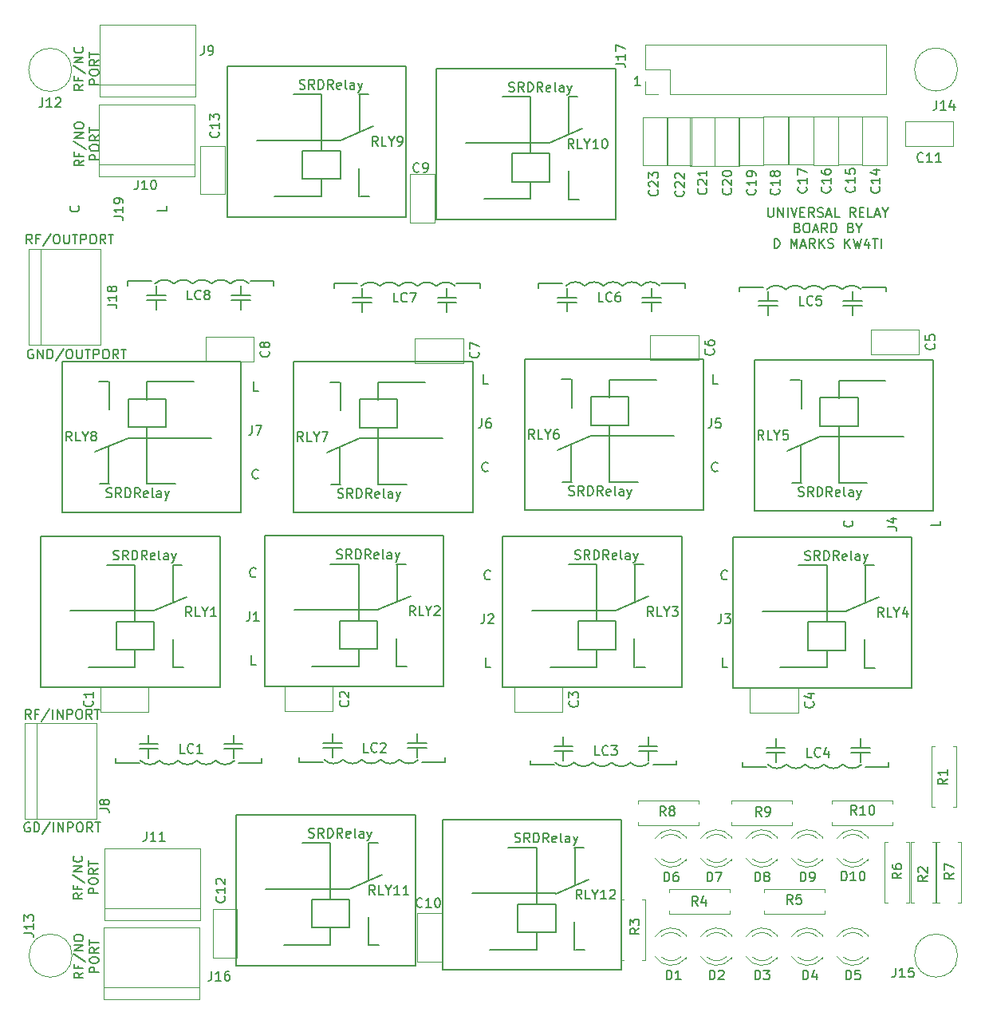
<source format=gbr>
G04 #@! TF.FileFunction,Legend,Top*
%FSLAX46Y46*%
G04 Gerber Fmt 4.6, Leading zero omitted, Abs format (unit mm)*
G04 Created by KiCad (PCBNEW 4.0.7) date 09/23/18 14:50:03*
%MOMM*%
%LPD*%
G01*
G04 APERTURE LIST*
%ADD10C,0.100000*%
%ADD11C,0.150000*%
%ADD12C,0.120000*%
%ADD13C,0.200000*%
G04 APERTURE END LIST*
D10*
D11*
X115601715Y-54681381D02*
X115030286Y-54681381D01*
X115316000Y-54681381D02*
X115316000Y-53681381D01*
X115220762Y-53824238D01*
X115125524Y-53919476D01*
X115030286Y-53967095D01*
X56510681Y-62612376D02*
X56034490Y-62945710D01*
X56510681Y-63183805D02*
X55510681Y-63183805D01*
X55510681Y-62802852D01*
X55558300Y-62707614D01*
X55605919Y-62659995D01*
X55701157Y-62612376D01*
X55844014Y-62612376D01*
X55939252Y-62659995D01*
X55986871Y-62707614D01*
X56034490Y-62802852D01*
X56034490Y-63183805D01*
X55986871Y-61850471D02*
X55986871Y-62183805D01*
X56510681Y-62183805D02*
X55510681Y-62183805D01*
X55510681Y-61707614D01*
X55463062Y-60612376D02*
X56748776Y-61469519D01*
X56510681Y-60279043D02*
X55510681Y-60279043D01*
X56510681Y-59707614D01*
X55510681Y-59707614D01*
X55510681Y-59040948D02*
X55510681Y-58850471D01*
X55558300Y-58755233D01*
X55653538Y-58659995D01*
X55844014Y-58612376D01*
X56177348Y-58612376D01*
X56367824Y-58659995D01*
X56463062Y-58755233D01*
X56510681Y-58850471D01*
X56510681Y-59040948D01*
X56463062Y-59136186D01*
X56367824Y-59231424D01*
X56177348Y-59279043D01*
X55844014Y-59279043D01*
X55653538Y-59231424D01*
X55558300Y-59136186D01*
X55510681Y-59040948D01*
X58160681Y-62588567D02*
X57160681Y-62588567D01*
X57160681Y-62207614D01*
X57208300Y-62112376D01*
X57255919Y-62064757D01*
X57351157Y-62017138D01*
X57494014Y-62017138D01*
X57589252Y-62064757D01*
X57636871Y-62112376D01*
X57684490Y-62207614D01*
X57684490Y-62588567D01*
X57160681Y-61398091D02*
X57160681Y-61207614D01*
X57208300Y-61112376D01*
X57303538Y-61017138D01*
X57494014Y-60969519D01*
X57827348Y-60969519D01*
X58017824Y-61017138D01*
X58113062Y-61112376D01*
X58160681Y-61207614D01*
X58160681Y-61398091D01*
X58113062Y-61493329D01*
X58017824Y-61588567D01*
X57827348Y-61636186D01*
X57494014Y-61636186D01*
X57303538Y-61588567D01*
X57208300Y-61493329D01*
X57160681Y-61398091D01*
X58160681Y-59969519D02*
X57684490Y-60302853D01*
X58160681Y-60540948D02*
X57160681Y-60540948D01*
X57160681Y-60159995D01*
X57208300Y-60064757D01*
X57255919Y-60017138D01*
X57351157Y-59969519D01*
X57494014Y-59969519D01*
X57589252Y-60017138D01*
X57636871Y-60064757D01*
X57684490Y-60159995D01*
X57684490Y-60540948D01*
X57160681Y-59683805D02*
X57160681Y-59112376D01*
X58160681Y-59398091D02*
X57160681Y-59398091D01*
X51149193Y-82730720D02*
X51053955Y-82683101D01*
X50911098Y-82683101D01*
X50768240Y-82730720D01*
X50673002Y-82825958D01*
X50625383Y-82921196D01*
X50577764Y-83111672D01*
X50577764Y-83254530D01*
X50625383Y-83445006D01*
X50673002Y-83540244D01*
X50768240Y-83635482D01*
X50911098Y-83683101D01*
X51006336Y-83683101D01*
X51149193Y-83635482D01*
X51196812Y-83587863D01*
X51196812Y-83254530D01*
X51006336Y-83254530D01*
X51625383Y-83683101D02*
X51625383Y-82683101D01*
X52196812Y-83683101D01*
X52196812Y-82683101D01*
X52673002Y-83683101D02*
X52673002Y-82683101D01*
X52911097Y-82683101D01*
X53053955Y-82730720D01*
X53149193Y-82825958D01*
X53196812Y-82921196D01*
X53244431Y-83111672D01*
X53244431Y-83254530D01*
X53196812Y-83445006D01*
X53149193Y-83540244D01*
X53053955Y-83635482D01*
X52911097Y-83683101D01*
X52673002Y-83683101D01*
X54387288Y-82635482D02*
X53530145Y-83921196D01*
X54911097Y-82683101D02*
X55101574Y-82683101D01*
X55196812Y-82730720D01*
X55292050Y-82825958D01*
X55339669Y-83016434D01*
X55339669Y-83349768D01*
X55292050Y-83540244D01*
X55196812Y-83635482D01*
X55101574Y-83683101D01*
X54911097Y-83683101D01*
X54815859Y-83635482D01*
X54720621Y-83540244D01*
X54673002Y-83349768D01*
X54673002Y-83016434D01*
X54720621Y-82825958D01*
X54815859Y-82730720D01*
X54911097Y-82683101D01*
X55768240Y-82683101D02*
X55768240Y-83492625D01*
X55815859Y-83587863D01*
X55863478Y-83635482D01*
X55958716Y-83683101D01*
X56149193Y-83683101D01*
X56244431Y-83635482D01*
X56292050Y-83587863D01*
X56339669Y-83492625D01*
X56339669Y-82683101D01*
X56673002Y-82683101D02*
X57244431Y-82683101D01*
X56958716Y-83683101D02*
X56958716Y-82683101D01*
X57577764Y-83683101D02*
X57577764Y-82683101D01*
X57958717Y-82683101D01*
X58053955Y-82730720D01*
X58101574Y-82778339D01*
X58149193Y-82873577D01*
X58149193Y-83016434D01*
X58101574Y-83111672D01*
X58053955Y-83159291D01*
X57958717Y-83206910D01*
X57577764Y-83206910D01*
X58768240Y-82683101D02*
X58958717Y-82683101D01*
X59053955Y-82730720D01*
X59149193Y-82825958D01*
X59196812Y-83016434D01*
X59196812Y-83349768D01*
X59149193Y-83540244D01*
X59053955Y-83635482D01*
X58958717Y-83683101D01*
X58768240Y-83683101D01*
X58673002Y-83635482D01*
X58577764Y-83540244D01*
X58530145Y-83349768D01*
X58530145Y-83016434D01*
X58577764Y-82825958D01*
X58673002Y-82730720D01*
X58768240Y-82683101D01*
X60196812Y-83683101D02*
X59863478Y-83206910D01*
X59625383Y-83683101D02*
X59625383Y-82683101D01*
X60006336Y-82683101D01*
X60101574Y-82730720D01*
X60149193Y-82778339D01*
X60196812Y-82873577D01*
X60196812Y-83016434D01*
X60149193Y-83111672D01*
X60101574Y-83159291D01*
X60006336Y-83206910D01*
X59625383Y-83206910D01*
X60482526Y-82683101D02*
X61053955Y-82683101D01*
X60768240Y-83683101D02*
X60768240Y-82683101D01*
X51030050Y-71491101D02*
X50696716Y-71014910D01*
X50458621Y-71491101D02*
X50458621Y-70491101D01*
X50839574Y-70491101D01*
X50934812Y-70538720D01*
X50982431Y-70586339D01*
X51030050Y-70681577D01*
X51030050Y-70824434D01*
X50982431Y-70919672D01*
X50934812Y-70967291D01*
X50839574Y-71014910D01*
X50458621Y-71014910D01*
X51791955Y-70967291D02*
X51458621Y-70967291D01*
X51458621Y-71491101D02*
X51458621Y-70491101D01*
X51934812Y-70491101D01*
X53030050Y-70443482D02*
X52172907Y-71729196D01*
X53553859Y-70491101D02*
X53744336Y-70491101D01*
X53839574Y-70538720D01*
X53934812Y-70633958D01*
X53982431Y-70824434D01*
X53982431Y-71157768D01*
X53934812Y-71348244D01*
X53839574Y-71443482D01*
X53744336Y-71491101D01*
X53553859Y-71491101D01*
X53458621Y-71443482D01*
X53363383Y-71348244D01*
X53315764Y-71157768D01*
X53315764Y-70824434D01*
X53363383Y-70633958D01*
X53458621Y-70538720D01*
X53553859Y-70491101D01*
X54411002Y-70491101D02*
X54411002Y-71300625D01*
X54458621Y-71395863D01*
X54506240Y-71443482D01*
X54601478Y-71491101D01*
X54791955Y-71491101D01*
X54887193Y-71443482D01*
X54934812Y-71395863D01*
X54982431Y-71300625D01*
X54982431Y-70491101D01*
X55315764Y-70491101D02*
X55887193Y-70491101D01*
X55601478Y-71491101D02*
X55601478Y-70491101D01*
X56220526Y-71491101D02*
X56220526Y-70491101D01*
X56601479Y-70491101D01*
X56696717Y-70538720D01*
X56744336Y-70586339D01*
X56791955Y-70681577D01*
X56791955Y-70824434D01*
X56744336Y-70919672D01*
X56696717Y-70967291D01*
X56601479Y-71014910D01*
X56220526Y-71014910D01*
X57411002Y-70491101D02*
X57601479Y-70491101D01*
X57696717Y-70538720D01*
X57791955Y-70633958D01*
X57839574Y-70824434D01*
X57839574Y-71157768D01*
X57791955Y-71348244D01*
X57696717Y-71443482D01*
X57601479Y-71491101D01*
X57411002Y-71491101D01*
X57315764Y-71443482D01*
X57220526Y-71348244D01*
X57172907Y-71157768D01*
X57172907Y-70824434D01*
X57220526Y-70633958D01*
X57315764Y-70538720D01*
X57411002Y-70491101D01*
X58839574Y-71491101D02*
X58506240Y-71014910D01*
X58268145Y-71491101D02*
X58268145Y-70491101D01*
X58649098Y-70491101D01*
X58744336Y-70538720D01*
X58791955Y-70586339D01*
X58839574Y-70681577D01*
X58839574Y-70824434D01*
X58791955Y-70919672D01*
X58744336Y-70967291D01*
X58649098Y-71014910D01*
X58268145Y-71014910D01*
X59125288Y-70491101D02*
X59696717Y-70491101D01*
X59411002Y-71491101D02*
X59411002Y-70491101D01*
X50906777Y-121889781D02*
X50573443Y-121413590D01*
X50335348Y-121889781D02*
X50335348Y-120889781D01*
X50716301Y-120889781D01*
X50811539Y-120937400D01*
X50859158Y-120985019D01*
X50906777Y-121080257D01*
X50906777Y-121223114D01*
X50859158Y-121318352D01*
X50811539Y-121365971D01*
X50716301Y-121413590D01*
X50335348Y-121413590D01*
X51668682Y-121365971D02*
X51335348Y-121365971D01*
X51335348Y-121889781D02*
X51335348Y-120889781D01*
X51811539Y-120889781D01*
X52906777Y-120842162D02*
X52049634Y-122127876D01*
X53240110Y-121889781D02*
X53240110Y-120889781D01*
X53716300Y-121889781D02*
X53716300Y-120889781D01*
X54287729Y-121889781D01*
X54287729Y-120889781D01*
X54763919Y-121889781D02*
X54763919Y-120889781D01*
X55144872Y-120889781D01*
X55240110Y-120937400D01*
X55287729Y-120985019D01*
X55335348Y-121080257D01*
X55335348Y-121223114D01*
X55287729Y-121318352D01*
X55240110Y-121365971D01*
X55144872Y-121413590D01*
X54763919Y-121413590D01*
X55954395Y-120889781D02*
X56144872Y-120889781D01*
X56240110Y-120937400D01*
X56335348Y-121032638D01*
X56382967Y-121223114D01*
X56382967Y-121556448D01*
X56335348Y-121746924D01*
X56240110Y-121842162D01*
X56144872Y-121889781D01*
X55954395Y-121889781D01*
X55859157Y-121842162D01*
X55763919Y-121746924D01*
X55716300Y-121556448D01*
X55716300Y-121223114D01*
X55763919Y-121032638D01*
X55859157Y-120937400D01*
X55954395Y-120889781D01*
X57382967Y-121889781D02*
X57049633Y-121413590D01*
X56811538Y-121889781D02*
X56811538Y-120889781D01*
X57192491Y-120889781D01*
X57287729Y-120937400D01*
X57335348Y-120985019D01*
X57382967Y-121080257D01*
X57382967Y-121223114D01*
X57335348Y-121318352D01*
X57287729Y-121365971D01*
X57192491Y-121413590D01*
X56811538Y-121413590D01*
X57668681Y-120889781D02*
X58240110Y-120889781D01*
X57954395Y-121889781D02*
X57954395Y-120889781D01*
X56472581Y-148797116D02*
X55996390Y-149130450D01*
X56472581Y-149368545D02*
X55472581Y-149368545D01*
X55472581Y-148987592D01*
X55520200Y-148892354D01*
X55567819Y-148844735D01*
X55663057Y-148797116D01*
X55805914Y-148797116D01*
X55901152Y-148844735D01*
X55948771Y-148892354D01*
X55996390Y-148987592D01*
X55996390Y-149368545D01*
X55948771Y-148035211D02*
X55948771Y-148368545D01*
X56472581Y-148368545D02*
X55472581Y-148368545D01*
X55472581Y-147892354D01*
X55424962Y-146797116D02*
X56710676Y-147654259D01*
X56472581Y-146463783D02*
X55472581Y-146463783D01*
X56472581Y-145892354D01*
X55472581Y-145892354D01*
X55472581Y-145225688D02*
X55472581Y-145035211D01*
X55520200Y-144939973D01*
X55615438Y-144844735D01*
X55805914Y-144797116D01*
X56139248Y-144797116D01*
X56329724Y-144844735D01*
X56424962Y-144939973D01*
X56472581Y-145035211D01*
X56472581Y-145225688D01*
X56424962Y-145320926D01*
X56329724Y-145416164D01*
X56139248Y-145463783D01*
X55805914Y-145463783D01*
X55615438Y-145416164D01*
X55520200Y-145320926D01*
X55472581Y-145225688D01*
X58122581Y-148773307D02*
X57122581Y-148773307D01*
X57122581Y-148392354D01*
X57170200Y-148297116D01*
X57217819Y-148249497D01*
X57313057Y-148201878D01*
X57455914Y-148201878D01*
X57551152Y-148249497D01*
X57598771Y-148297116D01*
X57646390Y-148392354D01*
X57646390Y-148773307D01*
X57122581Y-147582831D02*
X57122581Y-147392354D01*
X57170200Y-147297116D01*
X57265438Y-147201878D01*
X57455914Y-147154259D01*
X57789248Y-147154259D01*
X57979724Y-147201878D01*
X58074962Y-147297116D01*
X58122581Y-147392354D01*
X58122581Y-147582831D01*
X58074962Y-147678069D01*
X57979724Y-147773307D01*
X57789248Y-147820926D01*
X57455914Y-147820926D01*
X57265438Y-147773307D01*
X57170200Y-147678069D01*
X57122581Y-147582831D01*
X58122581Y-146154259D02*
X57646390Y-146487593D01*
X58122581Y-146725688D02*
X57122581Y-146725688D01*
X57122581Y-146344735D01*
X57170200Y-146249497D01*
X57217819Y-146201878D01*
X57313057Y-146154259D01*
X57455914Y-146154259D01*
X57551152Y-146201878D01*
X57598771Y-146249497D01*
X57646390Y-146344735D01*
X57646390Y-146725688D01*
X57122581Y-145868545D02*
X57122581Y-145297116D01*
X58122581Y-145582831D02*
X57122581Y-145582831D01*
X50775029Y-132913500D02*
X50679791Y-132865881D01*
X50536934Y-132865881D01*
X50394076Y-132913500D01*
X50298838Y-133008738D01*
X50251219Y-133103976D01*
X50203600Y-133294452D01*
X50203600Y-133437310D01*
X50251219Y-133627786D01*
X50298838Y-133723024D01*
X50394076Y-133818262D01*
X50536934Y-133865881D01*
X50632172Y-133865881D01*
X50775029Y-133818262D01*
X50822648Y-133770643D01*
X50822648Y-133437310D01*
X50632172Y-133437310D01*
X51251219Y-133865881D02*
X51251219Y-132865881D01*
X51489314Y-132865881D01*
X51632172Y-132913500D01*
X51727410Y-133008738D01*
X51775029Y-133103976D01*
X51822648Y-133294452D01*
X51822648Y-133437310D01*
X51775029Y-133627786D01*
X51727410Y-133723024D01*
X51632172Y-133818262D01*
X51489314Y-133865881D01*
X51251219Y-133865881D01*
X52965505Y-132818262D02*
X52108362Y-134103976D01*
X53298838Y-133865881D02*
X53298838Y-132865881D01*
X53775028Y-133865881D02*
X53775028Y-132865881D01*
X54346457Y-133865881D01*
X54346457Y-132865881D01*
X54822647Y-133865881D02*
X54822647Y-132865881D01*
X55203600Y-132865881D01*
X55298838Y-132913500D01*
X55346457Y-132961119D01*
X55394076Y-133056357D01*
X55394076Y-133199214D01*
X55346457Y-133294452D01*
X55298838Y-133342071D01*
X55203600Y-133389690D01*
X54822647Y-133389690D01*
X56013123Y-132865881D02*
X56203600Y-132865881D01*
X56298838Y-132913500D01*
X56394076Y-133008738D01*
X56441695Y-133199214D01*
X56441695Y-133532548D01*
X56394076Y-133723024D01*
X56298838Y-133818262D01*
X56203600Y-133865881D01*
X56013123Y-133865881D01*
X55917885Y-133818262D01*
X55822647Y-133723024D01*
X55775028Y-133532548D01*
X55775028Y-133199214D01*
X55822647Y-133008738D01*
X55917885Y-132913500D01*
X56013123Y-132865881D01*
X57441695Y-133865881D02*
X57108361Y-133389690D01*
X56870266Y-133865881D02*
X56870266Y-132865881D01*
X57251219Y-132865881D01*
X57346457Y-132913500D01*
X57394076Y-132961119D01*
X57441695Y-133056357D01*
X57441695Y-133199214D01*
X57394076Y-133294452D01*
X57346457Y-133342071D01*
X57251219Y-133389690D01*
X56870266Y-133389690D01*
X57727409Y-132865881D02*
X58298838Y-132865881D01*
X58013123Y-133865881D02*
X58013123Y-132865881D01*
X56396381Y-140391306D02*
X55920190Y-140724640D01*
X56396381Y-140962735D02*
X55396381Y-140962735D01*
X55396381Y-140581782D01*
X55444000Y-140486544D01*
X55491619Y-140438925D01*
X55586857Y-140391306D01*
X55729714Y-140391306D01*
X55824952Y-140438925D01*
X55872571Y-140486544D01*
X55920190Y-140581782D01*
X55920190Y-140962735D01*
X55872571Y-139629401D02*
X55872571Y-139962735D01*
X56396381Y-139962735D02*
X55396381Y-139962735D01*
X55396381Y-139486544D01*
X55348762Y-138391306D02*
X56634476Y-139248449D01*
X56396381Y-138057973D02*
X55396381Y-138057973D01*
X56396381Y-137486544D01*
X55396381Y-137486544D01*
X56301143Y-136438925D02*
X56348762Y-136486544D01*
X56396381Y-136629401D01*
X56396381Y-136724639D01*
X56348762Y-136867497D01*
X56253524Y-136962735D01*
X56158286Y-137010354D01*
X55967810Y-137057973D01*
X55824952Y-137057973D01*
X55634476Y-137010354D01*
X55539238Y-136962735D01*
X55444000Y-136867497D01*
X55396381Y-136724639D01*
X55396381Y-136629401D01*
X55444000Y-136486544D01*
X55491619Y-136438925D01*
X58046381Y-140391307D02*
X57046381Y-140391307D01*
X57046381Y-140010354D01*
X57094000Y-139915116D01*
X57141619Y-139867497D01*
X57236857Y-139819878D01*
X57379714Y-139819878D01*
X57474952Y-139867497D01*
X57522571Y-139915116D01*
X57570190Y-140010354D01*
X57570190Y-140391307D01*
X57046381Y-139200831D02*
X57046381Y-139010354D01*
X57094000Y-138915116D01*
X57189238Y-138819878D01*
X57379714Y-138772259D01*
X57713048Y-138772259D01*
X57903524Y-138819878D01*
X57998762Y-138915116D01*
X58046381Y-139010354D01*
X58046381Y-139200831D01*
X57998762Y-139296069D01*
X57903524Y-139391307D01*
X57713048Y-139438926D01*
X57379714Y-139438926D01*
X57189238Y-139391307D01*
X57094000Y-139296069D01*
X57046381Y-139200831D01*
X58046381Y-137772259D02*
X57570190Y-138105593D01*
X58046381Y-138343688D02*
X57046381Y-138343688D01*
X57046381Y-137962735D01*
X57094000Y-137867497D01*
X57141619Y-137819878D01*
X57236857Y-137772259D01*
X57379714Y-137772259D01*
X57474952Y-137819878D01*
X57522571Y-137867497D01*
X57570190Y-137962735D01*
X57570190Y-138343688D01*
X57046381Y-137486545D02*
X57046381Y-136915116D01*
X58046381Y-137200831D02*
X57046381Y-137200831D01*
X56472581Y-54587566D02*
X55996390Y-54920900D01*
X56472581Y-55158995D02*
X55472581Y-55158995D01*
X55472581Y-54778042D01*
X55520200Y-54682804D01*
X55567819Y-54635185D01*
X55663057Y-54587566D01*
X55805914Y-54587566D01*
X55901152Y-54635185D01*
X55948771Y-54682804D01*
X55996390Y-54778042D01*
X55996390Y-55158995D01*
X55948771Y-53825661D02*
X55948771Y-54158995D01*
X56472581Y-54158995D02*
X55472581Y-54158995D01*
X55472581Y-53682804D01*
X55424962Y-52587566D02*
X56710676Y-53444709D01*
X56472581Y-52254233D02*
X55472581Y-52254233D01*
X56472581Y-51682804D01*
X55472581Y-51682804D01*
X56377343Y-50635185D02*
X56424962Y-50682804D01*
X56472581Y-50825661D01*
X56472581Y-50920899D01*
X56424962Y-51063757D01*
X56329724Y-51158995D01*
X56234486Y-51206614D01*
X56044010Y-51254233D01*
X55901152Y-51254233D01*
X55710676Y-51206614D01*
X55615438Y-51158995D01*
X55520200Y-51063757D01*
X55472581Y-50920899D01*
X55472581Y-50825661D01*
X55520200Y-50682804D01*
X55567819Y-50635185D01*
X58122581Y-54587567D02*
X57122581Y-54587567D01*
X57122581Y-54206614D01*
X57170200Y-54111376D01*
X57217819Y-54063757D01*
X57313057Y-54016138D01*
X57455914Y-54016138D01*
X57551152Y-54063757D01*
X57598771Y-54111376D01*
X57646390Y-54206614D01*
X57646390Y-54587567D01*
X57122581Y-53397091D02*
X57122581Y-53206614D01*
X57170200Y-53111376D01*
X57265438Y-53016138D01*
X57455914Y-52968519D01*
X57789248Y-52968519D01*
X57979724Y-53016138D01*
X58074962Y-53111376D01*
X58122581Y-53206614D01*
X58122581Y-53397091D01*
X58074962Y-53492329D01*
X57979724Y-53587567D01*
X57789248Y-53635186D01*
X57455914Y-53635186D01*
X57265438Y-53587567D01*
X57170200Y-53492329D01*
X57122581Y-53397091D01*
X58122581Y-51968519D02*
X57646390Y-52301853D01*
X58122581Y-52539948D02*
X57122581Y-52539948D01*
X57122581Y-52158995D01*
X57170200Y-52063757D01*
X57217819Y-52016138D01*
X57313057Y-51968519D01*
X57455914Y-51968519D01*
X57551152Y-52016138D01*
X57598771Y-52063757D01*
X57646390Y-52158995D01*
X57646390Y-52539948D01*
X57122581Y-51682805D02*
X57122581Y-51111376D01*
X58122581Y-51397091D02*
X57122581Y-51397091D01*
X129162966Y-67652381D02*
X129162966Y-68461905D01*
X129210585Y-68557143D01*
X129258204Y-68604762D01*
X129353442Y-68652381D01*
X129543919Y-68652381D01*
X129639157Y-68604762D01*
X129686776Y-68557143D01*
X129734395Y-68461905D01*
X129734395Y-67652381D01*
X130210585Y-68652381D02*
X130210585Y-67652381D01*
X130782014Y-68652381D01*
X130782014Y-67652381D01*
X131258204Y-68652381D02*
X131258204Y-67652381D01*
X131591537Y-67652381D02*
X131924870Y-68652381D01*
X132258204Y-67652381D01*
X132591537Y-68128571D02*
X132924871Y-68128571D01*
X133067728Y-68652381D02*
X132591537Y-68652381D01*
X132591537Y-67652381D01*
X133067728Y-67652381D01*
X134067728Y-68652381D02*
X133734394Y-68176190D01*
X133496299Y-68652381D02*
X133496299Y-67652381D01*
X133877252Y-67652381D01*
X133972490Y-67700000D01*
X134020109Y-67747619D01*
X134067728Y-67842857D01*
X134067728Y-67985714D01*
X134020109Y-68080952D01*
X133972490Y-68128571D01*
X133877252Y-68176190D01*
X133496299Y-68176190D01*
X134448680Y-68604762D02*
X134591537Y-68652381D01*
X134829633Y-68652381D01*
X134924871Y-68604762D01*
X134972490Y-68557143D01*
X135020109Y-68461905D01*
X135020109Y-68366667D01*
X134972490Y-68271429D01*
X134924871Y-68223810D01*
X134829633Y-68176190D01*
X134639156Y-68128571D01*
X134543918Y-68080952D01*
X134496299Y-68033333D01*
X134448680Y-67938095D01*
X134448680Y-67842857D01*
X134496299Y-67747619D01*
X134543918Y-67700000D01*
X134639156Y-67652381D01*
X134877252Y-67652381D01*
X135020109Y-67700000D01*
X135401061Y-68366667D02*
X135877252Y-68366667D01*
X135305823Y-68652381D02*
X135639156Y-67652381D01*
X135972490Y-68652381D01*
X136782014Y-68652381D02*
X136305823Y-68652381D01*
X136305823Y-67652381D01*
X138448681Y-68652381D02*
X138115347Y-68176190D01*
X137877252Y-68652381D02*
X137877252Y-67652381D01*
X138258205Y-67652381D01*
X138353443Y-67700000D01*
X138401062Y-67747619D01*
X138448681Y-67842857D01*
X138448681Y-67985714D01*
X138401062Y-68080952D01*
X138353443Y-68128571D01*
X138258205Y-68176190D01*
X137877252Y-68176190D01*
X138877252Y-68128571D02*
X139210586Y-68128571D01*
X139353443Y-68652381D02*
X138877252Y-68652381D01*
X138877252Y-67652381D01*
X139353443Y-67652381D01*
X140258205Y-68652381D02*
X139782014Y-68652381D01*
X139782014Y-67652381D01*
X140543919Y-68366667D02*
X141020110Y-68366667D01*
X140448681Y-68652381D02*
X140782014Y-67652381D01*
X141115348Y-68652381D01*
X141639157Y-68176190D02*
X141639157Y-68652381D01*
X141305824Y-67652381D02*
X141639157Y-68176190D01*
X141972491Y-67652381D01*
X132305824Y-69778571D02*
X132448681Y-69826190D01*
X132496300Y-69873810D01*
X132543919Y-69969048D01*
X132543919Y-70111905D01*
X132496300Y-70207143D01*
X132448681Y-70254762D01*
X132353443Y-70302381D01*
X131972490Y-70302381D01*
X131972490Y-69302381D01*
X132305824Y-69302381D01*
X132401062Y-69350000D01*
X132448681Y-69397619D01*
X132496300Y-69492857D01*
X132496300Y-69588095D01*
X132448681Y-69683333D01*
X132401062Y-69730952D01*
X132305824Y-69778571D01*
X131972490Y-69778571D01*
X133162966Y-69302381D02*
X133353443Y-69302381D01*
X133448681Y-69350000D01*
X133543919Y-69445238D01*
X133591538Y-69635714D01*
X133591538Y-69969048D01*
X133543919Y-70159524D01*
X133448681Y-70254762D01*
X133353443Y-70302381D01*
X133162966Y-70302381D01*
X133067728Y-70254762D01*
X132972490Y-70159524D01*
X132924871Y-69969048D01*
X132924871Y-69635714D01*
X132972490Y-69445238D01*
X133067728Y-69350000D01*
X133162966Y-69302381D01*
X133972490Y-70016667D02*
X134448681Y-70016667D01*
X133877252Y-70302381D02*
X134210585Y-69302381D01*
X134543919Y-70302381D01*
X135448681Y-70302381D02*
X135115347Y-69826190D01*
X134877252Y-70302381D02*
X134877252Y-69302381D01*
X135258205Y-69302381D01*
X135353443Y-69350000D01*
X135401062Y-69397619D01*
X135448681Y-69492857D01*
X135448681Y-69635714D01*
X135401062Y-69730952D01*
X135353443Y-69778571D01*
X135258205Y-69826190D01*
X134877252Y-69826190D01*
X135877252Y-70302381D02*
X135877252Y-69302381D01*
X136115347Y-69302381D01*
X136258205Y-69350000D01*
X136353443Y-69445238D01*
X136401062Y-69540476D01*
X136448681Y-69730952D01*
X136448681Y-69873810D01*
X136401062Y-70064286D01*
X136353443Y-70159524D01*
X136258205Y-70254762D01*
X136115347Y-70302381D01*
X135877252Y-70302381D01*
X137972491Y-69778571D02*
X138115348Y-69826190D01*
X138162967Y-69873810D01*
X138210586Y-69969048D01*
X138210586Y-70111905D01*
X138162967Y-70207143D01*
X138115348Y-70254762D01*
X138020110Y-70302381D01*
X137639157Y-70302381D01*
X137639157Y-69302381D01*
X137972491Y-69302381D01*
X138067729Y-69350000D01*
X138115348Y-69397619D01*
X138162967Y-69492857D01*
X138162967Y-69588095D01*
X138115348Y-69683333D01*
X138067729Y-69730952D01*
X137972491Y-69778571D01*
X137639157Y-69778571D01*
X138829633Y-69826190D02*
X138829633Y-70302381D01*
X138496300Y-69302381D02*
X138829633Y-69826190D01*
X139162967Y-69302381D01*
X129829633Y-71952381D02*
X129829633Y-70952381D01*
X130067728Y-70952381D01*
X130210586Y-71000000D01*
X130305824Y-71095238D01*
X130353443Y-71190476D01*
X130401062Y-71380952D01*
X130401062Y-71523810D01*
X130353443Y-71714286D01*
X130305824Y-71809524D01*
X130210586Y-71904762D01*
X130067728Y-71952381D01*
X129829633Y-71952381D01*
X131591538Y-71952381D02*
X131591538Y-70952381D01*
X131924872Y-71666667D01*
X132258205Y-70952381D01*
X132258205Y-71952381D01*
X132686776Y-71666667D02*
X133162967Y-71666667D01*
X132591538Y-71952381D02*
X132924871Y-70952381D01*
X133258205Y-71952381D01*
X134162967Y-71952381D02*
X133829633Y-71476190D01*
X133591538Y-71952381D02*
X133591538Y-70952381D01*
X133972491Y-70952381D01*
X134067729Y-71000000D01*
X134115348Y-71047619D01*
X134162967Y-71142857D01*
X134162967Y-71285714D01*
X134115348Y-71380952D01*
X134067729Y-71428571D01*
X133972491Y-71476190D01*
X133591538Y-71476190D01*
X134591538Y-71952381D02*
X134591538Y-70952381D01*
X135162967Y-71952381D02*
X134734395Y-71380952D01*
X135162967Y-70952381D02*
X134591538Y-71523810D01*
X135543919Y-71904762D02*
X135686776Y-71952381D01*
X135924872Y-71952381D01*
X136020110Y-71904762D01*
X136067729Y-71857143D01*
X136115348Y-71761905D01*
X136115348Y-71666667D01*
X136067729Y-71571429D01*
X136020110Y-71523810D01*
X135924872Y-71476190D01*
X135734395Y-71428571D01*
X135639157Y-71380952D01*
X135591538Y-71333333D01*
X135543919Y-71238095D01*
X135543919Y-71142857D01*
X135591538Y-71047619D01*
X135639157Y-71000000D01*
X135734395Y-70952381D01*
X135972491Y-70952381D01*
X136115348Y-71000000D01*
X137305824Y-71952381D02*
X137305824Y-70952381D01*
X137877253Y-71952381D02*
X137448681Y-71380952D01*
X137877253Y-70952381D02*
X137305824Y-71523810D01*
X138210586Y-70952381D02*
X138448681Y-71952381D01*
X138639158Y-71238095D01*
X138829634Y-71952381D01*
X139067729Y-70952381D01*
X139877253Y-71285714D02*
X139877253Y-71952381D01*
X139639157Y-70904762D02*
X139401062Y-71619048D01*
X140020110Y-71619048D01*
X140258205Y-70952381D02*
X140829634Y-70952381D01*
X140543919Y-71952381D02*
X140543919Y-70952381D01*
X141162967Y-71952381D02*
X141162967Y-70952381D01*
D12*
X115885600Y-63184400D02*
X115885600Y-58064400D01*
X118505600Y-63184400D02*
X118505600Y-58064400D01*
X115885600Y-63184400D02*
X118505600Y-63184400D01*
X115885600Y-58064400D02*
X118505600Y-58064400D01*
D13*
X94712300Y-102464600D02*
X75712300Y-102464600D01*
X75712300Y-102464600D02*
X75712300Y-118464600D01*
X94712300Y-118464600D02*
X75712300Y-118464600D01*
X94712300Y-102464600D02*
X94712300Y-118464600D01*
X89776300Y-105511600D02*
X89776300Y-109448600D01*
X87744300Y-110337600D02*
X78854300Y-110337600D01*
X85712300Y-116306600D02*
X80759300Y-116306600D01*
X85712300Y-116306600D02*
X85712300Y-114401600D01*
X87712300Y-110345600D02*
X91212300Y-108845600D01*
X83712300Y-114464600D02*
X87712300Y-114464600D01*
X87712300Y-114464600D02*
X87712300Y-111464600D01*
X87712300Y-111464600D02*
X83712300Y-111464600D01*
X83712300Y-111464600D02*
X83712300Y-114464600D01*
X85712300Y-111464600D02*
X85712300Y-105464600D01*
X85712300Y-105464600D02*
X82712300Y-105464600D01*
X90839300Y-116321600D02*
X89839300Y-116321600D01*
X89712300Y-116321600D02*
X89712300Y-113321600D01*
X89712300Y-105464600D02*
X90712300Y-105464600D01*
X127702800Y-99821000D02*
X146702800Y-99821000D01*
X146702800Y-99821000D02*
X146702800Y-83821000D01*
X127702800Y-83821000D02*
X146702800Y-83821000D01*
X127702800Y-99821000D02*
X127702800Y-83821000D01*
X132638800Y-96774000D02*
X132638800Y-92837000D01*
X134670800Y-91948000D02*
X143560800Y-91948000D01*
X136702800Y-85979000D02*
X141655800Y-85979000D01*
X136702800Y-85979000D02*
X136702800Y-87884000D01*
X134702800Y-91940000D02*
X131202800Y-93440000D01*
X138702800Y-87821000D02*
X134702800Y-87821000D01*
X134702800Y-87821000D02*
X134702800Y-90821000D01*
X134702800Y-90821000D02*
X138702800Y-90821000D01*
X138702800Y-90821000D02*
X138702800Y-87821000D01*
X136702800Y-90821000D02*
X136702800Y-96821000D01*
X136702800Y-96821000D02*
X139702800Y-96821000D01*
X131575800Y-85964000D02*
X132575800Y-85964000D01*
X132702800Y-85964000D02*
X132702800Y-88964000D01*
X132702800Y-96821000D02*
X131702800Y-96821000D01*
D12*
X126851665Y-147128608D02*
G75*
G03X130084000Y-147285516I1672335J1078608D01*
G01*
X126851665Y-144971392D02*
G75*
G02X130084000Y-144814484I1672335J-1078608D01*
G01*
X127482870Y-147129837D02*
G75*
G03X129564961Y-147130000I1041130J1079837D01*
G01*
X127482870Y-144970163D02*
G75*
G02X129564961Y-144970000I1041130J-1079837D01*
G01*
X130084000Y-147286000D02*
X130084000Y-147130000D01*
X130084000Y-144970000D02*
X130084000Y-144814000D01*
X131734000Y-132806000D02*
X131734000Y-133136000D01*
X131734000Y-133136000D02*
X125314000Y-133136000D01*
X125314000Y-133136000D02*
X125314000Y-132806000D01*
X131734000Y-130846000D02*
X131734000Y-130516000D01*
X131734000Y-130516000D02*
X125314000Y-130516000D01*
X125314000Y-130516000D02*
X125314000Y-130846000D01*
X117199665Y-147128608D02*
G75*
G03X120432000Y-147285516I1672335J1078608D01*
G01*
X117199665Y-144971392D02*
G75*
G02X120432000Y-144814484I1672335J-1078608D01*
G01*
X117830870Y-147129837D02*
G75*
G03X119912961Y-147130000I1041130J1079837D01*
G01*
X117830870Y-144970163D02*
G75*
G02X119912961Y-144970000I1041130J-1079837D01*
G01*
X120432000Y-147286000D02*
X120432000Y-147130000D01*
X120432000Y-144970000D02*
X120432000Y-144814000D01*
X122025665Y-147128608D02*
G75*
G03X125258000Y-147285516I1672335J1078608D01*
G01*
X122025665Y-144971392D02*
G75*
G02X125258000Y-144814484I1672335J-1078608D01*
G01*
X122656870Y-147129837D02*
G75*
G03X124738961Y-147130000I1041130J1079837D01*
G01*
X122656870Y-144970163D02*
G75*
G02X124738961Y-144970000I1041130J-1079837D01*
G01*
X125258000Y-147286000D02*
X125258000Y-147130000D01*
X125258000Y-144970000D02*
X125258000Y-144814000D01*
X51549300Y-132537200D02*
X51549300Y-122377200D01*
X50279300Y-132537200D02*
X57899300Y-132537200D01*
X57899300Y-132537200D02*
X57899300Y-122377200D01*
X57899300Y-122377200D02*
X50279300Y-122377200D01*
X50279300Y-122377200D02*
X50279300Y-132537200D01*
X68315840Y-63073280D02*
X58155840Y-63073280D01*
X68315840Y-64343280D02*
X68315840Y-56723280D01*
X68315840Y-56723280D02*
X58155840Y-56723280D01*
X58155840Y-56723280D02*
X58155840Y-64343280D01*
X58155840Y-64343280D02*
X68315840Y-64343280D01*
X58291100Y-118501800D02*
X63411100Y-118501800D01*
X58291100Y-121121800D02*
X63411100Y-121121800D01*
X58291100Y-118501800D02*
X58291100Y-121121800D01*
X63411100Y-118501800D02*
X63411100Y-121121800D01*
X82983700Y-121096400D02*
X77863700Y-121096400D01*
X82983700Y-118476400D02*
X77863700Y-118476400D01*
X82983700Y-121096400D02*
X82983700Y-118476400D01*
X77863700Y-121096400D02*
X77863700Y-118476400D01*
X107360080Y-121137040D02*
X102240080Y-121137040D01*
X107360080Y-118517040D02*
X102240080Y-118517040D01*
X107360080Y-121137040D02*
X107360080Y-118517040D01*
X102240080Y-121137040D02*
X102240080Y-118517040D01*
X132361300Y-121223400D02*
X127241300Y-121223400D01*
X132361300Y-118603400D02*
X127241300Y-118603400D01*
X132361300Y-121223400D02*
X132361300Y-118603400D01*
X127241300Y-121223400D02*
X127241300Y-118603400D01*
X145201000Y-83225000D02*
X140081000Y-83225000D01*
X145201000Y-80605000D02*
X140081000Y-80605000D01*
X145201000Y-83225000D02*
X145201000Y-80605000D01*
X140081000Y-83225000D02*
X140081000Y-80605000D01*
X121782200Y-83809200D02*
X116662200Y-83809200D01*
X121782200Y-81189200D02*
X116662200Y-81189200D01*
X121782200Y-83809200D02*
X121782200Y-81189200D01*
X116662200Y-83809200D02*
X116662200Y-81189200D01*
X96814000Y-84114000D02*
X91694000Y-84114000D01*
X96814000Y-81494000D02*
X91694000Y-81494000D01*
X96814000Y-84114000D02*
X96814000Y-81494000D01*
X91694000Y-84114000D02*
X91694000Y-81494000D01*
X74563600Y-84012400D02*
X69443600Y-84012400D01*
X74563600Y-81392400D02*
X69443600Y-81392400D01*
X74563600Y-84012400D02*
X74563600Y-81392400D01*
X69443600Y-84012400D02*
X69443600Y-81392400D01*
X91133300Y-69229600D02*
X91133300Y-64109600D01*
X93753300Y-69229600D02*
X93753300Y-64109600D01*
X91133300Y-69229600D02*
X93753300Y-69229600D01*
X91133300Y-64109600D02*
X93753300Y-64109600D01*
X91920700Y-147614000D02*
X91920700Y-142494000D01*
X94540700Y-147614000D02*
X94540700Y-142494000D01*
X91920700Y-147614000D02*
X94540700Y-147614000D01*
X91920700Y-142494000D02*
X94540700Y-142494000D01*
X146848000Y-131226000D02*
X146518000Y-131226000D01*
X146518000Y-131226000D02*
X146518000Y-124806000D01*
X146518000Y-124806000D02*
X146848000Y-124806000D01*
X148808000Y-131226000D02*
X149138000Y-131226000D01*
X149138000Y-131226000D02*
X149138000Y-124806000D01*
X149138000Y-124806000D02*
X148808000Y-124806000D01*
X68338700Y-54620160D02*
X58178700Y-54620160D01*
X68338700Y-55890160D02*
X68338700Y-48270160D01*
X68338700Y-48270160D02*
X58178700Y-48270160D01*
X58178700Y-48270160D02*
X58178700Y-55890160D01*
X58178700Y-55890160D02*
X68338700Y-55890160D01*
X55286000Y-147000000D02*
G75*
G03X55286000Y-147000000I-2286000J0D01*
G01*
X149286000Y-53000000D02*
G75*
G03X149286000Y-53000000I-2286000J0D01*
G01*
X149286000Y-147000000D02*
G75*
G03X149286000Y-147000000I-2286000J0D01*
G01*
X144689000Y-141386000D02*
X144359000Y-141386000D01*
X144359000Y-141386000D02*
X144359000Y-134966000D01*
X144359000Y-134966000D02*
X144689000Y-134966000D01*
X146649000Y-141386000D02*
X146979000Y-141386000D01*
X146979000Y-141386000D02*
X146979000Y-134966000D01*
X146979000Y-134966000D02*
X146649000Y-134966000D01*
X131677665Y-147128608D02*
G75*
G03X134910000Y-147285516I1672335J1078608D01*
G01*
X131677665Y-144971392D02*
G75*
G02X134910000Y-144814484I1672335J-1078608D01*
G01*
X132308870Y-147129837D02*
G75*
G03X134390961Y-147130000I1041130J1079837D01*
G01*
X132308870Y-144970163D02*
G75*
G02X134390961Y-144970000I1041130J-1079837D01*
G01*
X134910000Y-147286000D02*
X134910000Y-147130000D01*
X134910000Y-144970000D02*
X134910000Y-144814000D01*
X136503665Y-147128608D02*
G75*
G03X139736000Y-147285516I1672335J1078608D01*
G01*
X136503665Y-144971392D02*
G75*
G02X139736000Y-144814484I1672335J-1078608D01*
G01*
X137134870Y-147129837D02*
G75*
G03X139216961Y-147130000I1041130J1079837D01*
G01*
X137134870Y-144970163D02*
G75*
G02X139216961Y-144970000I1041130J-1079837D01*
G01*
X139736000Y-147286000D02*
X139736000Y-147130000D01*
X139736000Y-144970000D02*
X139736000Y-144814000D01*
X117199665Y-136714608D02*
G75*
G03X120432000Y-136871516I1672335J1078608D01*
G01*
X117199665Y-134557392D02*
G75*
G02X120432000Y-134400484I1672335J-1078608D01*
G01*
X117830870Y-136715837D02*
G75*
G03X119912961Y-136716000I1041130J1079837D01*
G01*
X117830870Y-134556163D02*
G75*
G02X119912961Y-134556000I1041130J-1079837D01*
G01*
X120432000Y-136872000D02*
X120432000Y-136716000D01*
X120432000Y-134556000D02*
X120432000Y-134400000D01*
X122025665Y-136714608D02*
G75*
G03X125258000Y-136871516I1672335J1078608D01*
G01*
X122025665Y-134557392D02*
G75*
G02X125258000Y-134400484I1672335J-1078608D01*
G01*
X122656870Y-136715837D02*
G75*
G03X124738961Y-136716000I1041130J1079837D01*
G01*
X122656870Y-134556163D02*
G75*
G02X124738961Y-134556000I1041130J-1079837D01*
G01*
X125258000Y-136872000D02*
X125258000Y-136716000D01*
X125258000Y-134556000D02*
X125258000Y-134400000D01*
X126851665Y-136714608D02*
G75*
G03X130084000Y-136871516I1672335J1078608D01*
G01*
X126851665Y-134557392D02*
G75*
G02X130084000Y-134400484I1672335J-1078608D01*
G01*
X127482870Y-136715837D02*
G75*
G03X129564961Y-136716000I1041130J1079837D01*
G01*
X127482870Y-134556163D02*
G75*
G02X129564961Y-134556000I1041130J-1079837D01*
G01*
X130084000Y-136872000D02*
X130084000Y-136716000D01*
X130084000Y-134556000D02*
X130084000Y-134400000D01*
X113828000Y-147482000D02*
X113498000Y-147482000D01*
X113498000Y-147482000D02*
X113498000Y-141062000D01*
X113498000Y-141062000D02*
X113828000Y-141062000D01*
X115788000Y-147482000D02*
X116118000Y-147482000D01*
X116118000Y-147482000D02*
X116118000Y-141062000D01*
X116118000Y-141062000D02*
X115788000Y-141062000D01*
X118710000Y-140244000D02*
X118710000Y-139914000D01*
X118710000Y-139914000D02*
X125130000Y-139914000D01*
X125130000Y-139914000D02*
X125130000Y-140244000D01*
X118710000Y-142204000D02*
X118710000Y-142534000D01*
X118710000Y-142534000D02*
X125130000Y-142534000D01*
X125130000Y-142534000D02*
X125130000Y-142204000D01*
X135163000Y-142204000D02*
X135163000Y-142534000D01*
X135163000Y-142534000D02*
X128743000Y-142534000D01*
X128743000Y-142534000D02*
X128743000Y-142204000D01*
X135163000Y-140244000D02*
X135163000Y-139914000D01*
X135163000Y-139914000D02*
X128743000Y-139914000D01*
X128743000Y-139914000D02*
X128743000Y-140244000D01*
X141895000Y-141386000D02*
X141565000Y-141386000D01*
X141565000Y-141386000D02*
X141565000Y-134966000D01*
X141565000Y-134966000D02*
X141895000Y-134966000D01*
X143855000Y-141386000D02*
X144185000Y-141386000D01*
X144185000Y-141386000D02*
X144185000Y-134966000D01*
X144185000Y-134966000D02*
X143855000Y-134966000D01*
X147356000Y-141386000D02*
X147026000Y-141386000D01*
X147026000Y-141386000D02*
X147026000Y-134966000D01*
X147026000Y-134966000D02*
X147356000Y-134966000D01*
X149316000Y-141386000D02*
X149646000Y-141386000D01*
X149646000Y-141386000D02*
X149646000Y-134966000D01*
X149646000Y-134966000D02*
X149316000Y-134966000D01*
X121828000Y-132806000D02*
X121828000Y-133136000D01*
X121828000Y-133136000D02*
X115408000Y-133136000D01*
X115408000Y-133136000D02*
X115408000Y-132806000D01*
X121828000Y-130846000D02*
X121828000Y-130516000D01*
X121828000Y-130516000D02*
X115408000Y-130516000D01*
X115408000Y-130516000D02*
X115408000Y-130846000D01*
X142402000Y-132806000D02*
X142402000Y-133136000D01*
X142402000Y-133136000D02*
X135982000Y-133136000D01*
X135982000Y-133136000D02*
X135982000Y-132806000D01*
X142402000Y-130846000D02*
X142402000Y-130516000D01*
X142402000Y-130516000D02*
X135982000Y-130516000D01*
X135982000Y-130516000D02*
X135982000Y-130846000D01*
X131677665Y-136714608D02*
G75*
G03X134910000Y-136871516I1672335J1078608D01*
G01*
X131677665Y-134557392D02*
G75*
G02X134910000Y-134400484I1672335J-1078608D01*
G01*
X132308870Y-136715837D02*
G75*
G03X134390961Y-136716000I1041130J1079837D01*
G01*
X132308870Y-134556163D02*
G75*
G02X134390961Y-134556000I1041130J-1079837D01*
G01*
X134910000Y-136872000D02*
X134910000Y-136716000D01*
X134910000Y-134556000D02*
X134910000Y-134400000D01*
X136503665Y-136714608D02*
G75*
G03X139736000Y-136871516I1672335J1078608D01*
G01*
X136503665Y-134557392D02*
G75*
G02X139736000Y-134400484I1672335J-1078608D01*
G01*
X137134870Y-136715837D02*
G75*
G03X139216961Y-136716000I1041130J1079837D01*
G01*
X137134870Y-134556163D02*
G75*
G02X139216961Y-134556000I1041130J-1079837D01*
G01*
X139736000Y-136872000D02*
X139736000Y-136716000D01*
X139736000Y-134556000D02*
X139736000Y-134400000D01*
X68925440Y-141955520D02*
X58765440Y-141955520D01*
X68925440Y-143225520D02*
X68925440Y-135605520D01*
X68925440Y-135605520D02*
X58765440Y-135605520D01*
X58765440Y-135605520D02*
X58765440Y-143225520D01*
X58765440Y-143225520D02*
X68925440Y-143225520D01*
X68823840Y-150337520D02*
X58663840Y-150337520D01*
X68823840Y-151607520D02*
X68823840Y-143987520D01*
X68823840Y-143987520D02*
X58663840Y-143987520D01*
X58663840Y-143987520D02*
X58663840Y-151607520D01*
X58663840Y-151607520D02*
X68823840Y-151607520D01*
X51958240Y-82214720D02*
X51958240Y-72054720D01*
X50688240Y-82214720D02*
X58308240Y-82214720D01*
X58308240Y-82214720D02*
X58308240Y-72054720D01*
X58308240Y-72054720D02*
X50688240Y-72054720D01*
X50688240Y-72054720D02*
X50688240Y-82214720D01*
X141690400Y-55584400D02*
X141690400Y-50384400D01*
X118770400Y-55584400D02*
X141690400Y-55584400D01*
X116170400Y-50384400D02*
X141690400Y-50384400D01*
X118770400Y-55584400D02*
X118770400Y-52984400D01*
X118770400Y-52984400D02*
X116170400Y-52984400D01*
X116170400Y-52984400D02*
X116170400Y-50384400D01*
X117500400Y-55584400D02*
X116170400Y-55584400D01*
X116170400Y-55584400D02*
X116170400Y-54254400D01*
X148833200Y-61127000D02*
X143713200Y-61127000D01*
X148833200Y-58507000D02*
X143713200Y-58507000D01*
X148833200Y-61127000D02*
X148833200Y-58507000D01*
X143713200Y-61127000D02*
X143713200Y-58507000D01*
D13*
X113609900Y-132538200D02*
X94609900Y-132538200D01*
X94609900Y-132538200D02*
X94609900Y-148538200D01*
X113609900Y-148538200D02*
X94609900Y-148538200D01*
X113609900Y-132538200D02*
X113609900Y-148538200D01*
X108673900Y-135585200D02*
X108673900Y-139522200D01*
X106641900Y-140411200D02*
X97751900Y-140411200D01*
X104609900Y-146380200D02*
X99656900Y-146380200D01*
X104609900Y-146380200D02*
X104609900Y-144475200D01*
X106609900Y-140419200D02*
X110109900Y-138919200D01*
X102609900Y-144538200D02*
X106609900Y-144538200D01*
X106609900Y-144538200D02*
X106609900Y-141538200D01*
X106609900Y-141538200D02*
X102609900Y-141538200D01*
X102609900Y-141538200D02*
X102609900Y-144538200D01*
X104609900Y-141538200D02*
X104609900Y-135538200D01*
X104609900Y-135538200D02*
X101609900Y-135538200D01*
X109736900Y-146395200D02*
X108736900Y-146395200D01*
X108609900Y-146395200D02*
X108609900Y-143395200D01*
X108609900Y-135538200D02*
X109609900Y-135538200D01*
X91730340Y-132035280D02*
X72730340Y-132035280D01*
X72730340Y-132035280D02*
X72730340Y-148035280D01*
X91730340Y-148035280D02*
X72730340Y-148035280D01*
X91730340Y-132035280D02*
X91730340Y-148035280D01*
X86794340Y-135082280D02*
X86794340Y-139019280D01*
X84762340Y-139908280D02*
X75872340Y-139908280D01*
X82730340Y-145877280D02*
X77777340Y-145877280D01*
X82730340Y-145877280D02*
X82730340Y-143972280D01*
X84730340Y-139916280D02*
X88230340Y-138416280D01*
X80730340Y-144035280D02*
X84730340Y-144035280D01*
X84730340Y-144035280D02*
X84730340Y-141035280D01*
X84730340Y-141035280D02*
X80730340Y-141035280D01*
X80730340Y-141035280D02*
X80730340Y-144035280D01*
X82730340Y-141035280D02*
X82730340Y-135035280D01*
X82730340Y-135035280D02*
X79730340Y-135035280D01*
X87857340Y-145892280D02*
X86857340Y-145892280D01*
X86730340Y-145892280D02*
X86730340Y-142892280D01*
X86730340Y-135035280D02*
X87730340Y-135035280D01*
X112974900Y-52909200D02*
X93974900Y-52909200D01*
X93974900Y-52909200D02*
X93974900Y-68909200D01*
X112974900Y-68909200D02*
X93974900Y-68909200D01*
X112974900Y-52909200D02*
X112974900Y-68909200D01*
X108038900Y-55956200D02*
X108038900Y-59893200D01*
X106006900Y-60782200D02*
X97116900Y-60782200D01*
X103974900Y-66751200D02*
X99021900Y-66751200D01*
X103974900Y-66751200D02*
X103974900Y-64846200D01*
X105974900Y-60790200D02*
X109474900Y-59290200D01*
X101974900Y-64909200D02*
X105974900Y-64909200D01*
X105974900Y-64909200D02*
X105974900Y-61909200D01*
X105974900Y-61909200D02*
X101974900Y-61909200D01*
X101974900Y-61909200D02*
X101974900Y-64909200D01*
X103974900Y-61909200D02*
X103974900Y-55909200D01*
X103974900Y-55909200D02*
X100974900Y-55909200D01*
X109101900Y-66766200D02*
X108101900Y-66766200D01*
X107974900Y-66766200D02*
X107974900Y-63766200D01*
X107974900Y-55909200D02*
X108974900Y-55909200D01*
X70976000Y-102553500D02*
X51976000Y-102553500D01*
X51976000Y-102553500D02*
X51976000Y-118553500D01*
X70976000Y-118553500D02*
X51976000Y-118553500D01*
X70976000Y-102553500D02*
X70976000Y-118553500D01*
X66040000Y-105600500D02*
X66040000Y-109537500D01*
X64008000Y-110426500D02*
X55118000Y-110426500D01*
X61976000Y-116395500D02*
X57023000Y-116395500D01*
X61976000Y-116395500D02*
X61976000Y-114490500D01*
X63976000Y-110434500D02*
X67476000Y-108934500D01*
X59976000Y-114553500D02*
X63976000Y-114553500D01*
X63976000Y-114553500D02*
X63976000Y-111553500D01*
X63976000Y-111553500D02*
X59976000Y-111553500D01*
X59976000Y-111553500D02*
X59976000Y-114553500D01*
X61976000Y-111553500D02*
X61976000Y-105553500D01*
X61976000Y-105553500D02*
X58976000Y-105553500D01*
X67103000Y-116410500D02*
X66103000Y-116410500D01*
X65976000Y-116410500D02*
X65976000Y-113410500D01*
X65976000Y-105553500D02*
X66976000Y-105553500D01*
X144407400Y-102606840D02*
X125407400Y-102606840D01*
X125407400Y-102606840D02*
X125407400Y-118606840D01*
X144407400Y-118606840D02*
X125407400Y-118606840D01*
X144407400Y-102606840D02*
X144407400Y-118606840D01*
X139471400Y-105653840D02*
X139471400Y-109590840D01*
X137439400Y-110479840D02*
X128549400Y-110479840D01*
X135407400Y-116448840D02*
X130454400Y-116448840D01*
X135407400Y-116448840D02*
X135407400Y-114543840D01*
X137407400Y-110487840D02*
X140907400Y-108987840D01*
X133407400Y-114606840D02*
X137407400Y-114606840D01*
X137407400Y-114606840D02*
X137407400Y-111606840D01*
X137407400Y-111606840D02*
X133407400Y-111606840D01*
X133407400Y-111606840D02*
X133407400Y-114606840D01*
X135407400Y-111606840D02*
X135407400Y-105606840D01*
X135407400Y-105606840D02*
X132407400Y-105606840D01*
X140534400Y-116463840D02*
X139534400Y-116463840D01*
X139407400Y-116463840D02*
X139407400Y-113463840D01*
X139407400Y-105606840D02*
X140407400Y-105606840D01*
X103344200Y-99729560D02*
X122344200Y-99729560D01*
X122344200Y-99729560D02*
X122344200Y-83729560D01*
X103344200Y-83729560D02*
X122344200Y-83729560D01*
X103344200Y-99729560D02*
X103344200Y-83729560D01*
X108280200Y-96682560D02*
X108280200Y-92745560D01*
X110312200Y-91856560D02*
X119202200Y-91856560D01*
X112344200Y-85887560D02*
X117297200Y-85887560D01*
X112344200Y-85887560D02*
X112344200Y-87792560D01*
X110344200Y-91848560D02*
X106844200Y-93348560D01*
X114344200Y-87729560D02*
X110344200Y-87729560D01*
X110344200Y-87729560D02*
X110344200Y-90729560D01*
X110344200Y-90729560D02*
X114344200Y-90729560D01*
X114344200Y-90729560D02*
X114344200Y-87729560D01*
X112344200Y-90729560D02*
X112344200Y-96729560D01*
X112344200Y-96729560D02*
X115344200Y-96729560D01*
X107217200Y-85872560D02*
X108217200Y-85872560D01*
X108344200Y-85872560D02*
X108344200Y-88872560D01*
X108344200Y-96729560D02*
X107344200Y-96729560D01*
X54246000Y-99948000D02*
X73246000Y-99948000D01*
X73246000Y-99948000D02*
X73246000Y-83948000D01*
X54246000Y-83948000D02*
X73246000Y-83948000D01*
X54246000Y-99948000D02*
X54246000Y-83948000D01*
X59182000Y-96901000D02*
X59182000Y-92964000D01*
X61214000Y-92075000D02*
X70104000Y-92075000D01*
X63246000Y-86106000D02*
X68199000Y-86106000D01*
X63246000Y-86106000D02*
X63246000Y-88011000D01*
X61246000Y-92067000D02*
X57746000Y-93567000D01*
X65246000Y-87948000D02*
X61246000Y-87948000D01*
X61246000Y-87948000D02*
X61246000Y-90948000D01*
X61246000Y-90948000D02*
X65246000Y-90948000D01*
X65246000Y-90948000D02*
X65246000Y-87948000D01*
X63246000Y-90948000D02*
X63246000Y-96948000D01*
X63246000Y-96948000D02*
X66246000Y-96948000D01*
X58119000Y-86091000D02*
X59119000Y-86091000D01*
X59246000Y-86091000D02*
X59246000Y-89091000D01*
X59246000Y-96948000D02*
X58246000Y-96948000D01*
X90752440Y-52629800D02*
X71752440Y-52629800D01*
X71752440Y-52629800D02*
X71752440Y-68629800D01*
X90752440Y-68629800D02*
X71752440Y-68629800D01*
X90752440Y-52629800D02*
X90752440Y-68629800D01*
X85816440Y-55676800D02*
X85816440Y-59613800D01*
X83784440Y-60502800D02*
X74894440Y-60502800D01*
X81752440Y-66471800D02*
X76799440Y-66471800D01*
X81752440Y-66471800D02*
X81752440Y-64566800D01*
X83752440Y-60510800D02*
X87252440Y-59010800D01*
X79752440Y-64629800D02*
X83752440Y-64629800D01*
X83752440Y-64629800D02*
X83752440Y-61629800D01*
X83752440Y-61629800D02*
X79752440Y-61629800D01*
X79752440Y-61629800D02*
X79752440Y-64629800D01*
X81752440Y-61629800D02*
X81752440Y-55629800D01*
X81752440Y-55629800D02*
X78752440Y-55629800D01*
X86879440Y-66486800D02*
X85879440Y-66486800D01*
X85752440Y-66486800D02*
X85752440Y-63486800D01*
X85752440Y-55629800D02*
X86752440Y-55629800D01*
X78807800Y-99998800D02*
X97807800Y-99998800D01*
X97807800Y-99998800D02*
X97807800Y-83998800D01*
X78807800Y-83998800D02*
X97807800Y-83998800D01*
X78807800Y-99998800D02*
X78807800Y-83998800D01*
X83743800Y-96951800D02*
X83743800Y-93014800D01*
X85775800Y-92125800D02*
X94665800Y-92125800D01*
X87807800Y-86156800D02*
X92760800Y-86156800D01*
X87807800Y-86156800D02*
X87807800Y-88061800D01*
X85807800Y-92117800D02*
X82307800Y-93617800D01*
X89807800Y-87998800D02*
X85807800Y-87998800D01*
X85807800Y-87998800D02*
X85807800Y-90998800D01*
X85807800Y-90998800D02*
X89807800Y-90998800D01*
X89807800Y-90998800D02*
X89807800Y-87998800D01*
X87807800Y-90998800D02*
X87807800Y-96998800D01*
X87807800Y-96998800D02*
X90807800Y-96998800D01*
X82680800Y-86141800D02*
X83680800Y-86141800D01*
X83807800Y-86141800D02*
X83807800Y-89141800D01*
X83807800Y-96998800D02*
X82807800Y-96998800D01*
X119985300Y-102528100D02*
X100985300Y-102528100D01*
X100985300Y-102528100D02*
X100985300Y-118528100D01*
X119985300Y-118528100D02*
X100985300Y-118528100D01*
X119985300Y-102528100D02*
X119985300Y-118528100D01*
X115049300Y-105575100D02*
X115049300Y-109512100D01*
X113017300Y-110401100D02*
X104127300Y-110401100D01*
X110985300Y-116370100D02*
X106032300Y-116370100D01*
X110985300Y-116370100D02*
X110985300Y-114465100D01*
X112985300Y-110409100D02*
X116485300Y-108909100D01*
X108985300Y-114528100D02*
X112985300Y-114528100D01*
X112985300Y-114528100D02*
X112985300Y-111528100D01*
X112985300Y-111528100D02*
X108985300Y-111528100D01*
X108985300Y-111528100D02*
X108985300Y-114528100D01*
X110985300Y-111528100D02*
X110985300Y-105528100D01*
X110985300Y-105528100D02*
X107985300Y-105528100D01*
X116112300Y-116385100D02*
X115112300Y-116385100D01*
X114985300Y-116385100D02*
X114985300Y-113385100D01*
X114985300Y-105528100D02*
X115985300Y-105528100D01*
D12*
X70203700Y-147194900D02*
X70203700Y-142074900D01*
X72823700Y-147194900D02*
X72823700Y-142074900D01*
X70203700Y-147194900D02*
X72823700Y-147194900D01*
X70203700Y-142074900D02*
X72823700Y-142074900D01*
X68908300Y-66232400D02*
X68908300Y-61112400D01*
X71528300Y-66232400D02*
X71528300Y-61112400D01*
X68908300Y-66232400D02*
X71528300Y-66232400D01*
X68908300Y-61112400D02*
X71528300Y-61112400D01*
X139141840Y-63123440D02*
X139141840Y-58003440D01*
X141761840Y-63123440D02*
X141761840Y-58003440D01*
X139141840Y-63123440D02*
X141761840Y-63123440D01*
X139141840Y-58003440D02*
X141761840Y-58003440D01*
X136581520Y-63087880D02*
X136581520Y-57967880D01*
X139201520Y-63087880D02*
X139201520Y-57967880D01*
X136581520Y-63087880D02*
X139201520Y-63087880D01*
X136581520Y-57967880D02*
X139201520Y-57967880D01*
X133980560Y-63143760D02*
X133980560Y-58023760D01*
X136600560Y-63143760D02*
X136600560Y-58023760D01*
X133980560Y-63143760D02*
X136600560Y-63143760D01*
X133980560Y-58023760D02*
X136600560Y-58023760D01*
X131379600Y-63082800D02*
X131379600Y-57962800D01*
X133999600Y-63082800D02*
X133999600Y-57962800D01*
X131379600Y-63082800D02*
X133999600Y-63082800D01*
X131379600Y-57962800D02*
X133999600Y-57962800D01*
X128697360Y-63103120D02*
X128697360Y-57983120D01*
X131317360Y-63103120D02*
X131317360Y-57983120D01*
X128697360Y-63103120D02*
X131317360Y-63103120D01*
X128697360Y-57983120D02*
X131317360Y-57983120D01*
X126076080Y-63164080D02*
X126076080Y-58044080D01*
X128696080Y-63164080D02*
X128696080Y-58044080D01*
X126076080Y-63164080D02*
X128696080Y-63164080D01*
X126076080Y-58044080D02*
X128696080Y-58044080D01*
X123536080Y-63204720D02*
X123536080Y-58084720D01*
X126156080Y-63204720D02*
X126156080Y-58084720D01*
X123536080Y-63204720D02*
X126156080Y-63204720D01*
X123536080Y-58084720D02*
X126156080Y-58084720D01*
X120914800Y-63225040D02*
X120914800Y-58105040D01*
X123534800Y-63225040D02*
X123534800Y-58105040D01*
X120914800Y-63225040D02*
X123534800Y-63225040D01*
X120914800Y-58105040D02*
X123534800Y-58105040D01*
X118456080Y-63164080D02*
X118456080Y-58044080D01*
X121076080Y-63164080D02*
X121076080Y-58044080D01*
X118456080Y-63164080D02*
X121076080Y-63164080D01*
X118456080Y-58044080D02*
X121076080Y-58044080D01*
D13*
X73215000Y-75962000D02*
X73215000Y-76962000D01*
X64215000Y-75962000D02*
X64215000Y-76962000D01*
X63715000Y-75462000D02*
X61215000Y-75462000D01*
X61215000Y-75462000D02*
X61215000Y-75962000D01*
X74215000Y-75462000D02*
X76715000Y-75462000D01*
X76715000Y-75462000D02*
X76715000Y-75962000D01*
X73215000Y-77454000D02*
X73215000Y-78454000D01*
X64215000Y-77454000D02*
X64215000Y-78454000D01*
X66092000Y-75720000D02*
G75*
G03X64092000Y-75720000I-1000000J-1000000D01*
G01*
X68092000Y-75720000D02*
G75*
G03X66092000Y-75720000I-1000000J-1000000D01*
G01*
X70092000Y-75720000D02*
G75*
G03X68092000Y-75720000I-1000000J-1000000D01*
G01*
X72092000Y-75720000D02*
G75*
G03X70092000Y-75720000I-1000000J-1000000D01*
G01*
X74092000Y-75720000D02*
G75*
G03X72092000Y-75720000I-1000000J-1000000D01*
G01*
X65215000Y-76962000D02*
X64215000Y-76962000D01*
X63215000Y-76962000D02*
X65215000Y-76962000D01*
X63215000Y-77454000D02*
X64215000Y-77454000D01*
X65215000Y-77454000D02*
X63215000Y-77454000D01*
X74215000Y-77454000D02*
X72215000Y-77454000D01*
X72215000Y-77454000D02*
X73215000Y-77454000D01*
X72215000Y-76962000D02*
X74215000Y-76962000D01*
X74215000Y-76962000D02*
X73215000Y-76962000D01*
X95084400Y-76216000D02*
X95084400Y-77216000D01*
X86084400Y-76216000D02*
X86084400Y-77216000D01*
X85584400Y-75716000D02*
X83084400Y-75716000D01*
X83084400Y-75716000D02*
X83084400Y-76216000D01*
X96084400Y-75716000D02*
X98584400Y-75716000D01*
X98584400Y-75716000D02*
X98584400Y-76216000D01*
X95084400Y-77708000D02*
X95084400Y-78708000D01*
X86084400Y-77708000D02*
X86084400Y-78708000D01*
X87961400Y-75974000D02*
G75*
G03X85961400Y-75974000I-1000000J-1000000D01*
G01*
X89961400Y-75974000D02*
G75*
G03X87961400Y-75974000I-1000000J-1000000D01*
G01*
X91961400Y-75974000D02*
G75*
G03X89961400Y-75974000I-1000000J-1000000D01*
G01*
X93961400Y-75974000D02*
G75*
G03X91961400Y-75974000I-1000000J-1000000D01*
G01*
X95961400Y-75974000D02*
G75*
G03X93961400Y-75974000I-1000000J-1000000D01*
G01*
X87084400Y-77216000D02*
X86084400Y-77216000D01*
X85084400Y-77216000D02*
X87084400Y-77216000D01*
X85084400Y-77708000D02*
X86084400Y-77708000D01*
X87084400Y-77708000D02*
X85084400Y-77708000D01*
X96084400Y-77708000D02*
X94084400Y-77708000D01*
X94084400Y-77708000D02*
X95084400Y-77708000D01*
X94084400Y-77216000D02*
X96084400Y-77216000D01*
X96084400Y-77216000D02*
X95084400Y-77216000D01*
X116826800Y-76190600D02*
X116826800Y-77190600D01*
X107826800Y-76190600D02*
X107826800Y-77190600D01*
X107326800Y-75690600D02*
X104826800Y-75690600D01*
X104826800Y-75690600D02*
X104826800Y-76190600D01*
X117826800Y-75690600D02*
X120326800Y-75690600D01*
X120326800Y-75690600D02*
X120326800Y-76190600D01*
X116826800Y-77682600D02*
X116826800Y-78682600D01*
X107826800Y-77682600D02*
X107826800Y-78682600D01*
X109703800Y-75948600D02*
G75*
G03X107703800Y-75948600I-1000000J-1000000D01*
G01*
X111703800Y-75948600D02*
G75*
G03X109703800Y-75948600I-1000000J-1000000D01*
G01*
X113703800Y-75948600D02*
G75*
G03X111703800Y-75948600I-1000000J-1000000D01*
G01*
X115703800Y-75948600D02*
G75*
G03X113703800Y-75948600I-1000000J-1000000D01*
G01*
X117703800Y-75948600D02*
G75*
G03X115703800Y-75948600I-1000000J-1000000D01*
G01*
X108826800Y-77190600D02*
X107826800Y-77190600D01*
X106826800Y-77190600D02*
X108826800Y-77190600D01*
X106826800Y-77682600D02*
X107826800Y-77682600D01*
X108826800Y-77682600D02*
X106826800Y-77682600D01*
X117826800Y-77682600D02*
X115826800Y-77682600D01*
X115826800Y-77682600D02*
X116826800Y-77682600D01*
X115826800Y-77190600D02*
X117826800Y-77190600D01*
X117826800Y-77190600D02*
X116826800Y-77190600D01*
X138162800Y-76571600D02*
X138162800Y-77571600D01*
X129162800Y-76571600D02*
X129162800Y-77571600D01*
X128662800Y-76071600D02*
X126162800Y-76071600D01*
X126162800Y-76071600D02*
X126162800Y-76571600D01*
X139162800Y-76071600D02*
X141662800Y-76071600D01*
X141662800Y-76071600D02*
X141662800Y-76571600D01*
X138162800Y-78063600D02*
X138162800Y-79063600D01*
X129162800Y-78063600D02*
X129162800Y-79063600D01*
X131039800Y-76329600D02*
G75*
G03X129039800Y-76329600I-1000000J-1000000D01*
G01*
X133039800Y-76329600D02*
G75*
G03X131039800Y-76329600I-1000000J-1000000D01*
G01*
X135039800Y-76329600D02*
G75*
G03X133039800Y-76329600I-1000000J-1000000D01*
G01*
X137039800Y-76329600D02*
G75*
G03X135039800Y-76329600I-1000000J-1000000D01*
G01*
X139039800Y-76329600D02*
G75*
G03X137039800Y-76329600I-1000000J-1000000D01*
G01*
X130162800Y-77571600D02*
X129162800Y-77571600D01*
X128162800Y-77571600D02*
X130162800Y-77571600D01*
X128162800Y-78063600D02*
X129162800Y-78063600D01*
X130162800Y-78063600D02*
X128162800Y-78063600D01*
X139162800Y-78063600D02*
X137162800Y-78063600D01*
X137162800Y-78063600D02*
X138162800Y-78063600D01*
X137162800Y-77571600D02*
X139162800Y-77571600D01*
X139162800Y-77571600D02*
X138162800Y-77571600D01*
X129985000Y-126476000D02*
X129985000Y-125476000D01*
X138985000Y-126476000D02*
X138985000Y-125476000D01*
X139485000Y-126976000D02*
X141985000Y-126976000D01*
X141985000Y-126976000D02*
X141985000Y-126476000D01*
X128985000Y-126976000D02*
X126485000Y-126976000D01*
X126485000Y-126976000D02*
X126485000Y-126476000D01*
X129985000Y-124984000D02*
X129985000Y-123984000D01*
X138985000Y-124984000D02*
X138985000Y-123984000D01*
X137108000Y-126718000D02*
G75*
G03X139108000Y-126718000I1000000J1000000D01*
G01*
X135108000Y-126718000D02*
G75*
G03X137108000Y-126718000I1000000J1000000D01*
G01*
X133108000Y-126718000D02*
G75*
G03X135108000Y-126718000I1000000J1000000D01*
G01*
X131108000Y-126718000D02*
G75*
G03X133108000Y-126718000I1000000J1000000D01*
G01*
X129108000Y-126718000D02*
G75*
G03X131108000Y-126718000I1000000J1000000D01*
G01*
X137985000Y-125476000D02*
X138985000Y-125476000D01*
X139985000Y-125476000D02*
X137985000Y-125476000D01*
X139985000Y-124984000D02*
X138985000Y-124984000D01*
X137985000Y-124984000D02*
X139985000Y-124984000D01*
X128985000Y-124984000D02*
X130985000Y-124984000D01*
X130985000Y-124984000D02*
X129985000Y-124984000D01*
X130985000Y-125476000D02*
X128985000Y-125476000D01*
X128985000Y-125476000D02*
X129985000Y-125476000D01*
X107442500Y-126272800D02*
X107442500Y-125272800D01*
X116442500Y-126272800D02*
X116442500Y-125272800D01*
X116942500Y-126772800D02*
X119442500Y-126772800D01*
X119442500Y-126772800D02*
X119442500Y-126272800D01*
X106442500Y-126772800D02*
X103942500Y-126772800D01*
X103942500Y-126772800D02*
X103942500Y-126272800D01*
X107442500Y-124780800D02*
X107442500Y-123780800D01*
X116442500Y-124780800D02*
X116442500Y-123780800D01*
X114565500Y-126514800D02*
G75*
G03X116565500Y-126514800I1000000J1000000D01*
G01*
X112565500Y-126514800D02*
G75*
G03X114565500Y-126514800I1000000J1000000D01*
G01*
X110565500Y-126514800D02*
G75*
G03X112565500Y-126514800I1000000J1000000D01*
G01*
X108565500Y-126514800D02*
G75*
G03X110565500Y-126514800I1000000J1000000D01*
G01*
X106565500Y-126514800D02*
G75*
G03X108565500Y-126514800I1000000J1000000D01*
G01*
X115442500Y-125272800D02*
X116442500Y-125272800D01*
X117442500Y-125272800D02*
X115442500Y-125272800D01*
X117442500Y-124780800D02*
X116442500Y-124780800D01*
X115442500Y-124780800D02*
X117442500Y-124780800D01*
X106442500Y-124780800D02*
X108442500Y-124780800D01*
X108442500Y-124780800D02*
X107442500Y-124780800D01*
X108442500Y-125272800D02*
X106442500Y-125272800D01*
X106442500Y-125272800D02*
X107442500Y-125272800D01*
X63411600Y-126069600D02*
X63411600Y-125069600D01*
X72411600Y-126069600D02*
X72411600Y-125069600D01*
X72911600Y-126569600D02*
X75411600Y-126569600D01*
X75411600Y-126569600D02*
X75411600Y-126069600D01*
X62411600Y-126569600D02*
X59911600Y-126569600D01*
X59911600Y-126569600D02*
X59911600Y-126069600D01*
X63411600Y-124577600D02*
X63411600Y-123577600D01*
X72411600Y-124577600D02*
X72411600Y-123577600D01*
X70534600Y-126311600D02*
G75*
G03X72534600Y-126311600I1000000J1000000D01*
G01*
X68534600Y-126311600D02*
G75*
G03X70534600Y-126311600I1000000J1000000D01*
G01*
X66534600Y-126311600D02*
G75*
G03X68534600Y-126311600I1000000J1000000D01*
G01*
X64534600Y-126311600D02*
G75*
G03X66534600Y-126311600I1000000J1000000D01*
G01*
X62534600Y-126311600D02*
G75*
G03X64534600Y-126311600I1000000J1000000D01*
G01*
X71411600Y-125069600D02*
X72411600Y-125069600D01*
X73411600Y-125069600D02*
X71411600Y-125069600D01*
X73411600Y-124577600D02*
X72411600Y-124577600D01*
X71411600Y-124577600D02*
X73411600Y-124577600D01*
X62411600Y-124577600D02*
X64411600Y-124577600D01*
X64411600Y-124577600D02*
X63411600Y-124577600D01*
X64411600Y-125069600D02*
X62411600Y-125069600D01*
X62411600Y-125069600D02*
X63411600Y-125069600D01*
X82918800Y-125968000D02*
X82918800Y-124968000D01*
X91918800Y-125968000D02*
X91918800Y-124968000D01*
X92418800Y-126468000D02*
X94918800Y-126468000D01*
X94918800Y-126468000D02*
X94918800Y-125968000D01*
X81918800Y-126468000D02*
X79418800Y-126468000D01*
X79418800Y-126468000D02*
X79418800Y-125968000D01*
X82918800Y-124476000D02*
X82918800Y-123476000D01*
X91918800Y-124476000D02*
X91918800Y-123476000D01*
X90041800Y-126210000D02*
G75*
G03X92041800Y-126210000I1000000J1000000D01*
G01*
X88041800Y-126210000D02*
G75*
G03X90041800Y-126210000I1000000J1000000D01*
G01*
X86041800Y-126210000D02*
G75*
G03X88041800Y-126210000I1000000J1000000D01*
G01*
X84041800Y-126210000D02*
G75*
G03X86041800Y-126210000I1000000J1000000D01*
G01*
X82041800Y-126210000D02*
G75*
G03X84041800Y-126210000I1000000J1000000D01*
G01*
X90918800Y-124968000D02*
X91918800Y-124968000D01*
X92918800Y-124968000D02*
X90918800Y-124968000D01*
X92918800Y-124476000D02*
X91918800Y-124476000D01*
X90918800Y-124476000D02*
X92918800Y-124476000D01*
X81918800Y-124476000D02*
X83918800Y-124476000D01*
X83918800Y-124476000D02*
X82918800Y-124476000D01*
X83918800Y-124968000D02*
X81918800Y-124968000D01*
X81918800Y-124968000D02*
X82918800Y-124968000D01*
D12*
X55245000Y-53035200D02*
G75*
G03X55245000Y-53035200I-2286000J0D01*
G01*
D11*
X117413043Y-65793857D02*
X117460662Y-65841476D01*
X117508281Y-65984333D01*
X117508281Y-66079571D01*
X117460662Y-66222429D01*
X117365424Y-66317667D01*
X117270186Y-66365286D01*
X117079710Y-66412905D01*
X116936852Y-66412905D01*
X116746376Y-66365286D01*
X116651138Y-66317667D01*
X116555900Y-66222429D01*
X116508281Y-66079571D01*
X116508281Y-65984333D01*
X116555900Y-65841476D01*
X116603519Y-65793857D01*
X116603519Y-65412905D02*
X116555900Y-65365286D01*
X116508281Y-65270048D01*
X116508281Y-65031952D01*
X116555900Y-64936714D01*
X116603519Y-64889095D01*
X116698757Y-64841476D01*
X116793995Y-64841476D01*
X116936852Y-64889095D01*
X117508281Y-65460524D01*
X117508281Y-64841476D01*
X116508281Y-64508143D02*
X116508281Y-63889095D01*
X116889233Y-64222429D01*
X116889233Y-64079571D01*
X116936852Y-63984333D01*
X116984471Y-63936714D01*
X117079710Y-63889095D01*
X117317805Y-63889095D01*
X117413043Y-63936714D01*
X117460662Y-63984333D01*
X117508281Y-64079571D01*
X117508281Y-64365286D01*
X117460662Y-64460524D01*
X117413043Y-64508143D01*
X91712300Y-110916981D02*
X91378966Y-110440790D01*
X91140871Y-110916981D02*
X91140871Y-109916981D01*
X91521824Y-109916981D01*
X91617062Y-109964600D01*
X91664681Y-110012219D01*
X91712300Y-110107457D01*
X91712300Y-110250314D01*
X91664681Y-110345552D01*
X91617062Y-110393171D01*
X91521824Y-110440790D01*
X91140871Y-110440790D01*
X92617062Y-110916981D02*
X92140871Y-110916981D01*
X92140871Y-109916981D01*
X93140871Y-110440790D02*
X93140871Y-110916981D01*
X92807538Y-109916981D02*
X93140871Y-110440790D01*
X93474205Y-109916981D01*
X93759919Y-110012219D02*
X93807538Y-109964600D01*
X93902776Y-109916981D01*
X94140872Y-109916981D01*
X94236110Y-109964600D01*
X94283729Y-110012219D01*
X94331348Y-110107457D01*
X94331348Y-110202695D01*
X94283729Y-110345552D01*
X93712300Y-110916981D01*
X94331348Y-110916981D01*
X83402776Y-104869362D02*
X83545633Y-104916981D01*
X83783729Y-104916981D01*
X83878967Y-104869362D01*
X83926586Y-104821743D01*
X83974205Y-104726505D01*
X83974205Y-104631267D01*
X83926586Y-104536029D01*
X83878967Y-104488410D01*
X83783729Y-104440790D01*
X83593252Y-104393171D01*
X83498014Y-104345552D01*
X83450395Y-104297933D01*
X83402776Y-104202695D01*
X83402776Y-104107457D01*
X83450395Y-104012219D01*
X83498014Y-103964600D01*
X83593252Y-103916981D01*
X83831348Y-103916981D01*
X83974205Y-103964600D01*
X84974205Y-104916981D02*
X84640871Y-104440790D01*
X84402776Y-104916981D02*
X84402776Y-103916981D01*
X84783729Y-103916981D01*
X84878967Y-103964600D01*
X84926586Y-104012219D01*
X84974205Y-104107457D01*
X84974205Y-104250314D01*
X84926586Y-104345552D01*
X84878967Y-104393171D01*
X84783729Y-104440790D01*
X84402776Y-104440790D01*
X85402776Y-104916981D02*
X85402776Y-103916981D01*
X85640871Y-103916981D01*
X85783729Y-103964600D01*
X85878967Y-104059838D01*
X85926586Y-104155076D01*
X85974205Y-104345552D01*
X85974205Y-104488410D01*
X85926586Y-104678886D01*
X85878967Y-104774124D01*
X85783729Y-104869362D01*
X85640871Y-104916981D01*
X85402776Y-104916981D01*
X86974205Y-104916981D02*
X86640871Y-104440790D01*
X86402776Y-104916981D02*
X86402776Y-103916981D01*
X86783729Y-103916981D01*
X86878967Y-103964600D01*
X86926586Y-104012219D01*
X86974205Y-104107457D01*
X86974205Y-104250314D01*
X86926586Y-104345552D01*
X86878967Y-104393171D01*
X86783729Y-104440790D01*
X86402776Y-104440790D01*
X87783729Y-104869362D02*
X87688491Y-104916981D01*
X87498014Y-104916981D01*
X87402776Y-104869362D01*
X87355157Y-104774124D01*
X87355157Y-104393171D01*
X87402776Y-104297933D01*
X87498014Y-104250314D01*
X87688491Y-104250314D01*
X87783729Y-104297933D01*
X87831348Y-104393171D01*
X87831348Y-104488410D01*
X87355157Y-104583648D01*
X88402776Y-104916981D02*
X88307538Y-104869362D01*
X88259919Y-104774124D01*
X88259919Y-103916981D01*
X89212301Y-104916981D02*
X89212301Y-104393171D01*
X89164682Y-104297933D01*
X89069444Y-104250314D01*
X88878967Y-104250314D01*
X88783729Y-104297933D01*
X89212301Y-104869362D02*
X89117063Y-104916981D01*
X88878967Y-104916981D01*
X88783729Y-104869362D01*
X88736110Y-104774124D01*
X88736110Y-104678886D01*
X88783729Y-104583648D01*
X88878967Y-104536029D01*
X89117063Y-104536029D01*
X89212301Y-104488410D01*
X89593253Y-104250314D02*
X89831348Y-104916981D01*
X90069444Y-104250314D02*
X89831348Y-104916981D01*
X89736110Y-105155076D01*
X89688491Y-105202695D01*
X89593253Y-105250314D01*
X128702800Y-92273381D02*
X128369466Y-91797190D01*
X128131371Y-92273381D02*
X128131371Y-91273381D01*
X128512324Y-91273381D01*
X128607562Y-91321000D01*
X128655181Y-91368619D01*
X128702800Y-91463857D01*
X128702800Y-91606714D01*
X128655181Y-91701952D01*
X128607562Y-91749571D01*
X128512324Y-91797190D01*
X128131371Y-91797190D01*
X129607562Y-92273381D02*
X129131371Y-92273381D01*
X129131371Y-91273381D01*
X130131371Y-91797190D02*
X130131371Y-92273381D01*
X129798038Y-91273381D02*
X130131371Y-91797190D01*
X130464705Y-91273381D01*
X131274229Y-91273381D02*
X130798038Y-91273381D01*
X130750419Y-91749571D01*
X130798038Y-91701952D01*
X130893276Y-91654333D01*
X131131372Y-91654333D01*
X131226610Y-91701952D01*
X131274229Y-91749571D01*
X131321848Y-91844810D01*
X131321848Y-92082905D01*
X131274229Y-92178143D01*
X131226610Y-92225762D01*
X131131372Y-92273381D01*
X130893276Y-92273381D01*
X130798038Y-92225762D01*
X130750419Y-92178143D01*
X132393276Y-98225762D02*
X132536133Y-98273381D01*
X132774229Y-98273381D01*
X132869467Y-98225762D01*
X132917086Y-98178143D01*
X132964705Y-98082905D01*
X132964705Y-97987667D01*
X132917086Y-97892429D01*
X132869467Y-97844810D01*
X132774229Y-97797190D01*
X132583752Y-97749571D01*
X132488514Y-97701952D01*
X132440895Y-97654333D01*
X132393276Y-97559095D01*
X132393276Y-97463857D01*
X132440895Y-97368619D01*
X132488514Y-97321000D01*
X132583752Y-97273381D01*
X132821848Y-97273381D01*
X132964705Y-97321000D01*
X133964705Y-98273381D02*
X133631371Y-97797190D01*
X133393276Y-98273381D02*
X133393276Y-97273381D01*
X133774229Y-97273381D01*
X133869467Y-97321000D01*
X133917086Y-97368619D01*
X133964705Y-97463857D01*
X133964705Y-97606714D01*
X133917086Y-97701952D01*
X133869467Y-97749571D01*
X133774229Y-97797190D01*
X133393276Y-97797190D01*
X134393276Y-98273381D02*
X134393276Y-97273381D01*
X134631371Y-97273381D01*
X134774229Y-97321000D01*
X134869467Y-97416238D01*
X134917086Y-97511476D01*
X134964705Y-97701952D01*
X134964705Y-97844810D01*
X134917086Y-98035286D01*
X134869467Y-98130524D01*
X134774229Y-98225762D01*
X134631371Y-98273381D01*
X134393276Y-98273381D01*
X135964705Y-98273381D02*
X135631371Y-97797190D01*
X135393276Y-98273381D02*
X135393276Y-97273381D01*
X135774229Y-97273381D01*
X135869467Y-97321000D01*
X135917086Y-97368619D01*
X135964705Y-97463857D01*
X135964705Y-97606714D01*
X135917086Y-97701952D01*
X135869467Y-97749571D01*
X135774229Y-97797190D01*
X135393276Y-97797190D01*
X136774229Y-98225762D02*
X136678991Y-98273381D01*
X136488514Y-98273381D01*
X136393276Y-98225762D01*
X136345657Y-98130524D01*
X136345657Y-97749571D01*
X136393276Y-97654333D01*
X136488514Y-97606714D01*
X136678991Y-97606714D01*
X136774229Y-97654333D01*
X136821848Y-97749571D01*
X136821848Y-97844810D01*
X136345657Y-97940048D01*
X137393276Y-98273381D02*
X137298038Y-98225762D01*
X137250419Y-98130524D01*
X137250419Y-97273381D01*
X138202801Y-98273381D02*
X138202801Y-97749571D01*
X138155182Y-97654333D01*
X138059944Y-97606714D01*
X137869467Y-97606714D01*
X137774229Y-97654333D01*
X138202801Y-98225762D02*
X138107563Y-98273381D01*
X137869467Y-98273381D01*
X137774229Y-98225762D01*
X137726610Y-98130524D01*
X137726610Y-98035286D01*
X137774229Y-97940048D01*
X137869467Y-97892429D01*
X138107563Y-97892429D01*
X138202801Y-97844810D01*
X138583753Y-97606714D02*
X138821848Y-98273381D01*
X139059944Y-97606714D02*
X138821848Y-98273381D01*
X138726610Y-98511476D01*
X138678991Y-98559095D01*
X138583753Y-98606714D01*
X127785905Y-149550381D02*
X127785905Y-148550381D01*
X128024000Y-148550381D01*
X128166858Y-148598000D01*
X128262096Y-148693238D01*
X128309715Y-148788476D01*
X128357334Y-148978952D01*
X128357334Y-149121810D01*
X128309715Y-149312286D01*
X128262096Y-149407524D01*
X128166858Y-149502762D01*
X128024000Y-149550381D01*
X127785905Y-149550381D01*
X128690667Y-148550381D02*
X129309715Y-148550381D01*
X128976381Y-148931333D01*
X129119239Y-148931333D01*
X129214477Y-148978952D01*
X129262096Y-149026571D01*
X129309715Y-149121810D01*
X129309715Y-149359905D01*
X129262096Y-149455143D01*
X129214477Y-149502762D01*
X129119239Y-149550381D01*
X128833524Y-149550381D01*
X128738286Y-149502762D01*
X128690667Y-149455143D01*
X128458934Y-132202181D02*
X128125600Y-131725990D01*
X127887505Y-132202181D02*
X127887505Y-131202181D01*
X128268458Y-131202181D01*
X128363696Y-131249800D01*
X128411315Y-131297419D01*
X128458934Y-131392657D01*
X128458934Y-131535514D01*
X128411315Y-131630752D01*
X128363696Y-131678371D01*
X128268458Y-131725990D01*
X127887505Y-131725990D01*
X128935124Y-132202181D02*
X129125600Y-132202181D01*
X129220839Y-132154562D01*
X129268458Y-132106943D01*
X129363696Y-131964086D01*
X129411315Y-131773610D01*
X129411315Y-131392657D01*
X129363696Y-131297419D01*
X129316077Y-131249800D01*
X129220839Y-131202181D01*
X129030362Y-131202181D01*
X128935124Y-131249800D01*
X128887505Y-131297419D01*
X128839886Y-131392657D01*
X128839886Y-131630752D01*
X128887505Y-131725990D01*
X128935124Y-131773610D01*
X129030362Y-131821229D01*
X129220839Y-131821229D01*
X129316077Y-131773610D01*
X129363696Y-131725990D01*
X129411315Y-131630752D01*
X118387905Y-149550381D02*
X118387905Y-148550381D01*
X118626000Y-148550381D01*
X118768858Y-148598000D01*
X118864096Y-148693238D01*
X118911715Y-148788476D01*
X118959334Y-148978952D01*
X118959334Y-149121810D01*
X118911715Y-149312286D01*
X118864096Y-149407524D01*
X118768858Y-149502762D01*
X118626000Y-149550381D01*
X118387905Y-149550381D01*
X119911715Y-149550381D02*
X119340286Y-149550381D01*
X119626000Y-149550381D02*
X119626000Y-148550381D01*
X119530762Y-148693238D01*
X119435524Y-148788476D01*
X119340286Y-148836095D01*
X122959905Y-149550381D02*
X122959905Y-148550381D01*
X123198000Y-148550381D01*
X123340858Y-148598000D01*
X123436096Y-148693238D01*
X123483715Y-148788476D01*
X123531334Y-148978952D01*
X123531334Y-149121810D01*
X123483715Y-149312286D01*
X123436096Y-149407524D01*
X123340858Y-149502762D01*
X123198000Y-149550381D01*
X122959905Y-149550381D01*
X123912286Y-148645619D02*
X123959905Y-148598000D01*
X124055143Y-148550381D01*
X124293239Y-148550381D01*
X124388477Y-148598000D01*
X124436096Y-148645619D01*
X124483715Y-148740857D01*
X124483715Y-148836095D01*
X124436096Y-148978952D01*
X123864667Y-149550381D01*
X124483715Y-149550381D01*
X58240681Y-131422733D02*
X58954967Y-131422733D01*
X59097824Y-131470353D01*
X59193062Y-131565591D01*
X59240681Y-131708448D01*
X59240681Y-131803686D01*
X58669252Y-130803686D02*
X58621633Y-130898924D01*
X58574014Y-130946543D01*
X58478776Y-130994162D01*
X58431157Y-130994162D01*
X58335919Y-130946543D01*
X58288300Y-130898924D01*
X58240681Y-130803686D01*
X58240681Y-130613209D01*
X58288300Y-130517971D01*
X58335919Y-130470352D01*
X58431157Y-130422733D01*
X58478776Y-130422733D01*
X58574014Y-130470352D01*
X58621633Y-130517971D01*
X58669252Y-130613209D01*
X58669252Y-130803686D01*
X58716871Y-130898924D01*
X58764490Y-130946543D01*
X58859729Y-130994162D01*
X59050205Y-130994162D01*
X59145443Y-130946543D01*
X59193062Y-130898924D01*
X59240681Y-130803686D01*
X59240681Y-130613209D01*
X59193062Y-130517971D01*
X59145443Y-130470352D01*
X59050205Y-130422733D01*
X58859729Y-130422733D01*
X58764490Y-130470352D01*
X58716871Y-130517971D01*
X58669252Y-130613209D01*
X62278997Y-64720221D02*
X62278997Y-65434507D01*
X62231377Y-65577364D01*
X62136139Y-65672602D01*
X61993282Y-65720221D01*
X61898044Y-65720221D01*
X63278997Y-65720221D02*
X62707568Y-65720221D01*
X62993282Y-65720221D02*
X62993282Y-64720221D01*
X62898044Y-64863078D01*
X62802806Y-64958316D01*
X62707568Y-65005935D01*
X63898044Y-64720221D02*
X63993283Y-64720221D01*
X64088521Y-64767840D01*
X64136140Y-64815459D01*
X64183759Y-64910697D01*
X64231378Y-65101173D01*
X64231378Y-65339269D01*
X64183759Y-65529745D01*
X64136140Y-65624983D01*
X64088521Y-65672602D01*
X63993283Y-65720221D01*
X63898044Y-65720221D01*
X63802806Y-65672602D01*
X63755187Y-65624983D01*
X63707568Y-65529745D01*
X63659949Y-65339269D01*
X63659949Y-65101173D01*
X63707568Y-64910697D01*
X63755187Y-64815459D01*
X63802806Y-64767840D01*
X63898044Y-64720221D01*
X57418243Y-119978466D02*
X57465862Y-120026085D01*
X57513481Y-120168942D01*
X57513481Y-120264180D01*
X57465862Y-120407038D01*
X57370624Y-120502276D01*
X57275386Y-120549895D01*
X57084910Y-120597514D01*
X56942052Y-120597514D01*
X56751576Y-120549895D01*
X56656338Y-120502276D01*
X56561100Y-120407038D01*
X56513481Y-120264180D01*
X56513481Y-120168942D01*
X56561100Y-120026085D01*
X56608719Y-119978466D01*
X57513481Y-119026085D02*
X57513481Y-119597514D01*
X57513481Y-119311800D02*
X56513481Y-119311800D01*
X56656338Y-119407038D01*
X56751576Y-119502276D01*
X56799195Y-119597514D01*
X84570843Y-119953066D02*
X84618462Y-120000685D01*
X84666081Y-120143542D01*
X84666081Y-120238780D01*
X84618462Y-120381638D01*
X84523224Y-120476876D01*
X84427986Y-120524495D01*
X84237510Y-120572114D01*
X84094652Y-120572114D01*
X83904176Y-120524495D01*
X83808938Y-120476876D01*
X83713700Y-120381638D01*
X83666081Y-120238780D01*
X83666081Y-120143542D01*
X83713700Y-120000685D01*
X83761319Y-119953066D01*
X83761319Y-119572114D02*
X83713700Y-119524495D01*
X83666081Y-119429257D01*
X83666081Y-119191161D01*
X83713700Y-119095923D01*
X83761319Y-119048304D01*
X83856557Y-119000685D01*
X83951795Y-119000685D01*
X84094652Y-119048304D01*
X84666081Y-119619733D01*
X84666081Y-119000685D01*
X108947223Y-119993706D02*
X108994842Y-120041325D01*
X109042461Y-120184182D01*
X109042461Y-120279420D01*
X108994842Y-120422278D01*
X108899604Y-120517516D01*
X108804366Y-120565135D01*
X108613890Y-120612754D01*
X108471032Y-120612754D01*
X108280556Y-120565135D01*
X108185318Y-120517516D01*
X108090080Y-120422278D01*
X108042461Y-120279420D01*
X108042461Y-120184182D01*
X108090080Y-120041325D01*
X108137699Y-119993706D01*
X108042461Y-119660373D02*
X108042461Y-119041325D01*
X108423413Y-119374659D01*
X108423413Y-119231801D01*
X108471032Y-119136563D01*
X108518651Y-119088944D01*
X108613890Y-119041325D01*
X108851985Y-119041325D01*
X108947223Y-119088944D01*
X108994842Y-119136563D01*
X109042461Y-119231801D01*
X109042461Y-119517516D01*
X108994842Y-119612754D01*
X108947223Y-119660373D01*
X133948443Y-120080066D02*
X133996062Y-120127685D01*
X134043681Y-120270542D01*
X134043681Y-120365780D01*
X133996062Y-120508638D01*
X133900824Y-120603876D01*
X133805586Y-120651495D01*
X133615110Y-120699114D01*
X133472252Y-120699114D01*
X133281776Y-120651495D01*
X133186538Y-120603876D01*
X133091300Y-120508638D01*
X133043681Y-120365780D01*
X133043681Y-120270542D01*
X133091300Y-120127685D01*
X133138919Y-120080066D01*
X133377014Y-119222923D02*
X134043681Y-119222923D01*
X132996062Y-119461019D02*
X133710348Y-119699114D01*
X133710348Y-119080066D01*
X146788143Y-82081666D02*
X146835762Y-82129285D01*
X146883381Y-82272142D01*
X146883381Y-82367380D01*
X146835762Y-82510238D01*
X146740524Y-82605476D01*
X146645286Y-82653095D01*
X146454810Y-82700714D01*
X146311952Y-82700714D01*
X146121476Y-82653095D01*
X146026238Y-82605476D01*
X145931000Y-82510238D01*
X145883381Y-82367380D01*
X145883381Y-82272142D01*
X145931000Y-82129285D01*
X145978619Y-82081666D01*
X145883381Y-81176904D02*
X145883381Y-81653095D01*
X146359571Y-81700714D01*
X146311952Y-81653095D01*
X146264333Y-81557857D01*
X146264333Y-81319761D01*
X146311952Y-81224523D01*
X146359571Y-81176904D01*
X146454810Y-81129285D01*
X146692905Y-81129285D01*
X146788143Y-81176904D01*
X146835762Y-81224523D01*
X146883381Y-81319761D01*
X146883381Y-81557857D01*
X146835762Y-81653095D01*
X146788143Y-81700714D01*
X123369343Y-82665866D02*
X123416962Y-82713485D01*
X123464581Y-82856342D01*
X123464581Y-82951580D01*
X123416962Y-83094438D01*
X123321724Y-83189676D01*
X123226486Y-83237295D01*
X123036010Y-83284914D01*
X122893152Y-83284914D01*
X122702676Y-83237295D01*
X122607438Y-83189676D01*
X122512200Y-83094438D01*
X122464581Y-82951580D01*
X122464581Y-82856342D01*
X122512200Y-82713485D01*
X122559819Y-82665866D01*
X122464581Y-81808723D02*
X122464581Y-81999200D01*
X122512200Y-82094438D01*
X122559819Y-82142057D01*
X122702676Y-82237295D01*
X122893152Y-82284914D01*
X123274105Y-82284914D01*
X123369343Y-82237295D01*
X123416962Y-82189676D01*
X123464581Y-82094438D01*
X123464581Y-81903961D01*
X123416962Y-81808723D01*
X123369343Y-81761104D01*
X123274105Y-81713485D01*
X123036010Y-81713485D01*
X122940771Y-81761104D01*
X122893152Y-81808723D01*
X122845533Y-81903961D01*
X122845533Y-82094438D01*
X122893152Y-82189676D01*
X122940771Y-82237295D01*
X123036010Y-82284914D01*
X98401143Y-82970666D02*
X98448762Y-83018285D01*
X98496381Y-83161142D01*
X98496381Y-83256380D01*
X98448762Y-83399238D01*
X98353524Y-83494476D01*
X98258286Y-83542095D01*
X98067810Y-83589714D01*
X97924952Y-83589714D01*
X97734476Y-83542095D01*
X97639238Y-83494476D01*
X97544000Y-83399238D01*
X97496381Y-83256380D01*
X97496381Y-83161142D01*
X97544000Y-83018285D01*
X97591619Y-82970666D01*
X97496381Y-82637333D02*
X97496381Y-81970666D01*
X98496381Y-82399238D01*
X76150743Y-82869066D02*
X76198362Y-82916685D01*
X76245981Y-83059542D01*
X76245981Y-83154780D01*
X76198362Y-83297638D01*
X76103124Y-83392876D01*
X76007886Y-83440495D01*
X75817410Y-83488114D01*
X75674552Y-83488114D01*
X75484076Y-83440495D01*
X75388838Y-83392876D01*
X75293600Y-83297638D01*
X75245981Y-83154780D01*
X75245981Y-83059542D01*
X75293600Y-82916685D01*
X75341219Y-82869066D01*
X75674552Y-82297638D02*
X75626933Y-82392876D01*
X75579314Y-82440495D01*
X75484076Y-82488114D01*
X75436457Y-82488114D01*
X75341219Y-82440495D01*
X75293600Y-82392876D01*
X75245981Y-82297638D01*
X75245981Y-82107161D01*
X75293600Y-82011923D01*
X75341219Y-81964304D01*
X75436457Y-81916685D01*
X75484076Y-81916685D01*
X75579314Y-81964304D01*
X75626933Y-82011923D01*
X75674552Y-82107161D01*
X75674552Y-82297638D01*
X75722171Y-82392876D01*
X75769790Y-82440495D01*
X75865029Y-82488114D01*
X76055505Y-82488114D01*
X76150743Y-82440495D01*
X76198362Y-82392876D01*
X76245981Y-82297638D01*
X76245981Y-82107161D01*
X76198362Y-82011923D01*
X76150743Y-81964304D01*
X76055505Y-81916685D01*
X75865029Y-81916685D01*
X75769790Y-81964304D01*
X75722171Y-82011923D01*
X75674552Y-82107161D01*
X92124234Y-63806343D02*
X92076615Y-63853962D01*
X91933758Y-63901581D01*
X91838520Y-63901581D01*
X91695662Y-63853962D01*
X91600424Y-63758724D01*
X91552805Y-63663486D01*
X91505186Y-63473010D01*
X91505186Y-63330152D01*
X91552805Y-63139676D01*
X91600424Y-63044438D01*
X91695662Y-62949200D01*
X91838520Y-62901581D01*
X91933758Y-62901581D01*
X92076615Y-62949200D01*
X92124234Y-62996819D01*
X92600424Y-63901581D02*
X92790900Y-63901581D01*
X92886139Y-63853962D01*
X92933758Y-63806343D01*
X93028996Y-63663486D01*
X93076615Y-63473010D01*
X93076615Y-63092057D01*
X93028996Y-62996819D01*
X92981377Y-62949200D01*
X92886139Y-62901581D01*
X92695662Y-62901581D01*
X92600424Y-62949200D01*
X92552805Y-62996819D01*
X92505186Y-63092057D01*
X92505186Y-63330152D01*
X92552805Y-63425390D01*
X92600424Y-63473010D01*
X92695662Y-63520629D01*
X92886139Y-63520629D01*
X92981377Y-63473010D01*
X93028996Y-63425390D01*
X93076615Y-63330152D01*
X92460843Y-141784343D02*
X92413224Y-141831962D01*
X92270367Y-141879581D01*
X92175129Y-141879581D01*
X92032271Y-141831962D01*
X91937033Y-141736724D01*
X91889414Y-141641486D01*
X91841795Y-141451010D01*
X91841795Y-141308152D01*
X91889414Y-141117676D01*
X91937033Y-141022438D01*
X92032271Y-140927200D01*
X92175129Y-140879581D01*
X92270367Y-140879581D01*
X92413224Y-140927200D01*
X92460843Y-140974819D01*
X93413224Y-141879581D02*
X92841795Y-141879581D01*
X93127509Y-141879581D02*
X93127509Y-140879581D01*
X93032271Y-141022438D01*
X92937033Y-141117676D01*
X92841795Y-141165295D01*
X94032271Y-140879581D02*
X94127510Y-140879581D01*
X94222748Y-140927200D01*
X94270367Y-140974819D01*
X94317986Y-141070057D01*
X94365605Y-141260533D01*
X94365605Y-141498629D01*
X94317986Y-141689105D01*
X94270367Y-141784343D01*
X94222748Y-141831962D01*
X94127510Y-141879581D01*
X94032271Y-141879581D01*
X93937033Y-141831962D01*
X93889414Y-141784343D01*
X93841795Y-141689105D01*
X93794176Y-141498629D01*
X93794176Y-141260533D01*
X93841795Y-141070057D01*
X93889414Y-140974819D01*
X93937033Y-140927200D01*
X94032271Y-140879581D01*
X148178781Y-128233466D02*
X147702590Y-128566800D01*
X148178781Y-128804895D02*
X147178781Y-128804895D01*
X147178781Y-128423942D01*
X147226400Y-128328704D01*
X147274019Y-128281085D01*
X147369257Y-128233466D01*
X147512114Y-128233466D01*
X147607352Y-128281085D01*
X147654971Y-128328704D01*
X147702590Y-128423942D01*
X147702590Y-128804895D01*
X148178781Y-127281085D02*
X148178781Y-127852514D01*
X148178781Y-127566800D02*
X147178781Y-127566800D01*
X147321638Y-127662038D01*
X147416876Y-127757276D01*
X147464495Y-127852514D01*
X69275367Y-50468281D02*
X69275367Y-51182567D01*
X69227747Y-51325424D01*
X69132509Y-51420662D01*
X68989652Y-51468281D01*
X68894414Y-51468281D01*
X69799176Y-51468281D02*
X69989652Y-51468281D01*
X70084891Y-51420662D01*
X70132510Y-51373043D01*
X70227748Y-51230186D01*
X70275367Y-51039710D01*
X70275367Y-50658757D01*
X70227748Y-50563519D01*
X70180129Y-50515900D01*
X70084891Y-50468281D01*
X69894414Y-50468281D01*
X69799176Y-50515900D01*
X69751557Y-50563519D01*
X69703938Y-50658757D01*
X69703938Y-50896852D01*
X69751557Y-50992090D01*
X69799176Y-51039710D01*
X69894414Y-51087329D01*
X70084891Y-51087329D01*
X70180129Y-51039710D01*
X70227748Y-50992090D01*
X70275367Y-50896852D01*
X50201581Y-144624323D02*
X50915867Y-144624323D01*
X51058724Y-144671943D01*
X51153962Y-144767181D01*
X51201581Y-144910038D01*
X51201581Y-145005276D01*
X51201581Y-143624323D02*
X51201581Y-144195752D01*
X51201581Y-143910038D02*
X50201581Y-143910038D01*
X50344438Y-144005276D01*
X50439676Y-144100514D01*
X50487295Y-144195752D01*
X50201581Y-143290990D02*
X50201581Y-142671942D01*
X50582533Y-143005276D01*
X50582533Y-142862418D01*
X50630152Y-142767180D01*
X50677771Y-142719561D01*
X50773010Y-142671942D01*
X51011105Y-142671942D01*
X51106343Y-142719561D01*
X51153962Y-142767180D01*
X51201581Y-142862418D01*
X51201581Y-143148133D01*
X51153962Y-143243371D01*
X51106343Y-143290990D01*
X147043877Y-56272181D02*
X147043877Y-56986467D01*
X146996257Y-57129324D01*
X146901019Y-57224562D01*
X146758162Y-57272181D01*
X146662924Y-57272181D01*
X148043877Y-57272181D02*
X147472448Y-57272181D01*
X147758162Y-57272181D02*
X147758162Y-56272181D01*
X147662924Y-56415038D01*
X147567686Y-56510276D01*
X147472448Y-56557895D01*
X148901020Y-56605514D02*
X148901020Y-57272181D01*
X148662924Y-56224562D02*
X148424829Y-56938848D01*
X149043877Y-56938848D01*
X142700477Y-148296381D02*
X142700477Y-149010667D01*
X142652857Y-149153524D01*
X142557619Y-149248762D01*
X142414762Y-149296381D01*
X142319524Y-149296381D01*
X143700477Y-149296381D02*
X143129048Y-149296381D01*
X143414762Y-149296381D02*
X143414762Y-148296381D01*
X143319524Y-148439238D01*
X143224286Y-148534476D01*
X143129048Y-148582095D01*
X144605239Y-148296381D02*
X144129048Y-148296381D01*
X144081429Y-148772571D01*
X144129048Y-148724952D01*
X144224286Y-148677333D01*
X144462382Y-148677333D01*
X144557620Y-148724952D01*
X144605239Y-148772571D01*
X144652858Y-148867810D01*
X144652858Y-149105905D01*
X144605239Y-149201143D01*
X144557620Y-149248762D01*
X144462382Y-149296381D01*
X144224286Y-149296381D01*
X144129048Y-149248762D01*
X144081429Y-149201143D01*
X146070581Y-138545866D02*
X145594390Y-138879200D01*
X146070581Y-139117295D02*
X145070581Y-139117295D01*
X145070581Y-138736342D01*
X145118200Y-138641104D01*
X145165819Y-138593485D01*
X145261057Y-138545866D01*
X145403914Y-138545866D01*
X145499152Y-138593485D01*
X145546771Y-138641104D01*
X145594390Y-138736342D01*
X145594390Y-139117295D01*
X145165819Y-138164914D02*
X145118200Y-138117295D01*
X145070581Y-138022057D01*
X145070581Y-137783961D01*
X145118200Y-137688723D01*
X145165819Y-137641104D01*
X145261057Y-137593485D01*
X145356295Y-137593485D01*
X145499152Y-137641104D01*
X146070581Y-138212533D01*
X146070581Y-137593485D01*
X132865905Y-149550381D02*
X132865905Y-148550381D01*
X133104000Y-148550381D01*
X133246858Y-148598000D01*
X133342096Y-148693238D01*
X133389715Y-148788476D01*
X133437334Y-148978952D01*
X133437334Y-149121810D01*
X133389715Y-149312286D01*
X133342096Y-149407524D01*
X133246858Y-149502762D01*
X133104000Y-149550381D01*
X132865905Y-149550381D01*
X134294477Y-148883714D02*
X134294477Y-149550381D01*
X134056381Y-148502762D02*
X133818286Y-149217048D01*
X134437334Y-149217048D01*
X137437905Y-149550381D02*
X137437905Y-148550381D01*
X137676000Y-148550381D01*
X137818858Y-148598000D01*
X137914096Y-148693238D01*
X137961715Y-148788476D01*
X138009334Y-148978952D01*
X138009334Y-149121810D01*
X137961715Y-149312286D01*
X137914096Y-149407524D01*
X137818858Y-149502762D01*
X137676000Y-149550381D01*
X137437905Y-149550381D01*
X138914096Y-148550381D02*
X138437905Y-148550381D01*
X138390286Y-149026571D01*
X138437905Y-148978952D01*
X138533143Y-148931333D01*
X138771239Y-148931333D01*
X138866477Y-148978952D01*
X138914096Y-149026571D01*
X138961715Y-149121810D01*
X138961715Y-149359905D01*
X138914096Y-149455143D01*
X138866477Y-149502762D01*
X138771239Y-149550381D01*
X138533143Y-149550381D01*
X138437905Y-149502762D01*
X138390286Y-149455143D01*
X118133905Y-139136381D02*
X118133905Y-138136381D01*
X118372000Y-138136381D01*
X118514858Y-138184000D01*
X118610096Y-138279238D01*
X118657715Y-138374476D01*
X118705334Y-138564952D01*
X118705334Y-138707810D01*
X118657715Y-138898286D01*
X118610096Y-138993524D01*
X118514858Y-139088762D01*
X118372000Y-139136381D01*
X118133905Y-139136381D01*
X119562477Y-138136381D02*
X119372000Y-138136381D01*
X119276762Y-138184000D01*
X119229143Y-138231619D01*
X119133905Y-138374476D01*
X119086286Y-138564952D01*
X119086286Y-138945905D01*
X119133905Y-139041143D01*
X119181524Y-139088762D01*
X119276762Y-139136381D01*
X119467239Y-139136381D01*
X119562477Y-139088762D01*
X119610096Y-139041143D01*
X119657715Y-138945905D01*
X119657715Y-138707810D01*
X119610096Y-138612571D01*
X119562477Y-138564952D01*
X119467239Y-138517333D01*
X119276762Y-138517333D01*
X119181524Y-138564952D01*
X119133905Y-138612571D01*
X119086286Y-138707810D01*
X122705905Y-139136381D02*
X122705905Y-138136381D01*
X122944000Y-138136381D01*
X123086858Y-138184000D01*
X123182096Y-138279238D01*
X123229715Y-138374476D01*
X123277334Y-138564952D01*
X123277334Y-138707810D01*
X123229715Y-138898286D01*
X123182096Y-138993524D01*
X123086858Y-139088762D01*
X122944000Y-139136381D01*
X122705905Y-139136381D01*
X123610667Y-138136381D02*
X124277334Y-138136381D01*
X123848762Y-139136381D01*
X127785905Y-139136381D02*
X127785905Y-138136381D01*
X128024000Y-138136381D01*
X128166858Y-138184000D01*
X128262096Y-138279238D01*
X128309715Y-138374476D01*
X128357334Y-138564952D01*
X128357334Y-138707810D01*
X128309715Y-138898286D01*
X128262096Y-138993524D01*
X128166858Y-139088762D01*
X128024000Y-139136381D01*
X127785905Y-139136381D01*
X128928762Y-138564952D02*
X128833524Y-138517333D01*
X128785905Y-138469714D01*
X128738286Y-138374476D01*
X128738286Y-138326857D01*
X128785905Y-138231619D01*
X128833524Y-138184000D01*
X128928762Y-138136381D01*
X129119239Y-138136381D01*
X129214477Y-138184000D01*
X129262096Y-138231619D01*
X129309715Y-138326857D01*
X129309715Y-138374476D01*
X129262096Y-138469714D01*
X129214477Y-138517333D01*
X129119239Y-138564952D01*
X128928762Y-138564952D01*
X128833524Y-138612571D01*
X128785905Y-138660190D01*
X128738286Y-138755429D01*
X128738286Y-138945905D01*
X128785905Y-139041143D01*
X128833524Y-139088762D01*
X128928762Y-139136381D01*
X129119239Y-139136381D01*
X129214477Y-139088762D01*
X129262096Y-139041143D01*
X129309715Y-138945905D01*
X129309715Y-138755429D01*
X129262096Y-138660190D01*
X129214477Y-138612571D01*
X129119239Y-138564952D01*
X115488981Y-144095766D02*
X115012790Y-144429100D01*
X115488981Y-144667195D02*
X114488981Y-144667195D01*
X114488981Y-144286242D01*
X114536600Y-144191004D01*
X114584219Y-144143385D01*
X114679457Y-144095766D01*
X114822314Y-144095766D01*
X114917552Y-144143385D01*
X114965171Y-144191004D01*
X115012790Y-144286242D01*
X115012790Y-144667195D01*
X114488981Y-143762433D02*
X114488981Y-143143385D01*
X114869933Y-143476719D01*
X114869933Y-143333861D01*
X114917552Y-143238623D01*
X114965171Y-143191004D01*
X115060410Y-143143385D01*
X115298505Y-143143385D01*
X115393743Y-143191004D01*
X115441362Y-143238623D01*
X115488981Y-143333861D01*
X115488981Y-143619576D01*
X115441362Y-143714814D01*
X115393743Y-143762433D01*
X121689834Y-141701781D02*
X121356500Y-141225590D01*
X121118405Y-141701781D02*
X121118405Y-140701781D01*
X121499358Y-140701781D01*
X121594596Y-140749400D01*
X121642215Y-140797019D01*
X121689834Y-140892257D01*
X121689834Y-141035114D01*
X121642215Y-141130352D01*
X121594596Y-141177971D01*
X121499358Y-141225590D01*
X121118405Y-141225590D01*
X122546977Y-141035114D02*
X122546977Y-141701781D01*
X122308881Y-140654162D02*
X122070786Y-141368448D01*
X122689834Y-141368448D01*
X131773634Y-141536681D02*
X131440300Y-141060490D01*
X131202205Y-141536681D02*
X131202205Y-140536681D01*
X131583158Y-140536681D01*
X131678396Y-140584300D01*
X131726015Y-140631919D01*
X131773634Y-140727157D01*
X131773634Y-140870014D01*
X131726015Y-140965252D01*
X131678396Y-141012871D01*
X131583158Y-141060490D01*
X131202205Y-141060490D01*
X132678396Y-140536681D02*
X132202205Y-140536681D01*
X132154586Y-141012871D01*
X132202205Y-140965252D01*
X132297443Y-140917633D01*
X132535539Y-140917633D01*
X132630777Y-140965252D01*
X132678396Y-141012871D01*
X132726015Y-141108110D01*
X132726015Y-141346205D01*
X132678396Y-141441443D01*
X132630777Y-141489062D01*
X132535539Y-141536681D01*
X132297443Y-141536681D01*
X132202205Y-141489062D01*
X132154586Y-141441443D01*
X143340081Y-138215666D02*
X142863890Y-138549000D01*
X143340081Y-138787095D02*
X142340081Y-138787095D01*
X142340081Y-138406142D01*
X142387700Y-138310904D01*
X142435319Y-138263285D01*
X142530557Y-138215666D01*
X142673414Y-138215666D01*
X142768652Y-138263285D01*
X142816271Y-138310904D01*
X142863890Y-138406142D01*
X142863890Y-138787095D01*
X142340081Y-137358523D02*
X142340081Y-137549000D01*
X142387700Y-137644238D01*
X142435319Y-137691857D01*
X142578176Y-137787095D01*
X142768652Y-137834714D01*
X143149605Y-137834714D01*
X143244843Y-137787095D01*
X143292462Y-137739476D01*
X143340081Y-137644238D01*
X143340081Y-137453761D01*
X143292462Y-137358523D01*
X143244843Y-137310904D01*
X143149605Y-137263285D01*
X142911510Y-137263285D01*
X142816271Y-137310904D01*
X142768652Y-137358523D01*
X142721033Y-137453761D01*
X142721033Y-137644238D01*
X142768652Y-137739476D01*
X142816271Y-137787095D01*
X142911510Y-137834714D01*
X148864581Y-138241066D02*
X148388390Y-138574400D01*
X148864581Y-138812495D02*
X147864581Y-138812495D01*
X147864581Y-138431542D01*
X147912200Y-138336304D01*
X147959819Y-138288685D01*
X148055057Y-138241066D01*
X148197914Y-138241066D01*
X148293152Y-138288685D01*
X148340771Y-138336304D01*
X148388390Y-138431542D01*
X148388390Y-138812495D01*
X147864581Y-137907733D02*
X147864581Y-137241066D01*
X148864581Y-137669638D01*
X118298934Y-132176781D02*
X117965600Y-131700590D01*
X117727505Y-132176781D02*
X117727505Y-131176781D01*
X118108458Y-131176781D01*
X118203696Y-131224400D01*
X118251315Y-131272019D01*
X118298934Y-131367257D01*
X118298934Y-131510114D01*
X118251315Y-131605352D01*
X118203696Y-131652971D01*
X118108458Y-131700590D01*
X117727505Y-131700590D01*
X118870362Y-131605352D02*
X118775124Y-131557733D01*
X118727505Y-131510114D01*
X118679886Y-131414876D01*
X118679886Y-131367257D01*
X118727505Y-131272019D01*
X118775124Y-131224400D01*
X118870362Y-131176781D01*
X119060839Y-131176781D01*
X119156077Y-131224400D01*
X119203696Y-131272019D01*
X119251315Y-131367257D01*
X119251315Y-131414876D01*
X119203696Y-131510114D01*
X119156077Y-131557733D01*
X119060839Y-131605352D01*
X118870362Y-131605352D01*
X118775124Y-131652971D01*
X118727505Y-131700590D01*
X118679886Y-131795829D01*
X118679886Y-131986305D01*
X118727505Y-132081543D01*
X118775124Y-132129162D01*
X118870362Y-132176781D01*
X119060839Y-132176781D01*
X119156077Y-132129162D01*
X119203696Y-132081543D01*
X119251315Y-131986305D01*
X119251315Y-131795829D01*
X119203696Y-131700590D01*
X119156077Y-131652971D01*
X119060839Y-131605352D01*
X138561843Y-132062481D02*
X138228509Y-131586290D01*
X137990414Y-132062481D02*
X137990414Y-131062481D01*
X138371367Y-131062481D01*
X138466605Y-131110100D01*
X138514224Y-131157719D01*
X138561843Y-131252957D01*
X138561843Y-131395814D01*
X138514224Y-131491052D01*
X138466605Y-131538671D01*
X138371367Y-131586290D01*
X137990414Y-131586290D01*
X139514224Y-132062481D02*
X138942795Y-132062481D01*
X139228509Y-132062481D02*
X139228509Y-131062481D01*
X139133271Y-131205338D01*
X139038033Y-131300576D01*
X138942795Y-131348195D01*
X140133271Y-131062481D02*
X140228510Y-131062481D01*
X140323748Y-131110100D01*
X140371367Y-131157719D01*
X140418986Y-131252957D01*
X140466605Y-131443433D01*
X140466605Y-131681529D01*
X140418986Y-131872005D01*
X140371367Y-131967243D01*
X140323748Y-132014862D01*
X140228510Y-132062481D01*
X140133271Y-132062481D01*
X140038033Y-132014862D01*
X139990414Y-131967243D01*
X139942795Y-131872005D01*
X139895176Y-131681529D01*
X139895176Y-131443433D01*
X139942795Y-131252957D01*
X139990414Y-131157719D01*
X140038033Y-131110100D01*
X140133271Y-131062481D01*
X74393467Y-90775981D02*
X74393467Y-91490267D01*
X74345847Y-91633124D01*
X74250609Y-91728362D01*
X74107752Y-91775981D01*
X74012514Y-91775981D01*
X74774419Y-90775981D02*
X75441086Y-90775981D01*
X75012514Y-91775981D01*
X75036324Y-96330743D02*
X74988705Y-96378362D01*
X74845848Y-96425981D01*
X74750610Y-96425981D01*
X74607752Y-96378362D01*
X74512514Y-96283124D01*
X74464895Y-96187886D01*
X74417276Y-95997410D01*
X74417276Y-95854552D01*
X74464895Y-95664076D01*
X74512514Y-95568838D01*
X74607752Y-95473600D01*
X74750610Y-95425981D01*
X74845848Y-95425981D01*
X74988705Y-95473600D01*
X75036324Y-95521219D01*
X75036324Y-87125981D02*
X74560133Y-87125981D01*
X74560133Y-86125981D01*
X98777467Y-90013981D02*
X98777467Y-90728267D01*
X98729847Y-90871124D01*
X98634609Y-90966362D01*
X98491752Y-91013981D01*
X98396514Y-91013981D01*
X99682229Y-90013981D02*
X99491752Y-90013981D01*
X99396514Y-90061600D01*
X99348895Y-90109219D01*
X99253657Y-90252076D01*
X99206038Y-90442552D01*
X99206038Y-90823505D01*
X99253657Y-90918743D01*
X99301276Y-90966362D01*
X99396514Y-91013981D01*
X99586991Y-91013981D01*
X99682229Y-90966362D01*
X99729848Y-90918743D01*
X99777467Y-90823505D01*
X99777467Y-90585410D01*
X99729848Y-90490171D01*
X99682229Y-90442552D01*
X99586991Y-90394933D01*
X99396514Y-90394933D01*
X99301276Y-90442552D01*
X99253657Y-90490171D01*
X99206038Y-90585410D01*
X99420324Y-95568743D02*
X99372705Y-95616362D01*
X99229848Y-95663981D01*
X99134610Y-95663981D01*
X98991752Y-95616362D01*
X98896514Y-95521124D01*
X98848895Y-95425886D01*
X98801276Y-95235410D01*
X98801276Y-95092552D01*
X98848895Y-94902076D01*
X98896514Y-94806838D01*
X98991752Y-94711600D01*
X99134610Y-94663981D01*
X99229848Y-94663981D01*
X99372705Y-94711600D01*
X99420324Y-94759219D01*
X99420324Y-86363981D02*
X98944133Y-86363981D01*
X98944133Y-85363981D01*
X123161467Y-90013981D02*
X123161467Y-90728267D01*
X123113847Y-90871124D01*
X123018609Y-90966362D01*
X122875752Y-91013981D01*
X122780514Y-91013981D01*
X124113848Y-90013981D02*
X123637657Y-90013981D01*
X123590038Y-90490171D01*
X123637657Y-90442552D01*
X123732895Y-90394933D01*
X123970991Y-90394933D01*
X124066229Y-90442552D01*
X124113848Y-90490171D01*
X124161467Y-90585410D01*
X124161467Y-90823505D01*
X124113848Y-90918743D01*
X124066229Y-90966362D01*
X123970991Y-91013981D01*
X123732895Y-91013981D01*
X123637657Y-90966362D01*
X123590038Y-90918743D01*
X123804324Y-95568743D02*
X123756705Y-95616362D01*
X123613848Y-95663981D01*
X123518610Y-95663981D01*
X123375752Y-95616362D01*
X123280514Y-95521124D01*
X123232895Y-95425886D01*
X123185276Y-95235410D01*
X123185276Y-95092552D01*
X123232895Y-94902076D01*
X123280514Y-94806838D01*
X123375752Y-94711600D01*
X123518610Y-94663981D01*
X123613848Y-94663981D01*
X123756705Y-94711600D01*
X123804324Y-94759219D01*
X123804324Y-86363981D02*
X123328133Y-86363981D01*
X123328133Y-85363981D01*
X124177467Y-110769981D02*
X124177467Y-111484267D01*
X124129847Y-111627124D01*
X124034609Y-111722362D01*
X123891752Y-111769981D01*
X123796514Y-111769981D01*
X124558419Y-110769981D02*
X125177467Y-110769981D01*
X124844133Y-111150933D01*
X124986991Y-111150933D01*
X125082229Y-111198552D01*
X125129848Y-111246171D01*
X125177467Y-111341410D01*
X125177467Y-111579505D01*
X125129848Y-111674743D01*
X125082229Y-111722362D01*
X124986991Y-111769981D01*
X124701276Y-111769981D01*
X124606038Y-111722362D01*
X124558419Y-111674743D01*
X124820324Y-107024743D02*
X124772705Y-107072362D01*
X124629848Y-107119981D01*
X124534610Y-107119981D01*
X124391752Y-107072362D01*
X124296514Y-106977124D01*
X124248895Y-106881886D01*
X124201276Y-106691410D01*
X124201276Y-106548552D01*
X124248895Y-106358076D01*
X124296514Y-106262838D01*
X124391752Y-106167600D01*
X124534610Y-106119981D01*
X124629848Y-106119981D01*
X124772705Y-106167600D01*
X124820324Y-106215219D01*
X124820324Y-116419981D02*
X124344133Y-116419981D01*
X124344133Y-115419981D01*
X99031467Y-110769981D02*
X99031467Y-111484267D01*
X98983847Y-111627124D01*
X98888609Y-111722362D01*
X98745752Y-111769981D01*
X98650514Y-111769981D01*
X99460038Y-110865219D02*
X99507657Y-110817600D01*
X99602895Y-110769981D01*
X99840991Y-110769981D01*
X99936229Y-110817600D01*
X99983848Y-110865219D01*
X100031467Y-110960457D01*
X100031467Y-111055695D01*
X99983848Y-111198552D01*
X99412419Y-111769981D01*
X100031467Y-111769981D01*
X99674324Y-107024743D02*
X99626705Y-107072362D01*
X99483848Y-107119981D01*
X99388610Y-107119981D01*
X99245752Y-107072362D01*
X99150514Y-106977124D01*
X99102895Y-106881886D01*
X99055276Y-106691410D01*
X99055276Y-106548552D01*
X99102895Y-106358076D01*
X99150514Y-106262838D01*
X99245752Y-106167600D01*
X99388610Y-106119981D01*
X99483848Y-106119981D01*
X99626705Y-106167600D01*
X99674324Y-106215219D01*
X99674324Y-116419981D02*
X99198133Y-116419981D01*
X99198133Y-115419981D01*
X74139467Y-110515981D02*
X74139467Y-111230267D01*
X74091847Y-111373124D01*
X73996609Y-111468362D01*
X73853752Y-111515981D01*
X73758514Y-111515981D01*
X75139467Y-111515981D02*
X74568038Y-111515981D01*
X74853752Y-111515981D02*
X74853752Y-110515981D01*
X74758514Y-110658838D01*
X74663276Y-110754076D01*
X74568038Y-110801695D01*
X74782324Y-106770743D02*
X74734705Y-106818362D01*
X74591848Y-106865981D01*
X74496610Y-106865981D01*
X74353752Y-106818362D01*
X74258514Y-106723124D01*
X74210895Y-106627886D01*
X74163276Y-106437410D01*
X74163276Y-106294552D01*
X74210895Y-106104076D01*
X74258514Y-106008838D01*
X74353752Y-105913600D01*
X74496610Y-105865981D01*
X74591848Y-105865981D01*
X74734705Y-105913600D01*
X74782324Y-105961219D01*
X74782324Y-116165981D02*
X74306133Y-116165981D01*
X74306133Y-115165981D01*
X132611905Y-139136381D02*
X132611905Y-138136381D01*
X132850000Y-138136381D01*
X132992858Y-138184000D01*
X133088096Y-138279238D01*
X133135715Y-138374476D01*
X133183334Y-138564952D01*
X133183334Y-138707810D01*
X133135715Y-138898286D01*
X133088096Y-138993524D01*
X132992858Y-139088762D01*
X132850000Y-139136381D01*
X132611905Y-139136381D01*
X133659524Y-139136381D02*
X133850000Y-139136381D01*
X133945239Y-139088762D01*
X133992858Y-139041143D01*
X134088096Y-138898286D01*
X134135715Y-138707810D01*
X134135715Y-138326857D01*
X134088096Y-138231619D01*
X134040477Y-138184000D01*
X133945239Y-138136381D01*
X133754762Y-138136381D01*
X133659524Y-138184000D01*
X133611905Y-138231619D01*
X133564286Y-138326857D01*
X133564286Y-138564952D01*
X133611905Y-138660190D01*
X133659524Y-138707810D01*
X133754762Y-138755429D01*
X133945239Y-138755429D01*
X134040477Y-138707810D01*
X134088096Y-138660190D01*
X134135715Y-138564952D01*
X136961714Y-139048381D02*
X136961714Y-138048381D01*
X137199809Y-138048381D01*
X137342667Y-138096000D01*
X137437905Y-138191238D01*
X137485524Y-138286476D01*
X137533143Y-138476952D01*
X137533143Y-138619810D01*
X137485524Y-138810286D01*
X137437905Y-138905524D01*
X137342667Y-139000762D01*
X137199809Y-139048381D01*
X136961714Y-139048381D01*
X138485524Y-139048381D02*
X137914095Y-139048381D01*
X138199809Y-139048381D02*
X138199809Y-138048381D01*
X138104571Y-138191238D01*
X138009333Y-138286476D01*
X137914095Y-138334095D01*
X139104571Y-138048381D02*
X139199810Y-138048381D01*
X139295048Y-138096000D01*
X139342667Y-138143619D01*
X139390286Y-138238857D01*
X139437905Y-138429333D01*
X139437905Y-138667429D01*
X139390286Y-138857905D01*
X139342667Y-138953143D01*
X139295048Y-139000762D01*
X139199810Y-139048381D01*
X139104571Y-139048381D01*
X139009333Y-139000762D01*
X138961714Y-138953143D01*
X138914095Y-138857905D01*
X138866476Y-138667429D01*
X138866476Y-138429333D01*
X138914095Y-138238857D01*
X138961714Y-138143619D01*
X139009333Y-138096000D01*
X139104571Y-138048381D01*
X141834181Y-101526933D02*
X142548467Y-101526933D01*
X142691324Y-101574553D01*
X142786562Y-101669791D01*
X142834181Y-101812648D01*
X142834181Y-101907886D01*
X142167514Y-100622171D02*
X142834181Y-100622171D01*
X141786562Y-100860267D02*
X142500848Y-101098362D01*
X142500848Y-100479314D01*
X138088943Y-100884076D02*
X138136562Y-100931695D01*
X138184181Y-101074552D01*
X138184181Y-101169790D01*
X138136562Y-101312648D01*
X138041324Y-101407886D01*
X137946086Y-101455505D01*
X137755610Y-101503124D01*
X137612752Y-101503124D01*
X137422276Y-101455505D01*
X137327038Y-101407886D01*
X137231800Y-101312648D01*
X137184181Y-101169790D01*
X137184181Y-101074552D01*
X137231800Y-100931695D01*
X137279419Y-100884076D01*
X147484181Y-100884076D02*
X147484181Y-101360267D01*
X146484181Y-101360267D01*
X63178157Y-133838701D02*
X63178157Y-134552987D01*
X63130537Y-134695844D01*
X63035299Y-134791082D01*
X62892442Y-134838701D01*
X62797204Y-134838701D01*
X64178157Y-134838701D02*
X63606728Y-134838701D01*
X63892442Y-134838701D02*
X63892442Y-133838701D01*
X63797204Y-133981558D01*
X63701966Y-134076796D01*
X63606728Y-134124415D01*
X65130538Y-134838701D02*
X64559109Y-134838701D01*
X64844823Y-134838701D02*
X64844823Y-133838701D01*
X64749585Y-133981558D01*
X64654347Y-134076796D01*
X64559109Y-134124415D01*
X70097117Y-148646901D02*
X70097117Y-149361187D01*
X70049497Y-149504044D01*
X69954259Y-149599282D01*
X69811402Y-149646901D01*
X69716164Y-149646901D01*
X71097117Y-149646901D02*
X70525688Y-149646901D01*
X70811402Y-149646901D02*
X70811402Y-148646901D01*
X70716164Y-148789758D01*
X70620926Y-148884996D01*
X70525688Y-148932615D01*
X71954260Y-148646901D02*
X71763783Y-148646901D01*
X71668545Y-148694520D01*
X71620926Y-148742139D01*
X71525688Y-148884996D01*
X71478069Y-149075472D01*
X71478069Y-149456425D01*
X71525688Y-149551663D01*
X71573307Y-149599282D01*
X71668545Y-149646901D01*
X71859022Y-149646901D01*
X71954260Y-149599282D01*
X72001879Y-149551663D01*
X72049498Y-149456425D01*
X72049498Y-149218330D01*
X72001879Y-149123091D01*
X71954260Y-149075472D01*
X71859022Y-149027853D01*
X71668545Y-149027853D01*
X71573307Y-149075472D01*
X71525688Y-149123091D01*
X71478069Y-149218330D01*
X59030621Y-77944243D02*
X59744907Y-77944243D01*
X59887764Y-77991863D01*
X59983002Y-78087101D01*
X60030621Y-78229958D01*
X60030621Y-78325196D01*
X60030621Y-76944243D02*
X60030621Y-77515672D01*
X60030621Y-77229958D02*
X59030621Y-77229958D01*
X59173478Y-77325196D01*
X59268716Y-77420434D01*
X59316335Y-77515672D01*
X59459192Y-76372815D02*
X59411573Y-76468053D01*
X59363954Y-76515672D01*
X59268716Y-76563291D01*
X59221097Y-76563291D01*
X59125859Y-76515672D01*
X59078240Y-76468053D01*
X59030621Y-76372815D01*
X59030621Y-76182338D01*
X59078240Y-76087100D01*
X59125859Y-76039481D01*
X59221097Y-75991862D01*
X59268716Y-75991862D01*
X59363954Y-76039481D01*
X59411573Y-76087100D01*
X59459192Y-76182338D01*
X59459192Y-76372815D01*
X59506811Y-76468053D01*
X59554430Y-76515672D01*
X59649669Y-76563291D01*
X59840145Y-76563291D01*
X59935383Y-76515672D01*
X59983002Y-76468053D01*
X60030621Y-76372815D01*
X60030621Y-76182338D01*
X59983002Y-76087100D01*
X59935383Y-76039481D01*
X59840145Y-75991862D01*
X59649669Y-75991862D01*
X59554430Y-76039481D01*
X59506811Y-76087100D01*
X59459192Y-76182338D01*
X59705821Y-68591963D02*
X60420107Y-68591963D01*
X60562964Y-68639583D01*
X60658202Y-68734821D01*
X60705821Y-68877678D01*
X60705821Y-68972916D01*
X60705821Y-67591963D02*
X60705821Y-68163392D01*
X60705821Y-67877678D02*
X59705821Y-67877678D01*
X59848678Y-67972916D01*
X59943916Y-68068154D01*
X59991535Y-68163392D01*
X60705821Y-67115773D02*
X60705821Y-66925297D01*
X60658202Y-66830058D01*
X60610583Y-66782439D01*
X60467726Y-66687201D01*
X60277250Y-66639582D01*
X59896297Y-66639582D01*
X59801059Y-66687201D01*
X59753440Y-66734820D01*
X59705821Y-66830058D01*
X59705821Y-67020535D01*
X59753440Y-67115773D01*
X59801059Y-67163392D01*
X59896297Y-67211011D01*
X60134392Y-67211011D01*
X60229630Y-67163392D01*
X60277250Y-67115773D01*
X60324869Y-67020535D01*
X60324869Y-66830058D01*
X60277250Y-66734820D01*
X60229630Y-66687201D01*
X60134392Y-66639582D01*
X55960583Y-67472916D02*
X56008202Y-67520535D01*
X56055821Y-67663392D01*
X56055821Y-67758630D01*
X56008202Y-67901488D01*
X55912964Y-67996726D01*
X55817726Y-68044345D01*
X55627250Y-68091964D01*
X55484392Y-68091964D01*
X55293916Y-68044345D01*
X55198678Y-67996726D01*
X55103440Y-67901488D01*
X55055821Y-67758630D01*
X55055821Y-67663392D01*
X55103440Y-67520535D01*
X55151059Y-67472916D01*
X65355821Y-67472916D02*
X65355821Y-67949107D01*
X64355821Y-67949107D01*
X112990381Y-52371523D02*
X113704667Y-52371523D01*
X113847524Y-52419143D01*
X113942762Y-52514381D01*
X113990381Y-52657238D01*
X113990381Y-52752476D01*
X113990381Y-51371523D02*
X113990381Y-51942952D01*
X113990381Y-51657238D02*
X112990381Y-51657238D01*
X113133238Y-51752476D01*
X113228476Y-51847714D01*
X113276095Y-51942952D01*
X112990381Y-51038190D02*
X112990381Y-50371523D01*
X113990381Y-50800095D01*
X145630343Y-62734143D02*
X145582724Y-62781762D01*
X145439867Y-62829381D01*
X145344629Y-62829381D01*
X145201771Y-62781762D01*
X145106533Y-62686524D01*
X145058914Y-62591286D01*
X145011295Y-62400810D01*
X145011295Y-62257952D01*
X145058914Y-62067476D01*
X145106533Y-61972238D01*
X145201771Y-61877000D01*
X145344629Y-61829381D01*
X145439867Y-61829381D01*
X145582724Y-61877000D01*
X145630343Y-61924619D01*
X146582724Y-62829381D02*
X146011295Y-62829381D01*
X146297009Y-62829381D02*
X146297009Y-61829381D01*
X146201771Y-61972238D01*
X146106533Y-62067476D01*
X146011295Y-62115095D01*
X147535105Y-62829381D02*
X146963676Y-62829381D01*
X147249390Y-62829381D02*
X147249390Y-61829381D01*
X147154152Y-61972238D01*
X147058914Y-62067476D01*
X146963676Y-62115095D01*
X109382110Y-140990581D02*
X109048776Y-140514390D01*
X108810681Y-140990581D02*
X108810681Y-139990581D01*
X109191634Y-139990581D01*
X109286872Y-140038200D01*
X109334491Y-140085819D01*
X109382110Y-140181057D01*
X109382110Y-140323914D01*
X109334491Y-140419152D01*
X109286872Y-140466771D01*
X109191634Y-140514390D01*
X108810681Y-140514390D01*
X110286872Y-140990581D02*
X109810681Y-140990581D01*
X109810681Y-139990581D01*
X110810681Y-140514390D02*
X110810681Y-140990581D01*
X110477348Y-139990581D02*
X110810681Y-140514390D01*
X111144015Y-139990581D01*
X112001158Y-140990581D02*
X111429729Y-140990581D01*
X111715443Y-140990581D02*
X111715443Y-139990581D01*
X111620205Y-140133438D01*
X111524967Y-140228676D01*
X111429729Y-140276295D01*
X112382110Y-140085819D02*
X112429729Y-140038200D01*
X112524967Y-139990581D01*
X112763063Y-139990581D01*
X112858301Y-140038200D01*
X112905920Y-140085819D01*
X112953539Y-140181057D01*
X112953539Y-140276295D01*
X112905920Y-140419152D01*
X112334491Y-140990581D01*
X112953539Y-140990581D01*
X102300376Y-134942962D02*
X102443233Y-134990581D01*
X102681329Y-134990581D01*
X102776567Y-134942962D01*
X102824186Y-134895343D01*
X102871805Y-134800105D01*
X102871805Y-134704867D01*
X102824186Y-134609629D01*
X102776567Y-134562010D01*
X102681329Y-134514390D01*
X102490852Y-134466771D01*
X102395614Y-134419152D01*
X102347995Y-134371533D01*
X102300376Y-134276295D01*
X102300376Y-134181057D01*
X102347995Y-134085819D01*
X102395614Y-134038200D01*
X102490852Y-133990581D01*
X102728948Y-133990581D01*
X102871805Y-134038200D01*
X103871805Y-134990581D02*
X103538471Y-134514390D01*
X103300376Y-134990581D02*
X103300376Y-133990581D01*
X103681329Y-133990581D01*
X103776567Y-134038200D01*
X103824186Y-134085819D01*
X103871805Y-134181057D01*
X103871805Y-134323914D01*
X103824186Y-134419152D01*
X103776567Y-134466771D01*
X103681329Y-134514390D01*
X103300376Y-134514390D01*
X104300376Y-134990581D02*
X104300376Y-133990581D01*
X104538471Y-133990581D01*
X104681329Y-134038200D01*
X104776567Y-134133438D01*
X104824186Y-134228676D01*
X104871805Y-134419152D01*
X104871805Y-134562010D01*
X104824186Y-134752486D01*
X104776567Y-134847724D01*
X104681329Y-134942962D01*
X104538471Y-134990581D01*
X104300376Y-134990581D01*
X105871805Y-134990581D02*
X105538471Y-134514390D01*
X105300376Y-134990581D02*
X105300376Y-133990581D01*
X105681329Y-133990581D01*
X105776567Y-134038200D01*
X105824186Y-134085819D01*
X105871805Y-134181057D01*
X105871805Y-134323914D01*
X105824186Y-134419152D01*
X105776567Y-134466771D01*
X105681329Y-134514390D01*
X105300376Y-134514390D01*
X106681329Y-134942962D02*
X106586091Y-134990581D01*
X106395614Y-134990581D01*
X106300376Y-134942962D01*
X106252757Y-134847724D01*
X106252757Y-134466771D01*
X106300376Y-134371533D01*
X106395614Y-134323914D01*
X106586091Y-134323914D01*
X106681329Y-134371533D01*
X106728948Y-134466771D01*
X106728948Y-134562010D01*
X106252757Y-134657248D01*
X107300376Y-134990581D02*
X107205138Y-134942962D01*
X107157519Y-134847724D01*
X107157519Y-133990581D01*
X108109901Y-134990581D02*
X108109901Y-134466771D01*
X108062282Y-134371533D01*
X107967044Y-134323914D01*
X107776567Y-134323914D01*
X107681329Y-134371533D01*
X108109901Y-134942962D02*
X108014663Y-134990581D01*
X107776567Y-134990581D01*
X107681329Y-134942962D01*
X107633710Y-134847724D01*
X107633710Y-134752486D01*
X107681329Y-134657248D01*
X107776567Y-134609629D01*
X108014663Y-134609629D01*
X108109901Y-134562010D01*
X108490853Y-134323914D02*
X108728948Y-134990581D01*
X108967044Y-134323914D02*
X108728948Y-134990581D01*
X108633710Y-135228676D01*
X108586091Y-135276295D01*
X108490853Y-135323914D01*
X87436510Y-140533381D02*
X87103176Y-140057190D01*
X86865081Y-140533381D02*
X86865081Y-139533381D01*
X87246034Y-139533381D01*
X87341272Y-139581000D01*
X87388891Y-139628619D01*
X87436510Y-139723857D01*
X87436510Y-139866714D01*
X87388891Y-139961952D01*
X87341272Y-140009571D01*
X87246034Y-140057190D01*
X86865081Y-140057190D01*
X88341272Y-140533381D02*
X87865081Y-140533381D01*
X87865081Y-139533381D01*
X88865081Y-140057190D02*
X88865081Y-140533381D01*
X88531748Y-139533381D02*
X88865081Y-140057190D01*
X89198415Y-139533381D01*
X90055558Y-140533381D02*
X89484129Y-140533381D01*
X89769843Y-140533381D02*
X89769843Y-139533381D01*
X89674605Y-139676238D01*
X89579367Y-139771476D01*
X89484129Y-139819095D01*
X91007939Y-140533381D02*
X90436510Y-140533381D01*
X90722224Y-140533381D02*
X90722224Y-139533381D01*
X90626986Y-139676238D01*
X90531748Y-139771476D01*
X90436510Y-139819095D01*
X80420816Y-134440042D02*
X80563673Y-134487661D01*
X80801769Y-134487661D01*
X80897007Y-134440042D01*
X80944626Y-134392423D01*
X80992245Y-134297185D01*
X80992245Y-134201947D01*
X80944626Y-134106709D01*
X80897007Y-134059090D01*
X80801769Y-134011470D01*
X80611292Y-133963851D01*
X80516054Y-133916232D01*
X80468435Y-133868613D01*
X80420816Y-133773375D01*
X80420816Y-133678137D01*
X80468435Y-133582899D01*
X80516054Y-133535280D01*
X80611292Y-133487661D01*
X80849388Y-133487661D01*
X80992245Y-133535280D01*
X81992245Y-134487661D02*
X81658911Y-134011470D01*
X81420816Y-134487661D02*
X81420816Y-133487661D01*
X81801769Y-133487661D01*
X81897007Y-133535280D01*
X81944626Y-133582899D01*
X81992245Y-133678137D01*
X81992245Y-133820994D01*
X81944626Y-133916232D01*
X81897007Y-133963851D01*
X81801769Y-134011470D01*
X81420816Y-134011470D01*
X82420816Y-134487661D02*
X82420816Y-133487661D01*
X82658911Y-133487661D01*
X82801769Y-133535280D01*
X82897007Y-133630518D01*
X82944626Y-133725756D01*
X82992245Y-133916232D01*
X82992245Y-134059090D01*
X82944626Y-134249566D01*
X82897007Y-134344804D01*
X82801769Y-134440042D01*
X82658911Y-134487661D01*
X82420816Y-134487661D01*
X83992245Y-134487661D02*
X83658911Y-134011470D01*
X83420816Y-134487661D02*
X83420816Y-133487661D01*
X83801769Y-133487661D01*
X83897007Y-133535280D01*
X83944626Y-133582899D01*
X83992245Y-133678137D01*
X83992245Y-133820994D01*
X83944626Y-133916232D01*
X83897007Y-133963851D01*
X83801769Y-134011470D01*
X83420816Y-134011470D01*
X84801769Y-134440042D02*
X84706531Y-134487661D01*
X84516054Y-134487661D01*
X84420816Y-134440042D01*
X84373197Y-134344804D01*
X84373197Y-133963851D01*
X84420816Y-133868613D01*
X84516054Y-133820994D01*
X84706531Y-133820994D01*
X84801769Y-133868613D01*
X84849388Y-133963851D01*
X84849388Y-134059090D01*
X84373197Y-134154328D01*
X85420816Y-134487661D02*
X85325578Y-134440042D01*
X85277959Y-134344804D01*
X85277959Y-133487661D01*
X86230341Y-134487661D02*
X86230341Y-133963851D01*
X86182722Y-133868613D01*
X86087484Y-133820994D01*
X85897007Y-133820994D01*
X85801769Y-133868613D01*
X86230341Y-134440042D02*
X86135103Y-134487661D01*
X85897007Y-134487661D01*
X85801769Y-134440042D01*
X85754150Y-134344804D01*
X85754150Y-134249566D01*
X85801769Y-134154328D01*
X85897007Y-134106709D01*
X86135103Y-134106709D01*
X86230341Y-134059090D01*
X86611293Y-133820994D02*
X86849388Y-134487661D01*
X87087484Y-133820994D02*
X86849388Y-134487661D01*
X86754150Y-134725756D01*
X86706531Y-134773375D01*
X86611293Y-134820994D01*
X108543910Y-61374281D02*
X108210576Y-60898090D01*
X107972481Y-61374281D02*
X107972481Y-60374281D01*
X108353434Y-60374281D01*
X108448672Y-60421900D01*
X108496291Y-60469519D01*
X108543910Y-60564757D01*
X108543910Y-60707614D01*
X108496291Y-60802852D01*
X108448672Y-60850471D01*
X108353434Y-60898090D01*
X107972481Y-60898090D01*
X109448672Y-61374281D02*
X108972481Y-61374281D01*
X108972481Y-60374281D01*
X109972481Y-60898090D02*
X109972481Y-61374281D01*
X109639148Y-60374281D02*
X109972481Y-60898090D01*
X110305815Y-60374281D01*
X111162958Y-61374281D02*
X110591529Y-61374281D01*
X110877243Y-61374281D02*
X110877243Y-60374281D01*
X110782005Y-60517138D01*
X110686767Y-60612376D01*
X110591529Y-60659995D01*
X111782005Y-60374281D02*
X111877244Y-60374281D01*
X111972482Y-60421900D01*
X112020101Y-60469519D01*
X112067720Y-60564757D01*
X112115339Y-60755233D01*
X112115339Y-60993329D01*
X112067720Y-61183805D01*
X112020101Y-61279043D01*
X111972482Y-61326662D01*
X111877244Y-61374281D01*
X111782005Y-61374281D01*
X111686767Y-61326662D01*
X111639148Y-61279043D01*
X111591529Y-61183805D01*
X111543910Y-60993329D01*
X111543910Y-60755233D01*
X111591529Y-60564757D01*
X111639148Y-60469519D01*
X111686767Y-60421900D01*
X111782005Y-60374281D01*
X101665376Y-55313962D02*
X101808233Y-55361581D01*
X102046329Y-55361581D01*
X102141567Y-55313962D01*
X102189186Y-55266343D01*
X102236805Y-55171105D01*
X102236805Y-55075867D01*
X102189186Y-54980629D01*
X102141567Y-54933010D01*
X102046329Y-54885390D01*
X101855852Y-54837771D01*
X101760614Y-54790152D01*
X101712995Y-54742533D01*
X101665376Y-54647295D01*
X101665376Y-54552057D01*
X101712995Y-54456819D01*
X101760614Y-54409200D01*
X101855852Y-54361581D01*
X102093948Y-54361581D01*
X102236805Y-54409200D01*
X103236805Y-55361581D02*
X102903471Y-54885390D01*
X102665376Y-55361581D02*
X102665376Y-54361581D01*
X103046329Y-54361581D01*
X103141567Y-54409200D01*
X103189186Y-54456819D01*
X103236805Y-54552057D01*
X103236805Y-54694914D01*
X103189186Y-54790152D01*
X103141567Y-54837771D01*
X103046329Y-54885390D01*
X102665376Y-54885390D01*
X103665376Y-55361581D02*
X103665376Y-54361581D01*
X103903471Y-54361581D01*
X104046329Y-54409200D01*
X104141567Y-54504438D01*
X104189186Y-54599676D01*
X104236805Y-54790152D01*
X104236805Y-54933010D01*
X104189186Y-55123486D01*
X104141567Y-55218724D01*
X104046329Y-55313962D01*
X103903471Y-55361581D01*
X103665376Y-55361581D01*
X105236805Y-55361581D02*
X104903471Y-54885390D01*
X104665376Y-55361581D02*
X104665376Y-54361581D01*
X105046329Y-54361581D01*
X105141567Y-54409200D01*
X105189186Y-54456819D01*
X105236805Y-54552057D01*
X105236805Y-54694914D01*
X105189186Y-54790152D01*
X105141567Y-54837771D01*
X105046329Y-54885390D01*
X104665376Y-54885390D01*
X106046329Y-55313962D02*
X105951091Y-55361581D01*
X105760614Y-55361581D01*
X105665376Y-55313962D01*
X105617757Y-55218724D01*
X105617757Y-54837771D01*
X105665376Y-54742533D01*
X105760614Y-54694914D01*
X105951091Y-54694914D01*
X106046329Y-54742533D01*
X106093948Y-54837771D01*
X106093948Y-54933010D01*
X105617757Y-55028248D01*
X106665376Y-55361581D02*
X106570138Y-55313962D01*
X106522519Y-55218724D01*
X106522519Y-54361581D01*
X107474901Y-55361581D02*
X107474901Y-54837771D01*
X107427282Y-54742533D01*
X107332044Y-54694914D01*
X107141567Y-54694914D01*
X107046329Y-54742533D01*
X107474901Y-55313962D02*
X107379663Y-55361581D01*
X107141567Y-55361581D01*
X107046329Y-55313962D01*
X106998710Y-55218724D01*
X106998710Y-55123486D01*
X107046329Y-55028248D01*
X107141567Y-54980629D01*
X107379663Y-54980629D01*
X107474901Y-54933010D01*
X107855853Y-54694914D02*
X108093948Y-55361581D01*
X108332044Y-54694914D02*
X108093948Y-55361581D01*
X107998710Y-55599676D01*
X107951091Y-55647295D01*
X107855853Y-55694914D01*
X67976000Y-111005881D02*
X67642666Y-110529690D01*
X67404571Y-111005881D02*
X67404571Y-110005881D01*
X67785524Y-110005881D01*
X67880762Y-110053500D01*
X67928381Y-110101119D01*
X67976000Y-110196357D01*
X67976000Y-110339214D01*
X67928381Y-110434452D01*
X67880762Y-110482071D01*
X67785524Y-110529690D01*
X67404571Y-110529690D01*
X68880762Y-111005881D02*
X68404571Y-111005881D01*
X68404571Y-110005881D01*
X69404571Y-110529690D02*
X69404571Y-111005881D01*
X69071238Y-110005881D02*
X69404571Y-110529690D01*
X69737905Y-110005881D01*
X70595048Y-111005881D02*
X70023619Y-111005881D01*
X70309333Y-111005881D02*
X70309333Y-110005881D01*
X70214095Y-110148738D01*
X70118857Y-110243976D01*
X70023619Y-110291595D01*
X59666476Y-104958262D02*
X59809333Y-105005881D01*
X60047429Y-105005881D01*
X60142667Y-104958262D01*
X60190286Y-104910643D01*
X60237905Y-104815405D01*
X60237905Y-104720167D01*
X60190286Y-104624929D01*
X60142667Y-104577310D01*
X60047429Y-104529690D01*
X59856952Y-104482071D01*
X59761714Y-104434452D01*
X59714095Y-104386833D01*
X59666476Y-104291595D01*
X59666476Y-104196357D01*
X59714095Y-104101119D01*
X59761714Y-104053500D01*
X59856952Y-104005881D01*
X60095048Y-104005881D01*
X60237905Y-104053500D01*
X61237905Y-105005881D02*
X60904571Y-104529690D01*
X60666476Y-105005881D02*
X60666476Y-104005881D01*
X61047429Y-104005881D01*
X61142667Y-104053500D01*
X61190286Y-104101119D01*
X61237905Y-104196357D01*
X61237905Y-104339214D01*
X61190286Y-104434452D01*
X61142667Y-104482071D01*
X61047429Y-104529690D01*
X60666476Y-104529690D01*
X61666476Y-105005881D02*
X61666476Y-104005881D01*
X61904571Y-104005881D01*
X62047429Y-104053500D01*
X62142667Y-104148738D01*
X62190286Y-104243976D01*
X62237905Y-104434452D01*
X62237905Y-104577310D01*
X62190286Y-104767786D01*
X62142667Y-104863024D01*
X62047429Y-104958262D01*
X61904571Y-105005881D01*
X61666476Y-105005881D01*
X63237905Y-105005881D02*
X62904571Y-104529690D01*
X62666476Y-105005881D02*
X62666476Y-104005881D01*
X63047429Y-104005881D01*
X63142667Y-104053500D01*
X63190286Y-104101119D01*
X63237905Y-104196357D01*
X63237905Y-104339214D01*
X63190286Y-104434452D01*
X63142667Y-104482071D01*
X63047429Y-104529690D01*
X62666476Y-104529690D01*
X64047429Y-104958262D02*
X63952191Y-105005881D01*
X63761714Y-105005881D01*
X63666476Y-104958262D01*
X63618857Y-104863024D01*
X63618857Y-104482071D01*
X63666476Y-104386833D01*
X63761714Y-104339214D01*
X63952191Y-104339214D01*
X64047429Y-104386833D01*
X64095048Y-104482071D01*
X64095048Y-104577310D01*
X63618857Y-104672548D01*
X64666476Y-105005881D02*
X64571238Y-104958262D01*
X64523619Y-104863024D01*
X64523619Y-104005881D01*
X65476001Y-105005881D02*
X65476001Y-104482071D01*
X65428382Y-104386833D01*
X65333144Y-104339214D01*
X65142667Y-104339214D01*
X65047429Y-104386833D01*
X65476001Y-104958262D02*
X65380763Y-105005881D01*
X65142667Y-105005881D01*
X65047429Y-104958262D01*
X64999810Y-104863024D01*
X64999810Y-104767786D01*
X65047429Y-104672548D01*
X65142667Y-104624929D01*
X65380763Y-104624929D01*
X65476001Y-104577310D01*
X65856953Y-104339214D02*
X66095048Y-105005881D01*
X66333144Y-104339214D02*
X66095048Y-105005881D01*
X65999810Y-105243976D01*
X65952191Y-105291595D01*
X65856953Y-105339214D01*
X141407400Y-111059221D02*
X141074066Y-110583030D01*
X140835971Y-111059221D02*
X140835971Y-110059221D01*
X141216924Y-110059221D01*
X141312162Y-110106840D01*
X141359781Y-110154459D01*
X141407400Y-110249697D01*
X141407400Y-110392554D01*
X141359781Y-110487792D01*
X141312162Y-110535411D01*
X141216924Y-110583030D01*
X140835971Y-110583030D01*
X142312162Y-111059221D02*
X141835971Y-111059221D01*
X141835971Y-110059221D01*
X142835971Y-110583030D02*
X142835971Y-111059221D01*
X142502638Y-110059221D02*
X142835971Y-110583030D01*
X143169305Y-110059221D01*
X143931210Y-110392554D02*
X143931210Y-111059221D01*
X143693114Y-110011602D02*
X143455019Y-110725888D01*
X144074067Y-110725888D01*
X133097876Y-105011602D02*
X133240733Y-105059221D01*
X133478829Y-105059221D01*
X133574067Y-105011602D01*
X133621686Y-104963983D01*
X133669305Y-104868745D01*
X133669305Y-104773507D01*
X133621686Y-104678269D01*
X133574067Y-104630650D01*
X133478829Y-104583030D01*
X133288352Y-104535411D01*
X133193114Y-104487792D01*
X133145495Y-104440173D01*
X133097876Y-104344935D01*
X133097876Y-104249697D01*
X133145495Y-104154459D01*
X133193114Y-104106840D01*
X133288352Y-104059221D01*
X133526448Y-104059221D01*
X133669305Y-104106840D01*
X134669305Y-105059221D02*
X134335971Y-104583030D01*
X134097876Y-105059221D02*
X134097876Y-104059221D01*
X134478829Y-104059221D01*
X134574067Y-104106840D01*
X134621686Y-104154459D01*
X134669305Y-104249697D01*
X134669305Y-104392554D01*
X134621686Y-104487792D01*
X134574067Y-104535411D01*
X134478829Y-104583030D01*
X134097876Y-104583030D01*
X135097876Y-105059221D02*
X135097876Y-104059221D01*
X135335971Y-104059221D01*
X135478829Y-104106840D01*
X135574067Y-104202078D01*
X135621686Y-104297316D01*
X135669305Y-104487792D01*
X135669305Y-104630650D01*
X135621686Y-104821126D01*
X135574067Y-104916364D01*
X135478829Y-105011602D01*
X135335971Y-105059221D01*
X135097876Y-105059221D01*
X136669305Y-105059221D02*
X136335971Y-104583030D01*
X136097876Y-105059221D02*
X136097876Y-104059221D01*
X136478829Y-104059221D01*
X136574067Y-104106840D01*
X136621686Y-104154459D01*
X136669305Y-104249697D01*
X136669305Y-104392554D01*
X136621686Y-104487792D01*
X136574067Y-104535411D01*
X136478829Y-104583030D01*
X136097876Y-104583030D01*
X137478829Y-105011602D02*
X137383591Y-105059221D01*
X137193114Y-105059221D01*
X137097876Y-105011602D01*
X137050257Y-104916364D01*
X137050257Y-104535411D01*
X137097876Y-104440173D01*
X137193114Y-104392554D01*
X137383591Y-104392554D01*
X137478829Y-104440173D01*
X137526448Y-104535411D01*
X137526448Y-104630650D01*
X137050257Y-104725888D01*
X138097876Y-105059221D02*
X138002638Y-105011602D01*
X137955019Y-104916364D01*
X137955019Y-104059221D01*
X138907401Y-105059221D02*
X138907401Y-104535411D01*
X138859782Y-104440173D01*
X138764544Y-104392554D01*
X138574067Y-104392554D01*
X138478829Y-104440173D01*
X138907401Y-105011602D02*
X138812163Y-105059221D01*
X138574067Y-105059221D01*
X138478829Y-105011602D01*
X138431210Y-104916364D01*
X138431210Y-104821126D01*
X138478829Y-104725888D01*
X138574067Y-104678269D01*
X138812163Y-104678269D01*
X138907401Y-104630650D01*
X139288353Y-104392554D02*
X139526448Y-105059221D01*
X139764544Y-104392554D02*
X139526448Y-105059221D01*
X139431210Y-105297316D01*
X139383591Y-105344935D01*
X139288353Y-105392554D01*
X104344200Y-92181941D02*
X104010866Y-91705750D01*
X103772771Y-92181941D02*
X103772771Y-91181941D01*
X104153724Y-91181941D01*
X104248962Y-91229560D01*
X104296581Y-91277179D01*
X104344200Y-91372417D01*
X104344200Y-91515274D01*
X104296581Y-91610512D01*
X104248962Y-91658131D01*
X104153724Y-91705750D01*
X103772771Y-91705750D01*
X105248962Y-92181941D02*
X104772771Y-92181941D01*
X104772771Y-91181941D01*
X105772771Y-91705750D02*
X105772771Y-92181941D01*
X105439438Y-91181941D02*
X105772771Y-91705750D01*
X106106105Y-91181941D01*
X106868010Y-91181941D02*
X106677533Y-91181941D01*
X106582295Y-91229560D01*
X106534676Y-91277179D01*
X106439438Y-91420036D01*
X106391819Y-91610512D01*
X106391819Y-91991465D01*
X106439438Y-92086703D01*
X106487057Y-92134322D01*
X106582295Y-92181941D01*
X106772772Y-92181941D01*
X106868010Y-92134322D01*
X106915629Y-92086703D01*
X106963248Y-91991465D01*
X106963248Y-91753370D01*
X106915629Y-91658131D01*
X106868010Y-91610512D01*
X106772772Y-91562893D01*
X106582295Y-91562893D01*
X106487057Y-91610512D01*
X106439438Y-91658131D01*
X106391819Y-91753370D01*
X108034676Y-98134322D02*
X108177533Y-98181941D01*
X108415629Y-98181941D01*
X108510867Y-98134322D01*
X108558486Y-98086703D01*
X108606105Y-97991465D01*
X108606105Y-97896227D01*
X108558486Y-97800989D01*
X108510867Y-97753370D01*
X108415629Y-97705750D01*
X108225152Y-97658131D01*
X108129914Y-97610512D01*
X108082295Y-97562893D01*
X108034676Y-97467655D01*
X108034676Y-97372417D01*
X108082295Y-97277179D01*
X108129914Y-97229560D01*
X108225152Y-97181941D01*
X108463248Y-97181941D01*
X108606105Y-97229560D01*
X109606105Y-98181941D02*
X109272771Y-97705750D01*
X109034676Y-98181941D02*
X109034676Y-97181941D01*
X109415629Y-97181941D01*
X109510867Y-97229560D01*
X109558486Y-97277179D01*
X109606105Y-97372417D01*
X109606105Y-97515274D01*
X109558486Y-97610512D01*
X109510867Y-97658131D01*
X109415629Y-97705750D01*
X109034676Y-97705750D01*
X110034676Y-98181941D02*
X110034676Y-97181941D01*
X110272771Y-97181941D01*
X110415629Y-97229560D01*
X110510867Y-97324798D01*
X110558486Y-97420036D01*
X110606105Y-97610512D01*
X110606105Y-97753370D01*
X110558486Y-97943846D01*
X110510867Y-98039084D01*
X110415629Y-98134322D01*
X110272771Y-98181941D01*
X110034676Y-98181941D01*
X111606105Y-98181941D02*
X111272771Y-97705750D01*
X111034676Y-98181941D02*
X111034676Y-97181941D01*
X111415629Y-97181941D01*
X111510867Y-97229560D01*
X111558486Y-97277179D01*
X111606105Y-97372417D01*
X111606105Y-97515274D01*
X111558486Y-97610512D01*
X111510867Y-97658131D01*
X111415629Y-97705750D01*
X111034676Y-97705750D01*
X112415629Y-98134322D02*
X112320391Y-98181941D01*
X112129914Y-98181941D01*
X112034676Y-98134322D01*
X111987057Y-98039084D01*
X111987057Y-97658131D01*
X112034676Y-97562893D01*
X112129914Y-97515274D01*
X112320391Y-97515274D01*
X112415629Y-97562893D01*
X112463248Y-97658131D01*
X112463248Y-97753370D01*
X111987057Y-97848608D01*
X113034676Y-98181941D02*
X112939438Y-98134322D01*
X112891819Y-98039084D01*
X112891819Y-97181941D01*
X113844201Y-98181941D02*
X113844201Y-97658131D01*
X113796582Y-97562893D01*
X113701344Y-97515274D01*
X113510867Y-97515274D01*
X113415629Y-97562893D01*
X113844201Y-98134322D02*
X113748963Y-98181941D01*
X113510867Y-98181941D01*
X113415629Y-98134322D01*
X113368010Y-98039084D01*
X113368010Y-97943846D01*
X113415629Y-97848608D01*
X113510867Y-97800989D01*
X113748963Y-97800989D01*
X113844201Y-97753370D01*
X114225153Y-97515274D02*
X114463248Y-98181941D01*
X114701344Y-97515274D02*
X114463248Y-98181941D01*
X114368010Y-98420036D01*
X114320391Y-98467655D01*
X114225153Y-98515274D01*
X55246000Y-92400381D02*
X54912666Y-91924190D01*
X54674571Y-92400381D02*
X54674571Y-91400381D01*
X55055524Y-91400381D01*
X55150762Y-91448000D01*
X55198381Y-91495619D01*
X55246000Y-91590857D01*
X55246000Y-91733714D01*
X55198381Y-91828952D01*
X55150762Y-91876571D01*
X55055524Y-91924190D01*
X54674571Y-91924190D01*
X56150762Y-92400381D02*
X55674571Y-92400381D01*
X55674571Y-91400381D01*
X56674571Y-91924190D02*
X56674571Y-92400381D01*
X56341238Y-91400381D02*
X56674571Y-91924190D01*
X57007905Y-91400381D01*
X57484095Y-91828952D02*
X57388857Y-91781333D01*
X57341238Y-91733714D01*
X57293619Y-91638476D01*
X57293619Y-91590857D01*
X57341238Y-91495619D01*
X57388857Y-91448000D01*
X57484095Y-91400381D01*
X57674572Y-91400381D01*
X57769810Y-91448000D01*
X57817429Y-91495619D01*
X57865048Y-91590857D01*
X57865048Y-91638476D01*
X57817429Y-91733714D01*
X57769810Y-91781333D01*
X57674572Y-91828952D01*
X57484095Y-91828952D01*
X57388857Y-91876571D01*
X57341238Y-91924190D01*
X57293619Y-92019429D01*
X57293619Y-92209905D01*
X57341238Y-92305143D01*
X57388857Y-92352762D01*
X57484095Y-92400381D01*
X57674572Y-92400381D01*
X57769810Y-92352762D01*
X57817429Y-92305143D01*
X57865048Y-92209905D01*
X57865048Y-92019429D01*
X57817429Y-91924190D01*
X57769810Y-91876571D01*
X57674572Y-91828952D01*
X58936476Y-98352762D02*
X59079333Y-98400381D01*
X59317429Y-98400381D01*
X59412667Y-98352762D01*
X59460286Y-98305143D01*
X59507905Y-98209905D01*
X59507905Y-98114667D01*
X59460286Y-98019429D01*
X59412667Y-97971810D01*
X59317429Y-97924190D01*
X59126952Y-97876571D01*
X59031714Y-97828952D01*
X58984095Y-97781333D01*
X58936476Y-97686095D01*
X58936476Y-97590857D01*
X58984095Y-97495619D01*
X59031714Y-97448000D01*
X59126952Y-97400381D01*
X59365048Y-97400381D01*
X59507905Y-97448000D01*
X60507905Y-98400381D02*
X60174571Y-97924190D01*
X59936476Y-98400381D02*
X59936476Y-97400381D01*
X60317429Y-97400381D01*
X60412667Y-97448000D01*
X60460286Y-97495619D01*
X60507905Y-97590857D01*
X60507905Y-97733714D01*
X60460286Y-97828952D01*
X60412667Y-97876571D01*
X60317429Y-97924190D01*
X59936476Y-97924190D01*
X60936476Y-98400381D02*
X60936476Y-97400381D01*
X61174571Y-97400381D01*
X61317429Y-97448000D01*
X61412667Y-97543238D01*
X61460286Y-97638476D01*
X61507905Y-97828952D01*
X61507905Y-97971810D01*
X61460286Y-98162286D01*
X61412667Y-98257524D01*
X61317429Y-98352762D01*
X61174571Y-98400381D01*
X60936476Y-98400381D01*
X62507905Y-98400381D02*
X62174571Y-97924190D01*
X61936476Y-98400381D02*
X61936476Y-97400381D01*
X62317429Y-97400381D01*
X62412667Y-97448000D01*
X62460286Y-97495619D01*
X62507905Y-97590857D01*
X62507905Y-97733714D01*
X62460286Y-97828952D01*
X62412667Y-97876571D01*
X62317429Y-97924190D01*
X61936476Y-97924190D01*
X63317429Y-98352762D02*
X63222191Y-98400381D01*
X63031714Y-98400381D01*
X62936476Y-98352762D01*
X62888857Y-98257524D01*
X62888857Y-97876571D01*
X62936476Y-97781333D01*
X63031714Y-97733714D01*
X63222191Y-97733714D01*
X63317429Y-97781333D01*
X63365048Y-97876571D01*
X63365048Y-97971810D01*
X62888857Y-98067048D01*
X63936476Y-98400381D02*
X63841238Y-98352762D01*
X63793619Y-98257524D01*
X63793619Y-97400381D01*
X64746001Y-98400381D02*
X64746001Y-97876571D01*
X64698382Y-97781333D01*
X64603144Y-97733714D01*
X64412667Y-97733714D01*
X64317429Y-97781333D01*
X64746001Y-98352762D02*
X64650763Y-98400381D01*
X64412667Y-98400381D01*
X64317429Y-98352762D01*
X64269810Y-98257524D01*
X64269810Y-98162286D01*
X64317429Y-98067048D01*
X64412667Y-98019429D01*
X64650763Y-98019429D01*
X64746001Y-97971810D01*
X65126953Y-97733714D02*
X65365048Y-98400381D01*
X65603144Y-97733714D02*
X65365048Y-98400381D01*
X65269810Y-98638476D01*
X65222191Y-98686095D01*
X65126953Y-98733714D01*
X87752440Y-61082181D02*
X87419106Y-60605990D01*
X87181011Y-61082181D02*
X87181011Y-60082181D01*
X87561964Y-60082181D01*
X87657202Y-60129800D01*
X87704821Y-60177419D01*
X87752440Y-60272657D01*
X87752440Y-60415514D01*
X87704821Y-60510752D01*
X87657202Y-60558371D01*
X87561964Y-60605990D01*
X87181011Y-60605990D01*
X88657202Y-61082181D02*
X88181011Y-61082181D01*
X88181011Y-60082181D01*
X89181011Y-60605990D02*
X89181011Y-61082181D01*
X88847678Y-60082181D02*
X89181011Y-60605990D01*
X89514345Y-60082181D01*
X89895297Y-61082181D02*
X90085773Y-61082181D01*
X90181012Y-61034562D01*
X90228631Y-60986943D01*
X90323869Y-60844086D01*
X90371488Y-60653610D01*
X90371488Y-60272657D01*
X90323869Y-60177419D01*
X90276250Y-60129800D01*
X90181012Y-60082181D01*
X89990535Y-60082181D01*
X89895297Y-60129800D01*
X89847678Y-60177419D01*
X89800059Y-60272657D01*
X89800059Y-60510752D01*
X89847678Y-60605990D01*
X89895297Y-60653610D01*
X89990535Y-60701229D01*
X90181012Y-60701229D01*
X90276250Y-60653610D01*
X90323869Y-60605990D01*
X90371488Y-60510752D01*
X79442916Y-55034562D02*
X79585773Y-55082181D01*
X79823869Y-55082181D01*
X79919107Y-55034562D01*
X79966726Y-54986943D01*
X80014345Y-54891705D01*
X80014345Y-54796467D01*
X79966726Y-54701229D01*
X79919107Y-54653610D01*
X79823869Y-54605990D01*
X79633392Y-54558371D01*
X79538154Y-54510752D01*
X79490535Y-54463133D01*
X79442916Y-54367895D01*
X79442916Y-54272657D01*
X79490535Y-54177419D01*
X79538154Y-54129800D01*
X79633392Y-54082181D01*
X79871488Y-54082181D01*
X80014345Y-54129800D01*
X81014345Y-55082181D02*
X80681011Y-54605990D01*
X80442916Y-55082181D02*
X80442916Y-54082181D01*
X80823869Y-54082181D01*
X80919107Y-54129800D01*
X80966726Y-54177419D01*
X81014345Y-54272657D01*
X81014345Y-54415514D01*
X80966726Y-54510752D01*
X80919107Y-54558371D01*
X80823869Y-54605990D01*
X80442916Y-54605990D01*
X81442916Y-55082181D02*
X81442916Y-54082181D01*
X81681011Y-54082181D01*
X81823869Y-54129800D01*
X81919107Y-54225038D01*
X81966726Y-54320276D01*
X82014345Y-54510752D01*
X82014345Y-54653610D01*
X81966726Y-54844086D01*
X81919107Y-54939324D01*
X81823869Y-55034562D01*
X81681011Y-55082181D01*
X81442916Y-55082181D01*
X83014345Y-55082181D02*
X82681011Y-54605990D01*
X82442916Y-55082181D02*
X82442916Y-54082181D01*
X82823869Y-54082181D01*
X82919107Y-54129800D01*
X82966726Y-54177419D01*
X83014345Y-54272657D01*
X83014345Y-54415514D01*
X82966726Y-54510752D01*
X82919107Y-54558371D01*
X82823869Y-54605990D01*
X82442916Y-54605990D01*
X83823869Y-55034562D02*
X83728631Y-55082181D01*
X83538154Y-55082181D01*
X83442916Y-55034562D01*
X83395297Y-54939324D01*
X83395297Y-54558371D01*
X83442916Y-54463133D01*
X83538154Y-54415514D01*
X83728631Y-54415514D01*
X83823869Y-54463133D01*
X83871488Y-54558371D01*
X83871488Y-54653610D01*
X83395297Y-54748848D01*
X84442916Y-55082181D02*
X84347678Y-55034562D01*
X84300059Y-54939324D01*
X84300059Y-54082181D01*
X85252441Y-55082181D02*
X85252441Y-54558371D01*
X85204822Y-54463133D01*
X85109584Y-54415514D01*
X84919107Y-54415514D01*
X84823869Y-54463133D01*
X85252441Y-55034562D02*
X85157203Y-55082181D01*
X84919107Y-55082181D01*
X84823869Y-55034562D01*
X84776250Y-54939324D01*
X84776250Y-54844086D01*
X84823869Y-54748848D01*
X84919107Y-54701229D01*
X85157203Y-54701229D01*
X85252441Y-54653610D01*
X85633393Y-54415514D02*
X85871488Y-55082181D01*
X86109584Y-54415514D02*
X85871488Y-55082181D01*
X85776250Y-55320276D01*
X85728631Y-55367895D01*
X85633393Y-55415514D01*
X79807800Y-92451181D02*
X79474466Y-91974990D01*
X79236371Y-92451181D02*
X79236371Y-91451181D01*
X79617324Y-91451181D01*
X79712562Y-91498800D01*
X79760181Y-91546419D01*
X79807800Y-91641657D01*
X79807800Y-91784514D01*
X79760181Y-91879752D01*
X79712562Y-91927371D01*
X79617324Y-91974990D01*
X79236371Y-91974990D01*
X80712562Y-92451181D02*
X80236371Y-92451181D01*
X80236371Y-91451181D01*
X81236371Y-91974990D02*
X81236371Y-92451181D01*
X80903038Y-91451181D02*
X81236371Y-91974990D01*
X81569705Y-91451181D01*
X81807800Y-91451181D02*
X82474467Y-91451181D01*
X82045895Y-92451181D01*
X83498276Y-98403562D02*
X83641133Y-98451181D01*
X83879229Y-98451181D01*
X83974467Y-98403562D01*
X84022086Y-98355943D01*
X84069705Y-98260705D01*
X84069705Y-98165467D01*
X84022086Y-98070229D01*
X83974467Y-98022610D01*
X83879229Y-97974990D01*
X83688752Y-97927371D01*
X83593514Y-97879752D01*
X83545895Y-97832133D01*
X83498276Y-97736895D01*
X83498276Y-97641657D01*
X83545895Y-97546419D01*
X83593514Y-97498800D01*
X83688752Y-97451181D01*
X83926848Y-97451181D01*
X84069705Y-97498800D01*
X85069705Y-98451181D02*
X84736371Y-97974990D01*
X84498276Y-98451181D02*
X84498276Y-97451181D01*
X84879229Y-97451181D01*
X84974467Y-97498800D01*
X85022086Y-97546419D01*
X85069705Y-97641657D01*
X85069705Y-97784514D01*
X85022086Y-97879752D01*
X84974467Y-97927371D01*
X84879229Y-97974990D01*
X84498276Y-97974990D01*
X85498276Y-98451181D02*
X85498276Y-97451181D01*
X85736371Y-97451181D01*
X85879229Y-97498800D01*
X85974467Y-97594038D01*
X86022086Y-97689276D01*
X86069705Y-97879752D01*
X86069705Y-98022610D01*
X86022086Y-98213086D01*
X85974467Y-98308324D01*
X85879229Y-98403562D01*
X85736371Y-98451181D01*
X85498276Y-98451181D01*
X87069705Y-98451181D02*
X86736371Y-97974990D01*
X86498276Y-98451181D02*
X86498276Y-97451181D01*
X86879229Y-97451181D01*
X86974467Y-97498800D01*
X87022086Y-97546419D01*
X87069705Y-97641657D01*
X87069705Y-97784514D01*
X87022086Y-97879752D01*
X86974467Y-97927371D01*
X86879229Y-97974990D01*
X86498276Y-97974990D01*
X87879229Y-98403562D02*
X87783991Y-98451181D01*
X87593514Y-98451181D01*
X87498276Y-98403562D01*
X87450657Y-98308324D01*
X87450657Y-97927371D01*
X87498276Y-97832133D01*
X87593514Y-97784514D01*
X87783991Y-97784514D01*
X87879229Y-97832133D01*
X87926848Y-97927371D01*
X87926848Y-98022610D01*
X87450657Y-98117848D01*
X88498276Y-98451181D02*
X88403038Y-98403562D01*
X88355419Y-98308324D01*
X88355419Y-97451181D01*
X89307801Y-98451181D02*
X89307801Y-97927371D01*
X89260182Y-97832133D01*
X89164944Y-97784514D01*
X88974467Y-97784514D01*
X88879229Y-97832133D01*
X89307801Y-98403562D02*
X89212563Y-98451181D01*
X88974467Y-98451181D01*
X88879229Y-98403562D01*
X88831610Y-98308324D01*
X88831610Y-98213086D01*
X88879229Y-98117848D01*
X88974467Y-98070229D01*
X89212563Y-98070229D01*
X89307801Y-98022610D01*
X89688753Y-97784514D02*
X89926848Y-98451181D01*
X90164944Y-97784514D02*
X89926848Y-98451181D01*
X89831610Y-98689276D01*
X89783991Y-98736895D01*
X89688753Y-98784514D01*
X116985300Y-110980481D02*
X116651966Y-110504290D01*
X116413871Y-110980481D02*
X116413871Y-109980481D01*
X116794824Y-109980481D01*
X116890062Y-110028100D01*
X116937681Y-110075719D01*
X116985300Y-110170957D01*
X116985300Y-110313814D01*
X116937681Y-110409052D01*
X116890062Y-110456671D01*
X116794824Y-110504290D01*
X116413871Y-110504290D01*
X117890062Y-110980481D02*
X117413871Y-110980481D01*
X117413871Y-109980481D01*
X118413871Y-110504290D02*
X118413871Y-110980481D01*
X118080538Y-109980481D02*
X118413871Y-110504290D01*
X118747205Y-109980481D01*
X118985300Y-109980481D02*
X119604348Y-109980481D01*
X119271014Y-110361433D01*
X119413872Y-110361433D01*
X119509110Y-110409052D01*
X119556729Y-110456671D01*
X119604348Y-110551910D01*
X119604348Y-110790005D01*
X119556729Y-110885243D01*
X119509110Y-110932862D01*
X119413872Y-110980481D01*
X119128157Y-110980481D01*
X119032919Y-110932862D01*
X118985300Y-110885243D01*
X108675776Y-104932862D02*
X108818633Y-104980481D01*
X109056729Y-104980481D01*
X109151967Y-104932862D01*
X109199586Y-104885243D01*
X109247205Y-104790005D01*
X109247205Y-104694767D01*
X109199586Y-104599529D01*
X109151967Y-104551910D01*
X109056729Y-104504290D01*
X108866252Y-104456671D01*
X108771014Y-104409052D01*
X108723395Y-104361433D01*
X108675776Y-104266195D01*
X108675776Y-104170957D01*
X108723395Y-104075719D01*
X108771014Y-104028100D01*
X108866252Y-103980481D01*
X109104348Y-103980481D01*
X109247205Y-104028100D01*
X110247205Y-104980481D02*
X109913871Y-104504290D01*
X109675776Y-104980481D02*
X109675776Y-103980481D01*
X110056729Y-103980481D01*
X110151967Y-104028100D01*
X110199586Y-104075719D01*
X110247205Y-104170957D01*
X110247205Y-104313814D01*
X110199586Y-104409052D01*
X110151967Y-104456671D01*
X110056729Y-104504290D01*
X109675776Y-104504290D01*
X110675776Y-104980481D02*
X110675776Y-103980481D01*
X110913871Y-103980481D01*
X111056729Y-104028100D01*
X111151967Y-104123338D01*
X111199586Y-104218576D01*
X111247205Y-104409052D01*
X111247205Y-104551910D01*
X111199586Y-104742386D01*
X111151967Y-104837624D01*
X111056729Y-104932862D01*
X110913871Y-104980481D01*
X110675776Y-104980481D01*
X112247205Y-104980481D02*
X111913871Y-104504290D01*
X111675776Y-104980481D02*
X111675776Y-103980481D01*
X112056729Y-103980481D01*
X112151967Y-104028100D01*
X112199586Y-104075719D01*
X112247205Y-104170957D01*
X112247205Y-104313814D01*
X112199586Y-104409052D01*
X112151967Y-104456671D01*
X112056729Y-104504290D01*
X111675776Y-104504290D01*
X113056729Y-104932862D02*
X112961491Y-104980481D01*
X112771014Y-104980481D01*
X112675776Y-104932862D01*
X112628157Y-104837624D01*
X112628157Y-104456671D01*
X112675776Y-104361433D01*
X112771014Y-104313814D01*
X112961491Y-104313814D01*
X113056729Y-104361433D01*
X113104348Y-104456671D01*
X113104348Y-104551910D01*
X112628157Y-104647148D01*
X113675776Y-104980481D02*
X113580538Y-104932862D01*
X113532919Y-104837624D01*
X113532919Y-103980481D01*
X114485301Y-104980481D02*
X114485301Y-104456671D01*
X114437682Y-104361433D01*
X114342444Y-104313814D01*
X114151967Y-104313814D01*
X114056729Y-104361433D01*
X114485301Y-104932862D02*
X114390063Y-104980481D01*
X114151967Y-104980481D01*
X114056729Y-104932862D01*
X114009110Y-104837624D01*
X114009110Y-104742386D01*
X114056729Y-104647148D01*
X114151967Y-104599529D01*
X114390063Y-104599529D01*
X114485301Y-104551910D01*
X114866253Y-104313814D02*
X115104348Y-104980481D01*
X115342444Y-104313814D02*
X115104348Y-104980481D01*
X115009110Y-105218576D01*
X114961491Y-105266195D01*
X114866253Y-105313814D01*
X71449203Y-140734017D02*
X71496822Y-140781636D01*
X71544441Y-140924493D01*
X71544441Y-141019731D01*
X71496822Y-141162589D01*
X71401584Y-141257827D01*
X71306346Y-141305446D01*
X71115870Y-141353065D01*
X70973012Y-141353065D01*
X70782536Y-141305446D01*
X70687298Y-141257827D01*
X70592060Y-141162589D01*
X70544441Y-141019731D01*
X70544441Y-140924493D01*
X70592060Y-140781636D01*
X70639679Y-140734017D01*
X71544441Y-139781636D02*
X71544441Y-140353065D01*
X71544441Y-140067351D02*
X70544441Y-140067351D01*
X70687298Y-140162589D01*
X70782536Y-140257827D01*
X70830155Y-140353065D01*
X70639679Y-139400684D02*
X70592060Y-139353065D01*
X70544441Y-139257827D01*
X70544441Y-139019731D01*
X70592060Y-138924493D01*
X70639679Y-138876874D01*
X70734917Y-138829255D01*
X70830155Y-138829255D01*
X70973012Y-138876874D01*
X71544441Y-139448303D01*
X71544441Y-138829255D01*
X70829443Y-59611497D02*
X70877062Y-59659116D01*
X70924681Y-59801973D01*
X70924681Y-59897211D01*
X70877062Y-60040069D01*
X70781824Y-60135307D01*
X70686586Y-60182926D01*
X70496110Y-60230545D01*
X70353252Y-60230545D01*
X70162776Y-60182926D01*
X70067538Y-60135307D01*
X69972300Y-60040069D01*
X69924681Y-59897211D01*
X69924681Y-59801973D01*
X69972300Y-59659116D01*
X70019919Y-59611497D01*
X70924681Y-58659116D02*
X70924681Y-59230545D01*
X70924681Y-58944831D02*
X69924681Y-58944831D01*
X70067538Y-59040069D01*
X70162776Y-59135307D01*
X70210395Y-59230545D01*
X69924681Y-58325783D02*
X69924681Y-57706735D01*
X70305633Y-58040069D01*
X70305633Y-57897211D01*
X70353252Y-57801973D01*
X70400871Y-57754354D01*
X70496110Y-57706735D01*
X70734205Y-57706735D01*
X70829443Y-57754354D01*
X70877062Y-57801973D01*
X70924681Y-57897211D01*
X70924681Y-58182926D01*
X70877062Y-58278164D01*
X70829443Y-58325783D01*
X140958843Y-65463657D02*
X141006462Y-65511276D01*
X141054081Y-65654133D01*
X141054081Y-65749371D01*
X141006462Y-65892229D01*
X140911224Y-65987467D01*
X140815986Y-66035086D01*
X140625510Y-66082705D01*
X140482652Y-66082705D01*
X140292176Y-66035086D01*
X140196938Y-65987467D01*
X140101700Y-65892229D01*
X140054081Y-65749371D01*
X140054081Y-65654133D01*
X140101700Y-65511276D01*
X140149319Y-65463657D01*
X141054081Y-64511276D02*
X141054081Y-65082705D01*
X141054081Y-64796991D02*
X140054081Y-64796991D01*
X140196938Y-64892229D01*
X140292176Y-64987467D01*
X140339795Y-65082705D01*
X140387414Y-63654133D02*
X141054081Y-63654133D01*
X140006462Y-63892229D02*
X140720748Y-64130324D01*
X140720748Y-63511276D01*
X138317243Y-65412857D02*
X138364862Y-65460476D01*
X138412481Y-65603333D01*
X138412481Y-65698571D01*
X138364862Y-65841429D01*
X138269624Y-65936667D01*
X138174386Y-65984286D01*
X137983910Y-66031905D01*
X137841052Y-66031905D01*
X137650576Y-65984286D01*
X137555338Y-65936667D01*
X137460100Y-65841429D01*
X137412481Y-65698571D01*
X137412481Y-65603333D01*
X137460100Y-65460476D01*
X137507719Y-65412857D01*
X138412481Y-64460476D02*
X138412481Y-65031905D01*
X138412481Y-64746191D02*
X137412481Y-64746191D01*
X137555338Y-64841429D01*
X137650576Y-64936667D01*
X137698195Y-65031905D01*
X137412481Y-63555714D02*
X137412481Y-64031905D01*
X137888671Y-64079524D01*
X137841052Y-64031905D01*
X137793433Y-63936667D01*
X137793433Y-63698571D01*
X137841052Y-63603333D01*
X137888671Y-63555714D01*
X137983910Y-63508095D01*
X138222005Y-63508095D01*
X138317243Y-63555714D01*
X138364862Y-63603333D01*
X138412481Y-63698571D01*
X138412481Y-63936667D01*
X138364862Y-64031905D01*
X138317243Y-64079524D01*
X135726443Y-65463657D02*
X135774062Y-65511276D01*
X135821681Y-65654133D01*
X135821681Y-65749371D01*
X135774062Y-65892229D01*
X135678824Y-65987467D01*
X135583586Y-66035086D01*
X135393110Y-66082705D01*
X135250252Y-66082705D01*
X135059776Y-66035086D01*
X134964538Y-65987467D01*
X134869300Y-65892229D01*
X134821681Y-65749371D01*
X134821681Y-65654133D01*
X134869300Y-65511276D01*
X134916919Y-65463657D01*
X135821681Y-64511276D02*
X135821681Y-65082705D01*
X135821681Y-64796991D02*
X134821681Y-64796991D01*
X134964538Y-64892229D01*
X135059776Y-64987467D01*
X135107395Y-65082705D01*
X134821681Y-63654133D02*
X134821681Y-63844610D01*
X134869300Y-63939848D01*
X134916919Y-63987467D01*
X135059776Y-64082705D01*
X135250252Y-64130324D01*
X135631205Y-64130324D01*
X135726443Y-64082705D01*
X135774062Y-64035086D01*
X135821681Y-63939848D01*
X135821681Y-63749371D01*
X135774062Y-63654133D01*
X135726443Y-63606514D01*
X135631205Y-63558895D01*
X135393110Y-63558895D01*
X135297871Y-63606514D01*
X135250252Y-63654133D01*
X135202633Y-63749371D01*
X135202633Y-63939848D01*
X135250252Y-64035086D01*
X135297871Y-64082705D01*
X135393110Y-64130324D01*
X133211843Y-65463657D02*
X133259462Y-65511276D01*
X133307081Y-65654133D01*
X133307081Y-65749371D01*
X133259462Y-65892229D01*
X133164224Y-65987467D01*
X133068986Y-66035086D01*
X132878510Y-66082705D01*
X132735652Y-66082705D01*
X132545176Y-66035086D01*
X132449938Y-65987467D01*
X132354700Y-65892229D01*
X132307081Y-65749371D01*
X132307081Y-65654133D01*
X132354700Y-65511276D01*
X132402319Y-65463657D01*
X133307081Y-64511276D02*
X133307081Y-65082705D01*
X133307081Y-64796991D02*
X132307081Y-64796991D01*
X132449938Y-64892229D01*
X132545176Y-64987467D01*
X132592795Y-65082705D01*
X132307081Y-64177943D02*
X132307081Y-63511276D01*
X133307081Y-63939848D01*
X130303543Y-65654157D02*
X130351162Y-65701776D01*
X130398781Y-65844633D01*
X130398781Y-65939871D01*
X130351162Y-66082729D01*
X130255924Y-66177967D01*
X130160686Y-66225586D01*
X129970210Y-66273205D01*
X129827352Y-66273205D01*
X129636876Y-66225586D01*
X129541638Y-66177967D01*
X129446400Y-66082729D01*
X129398781Y-65939871D01*
X129398781Y-65844633D01*
X129446400Y-65701776D01*
X129494019Y-65654157D01*
X130398781Y-64701776D02*
X130398781Y-65273205D01*
X130398781Y-64987491D02*
X129398781Y-64987491D01*
X129541638Y-65082729D01*
X129636876Y-65177967D01*
X129684495Y-65273205D01*
X129827352Y-64130348D02*
X129779733Y-64225586D01*
X129732114Y-64273205D01*
X129636876Y-64320824D01*
X129589257Y-64320824D01*
X129494019Y-64273205D01*
X129446400Y-64225586D01*
X129398781Y-64130348D01*
X129398781Y-63939871D01*
X129446400Y-63844633D01*
X129494019Y-63797014D01*
X129589257Y-63749395D01*
X129636876Y-63749395D01*
X129732114Y-63797014D01*
X129779733Y-63844633D01*
X129827352Y-63939871D01*
X129827352Y-64130348D01*
X129874971Y-64225586D01*
X129922590Y-64273205D01*
X130017829Y-64320824D01*
X130208305Y-64320824D01*
X130303543Y-64273205D01*
X130351162Y-64225586D01*
X130398781Y-64130348D01*
X130398781Y-63939871D01*
X130351162Y-63844633D01*
X130303543Y-63797014D01*
X130208305Y-63749395D01*
X130017829Y-63749395D01*
X129922590Y-63797014D01*
X129874971Y-63844633D01*
X129827352Y-63939871D01*
X127801643Y-65692257D02*
X127849262Y-65739876D01*
X127896881Y-65882733D01*
X127896881Y-65977971D01*
X127849262Y-66120829D01*
X127754024Y-66216067D01*
X127658786Y-66263686D01*
X127468310Y-66311305D01*
X127325452Y-66311305D01*
X127134976Y-66263686D01*
X127039738Y-66216067D01*
X126944500Y-66120829D01*
X126896881Y-65977971D01*
X126896881Y-65882733D01*
X126944500Y-65739876D01*
X126992119Y-65692257D01*
X127896881Y-64739876D02*
X127896881Y-65311305D01*
X127896881Y-65025591D02*
X126896881Y-65025591D01*
X127039738Y-65120829D01*
X127134976Y-65216067D01*
X127182595Y-65311305D01*
X127896881Y-64263686D02*
X127896881Y-64073210D01*
X127849262Y-63977971D01*
X127801643Y-63930352D01*
X127658786Y-63835114D01*
X127468310Y-63787495D01*
X127087357Y-63787495D01*
X126992119Y-63835114D01*
X126944500Y-63882733D01*
X126896881Y-63977971D01*
X126896881Y-64168448D01*
X126944500Y-64263686D01*
X126992119Y-64311305D01*
X127087357Y-64358924D01*
X127325452Y-64358924D01*
X127420690Y-64311305D01*
X127468310Y-64263686D01*
X127515929Y-64168448D01*
X127515929Y-63977971D01*
X127468310Y-63882733D01*
X127420690Y-63835114D01*
X127325452Y-63787495D01*
X125210843Y-65641457D02*
X125258462Y-65689076D01*
X125306081Y-65831933D01*
X125306081Y-65927171D01*
X125258462Y-66070029D01*
X125163224Y-66165267D01*
X125067986Y-66212886D01*
X124877510Y-66260505D01*
X124734652Y-66260505D01*
X124544176Y-66212886D01*
X124448938Y-66165267D01*
X124353700Y-66070029D01*
X124306081Y-65927171D01*
X124306081Y-65831933D01*
X124353700Y-65689076D01*
X124401319Y-65641457D01*
X124401319Y-65260505D02*
X124353700Y-65212886D01*
X124306081Y-65117648D01*
X124306081Y-64879552D01*
X124353700Y-64784314D01*
X124401319Y-64736695D01*
X124496557Y-64689076D01*
X124591795Y-64689076D01*
X124734652Y-64736695D01*
X125306081Y-65308124D01*
X125306081Y-64689076D01*
X124306081Y-64070029D02*
X124306081Y-63974790D01*
X124353700Y-63879552D01*
X124401319Y-63831933D01*
X124496557Y-63784314D01*
X124687033Y-63736695D01*
X124925129Y-63736695D01*
X125115605Y-63784314D01*
X125210843Y-63831933D01*
X125258462Y-63879552D01*
X125306081Y-63974790D01*
X125306081Y-64070029D01*
X125258462Y-64165267D01*
X125210843Y-64212886D01*
X125115605Y-64260505D01*
X124925129Y-64308124D01*
X124687033Y-64308124D01*
X124496557Y-64260505D01*
X124401319Y-64212886D01*
X124353700Y-64165267D01*
X124306081Y-64070029D01*
X122594643Y-65616057D02*
X122642262Y-65663676D01*
X122689881Y-65806533D01*
X122689881Y-65901771D01*
X122642262Y-66044629D01*
X122547024Y-66139867D01*
X122451786Y-66187486D01*
X122261310Y-66235105D01*
X122118452Y-66235105D01*
X121927976Y-66187486D01*
X121832738Y-66139867D01*
X121737500Y-66044629D01*
X121689881Y-65901771D01*
X121689881Y-65806533D01*
X121737500Y-65663676D01*
X121785119Y-65616057D01*
X121785119Y-65235105D02*
X121737500Y-65187486D01*
X121689881Y-65092248D01*
X121689881Y-64854152D01*
X121737500Y-64758914D01*
X121785119Y-64711295D01*
X121880357Y-64663676D01*
X121975595Y-64663676D01*
X122118452Y-64711295D01*
X122689881Y-65282724D01*
X122689881Y-64663676D01*
X122689881Y-63711295D02*
X122689881Y-64282724D01*
X122689881Y-63997010D02*
X121689881Y-63997010D01*
X121832738Y-64092248D01*
X121927976Y-64187486D01*
X121975595Y-64282724D01*
X120181643Y-65870057D02*
X120229262Y-65917676D01*
X120276881Y-66060533D01*
X120276881Y-66155771D01*
X120229262Y-66298629D01*
X120134024Y-66393867D01*
X120038786Y-66441486D01*
X119848310Y-66489105D01*
X119705452Y-66489105D01*
X119514976Y-66441486D01*
X119419738Y-66393867D01*
X119324500Y-66298629D01*
X119276881Y-66155771D01*
X119276881Y-66060533D01*
X119324500Y-65917676D01*
X119372119Y-65870057D01*
X119372119Y-65489105D02*
X119324500Y-65441486D01*
X119276881Y-65346248D01*
X119276881Y-65108152D01*
X119324500Y-65012914D01*
X119372119Y-64965295D01*
X119467357Y-64917676D01*
X119562595Y-64917676D01*
X119705452Y-64965295D01*
X120276881Y-65536724D01*
X120276881Y-64917676D01*
X119372119Y-64536724D02*
X119324500Y-64489105D01*
X119276881Y-64393867D01*
X119276881Y-64155771D01*
X119324500Y-64060533D01*
X119372119Y-64012914D01*
X119467357Y-63965295D01*
X119562595Y-63965295D01*
X119705452Y-64012914D01*
X120276881Y-64584343D01*
X120276881Y-63965295D01*
X68048334Y-77406381D02*
X67572143Y-77406381D01*
X67572143Y-76406381D01*
X68953096Y-77311143D02*
X68905477Y-77358762D01*
X68762620Y-77406381D01*
X68667382Y-77406381D01*
X68524524Y-77358762D01*
X68429286Y-77263524D01*
X68381667Y-77168286D01*
X68334048Y-76977810D01*
X68334048Y-76834952D01*
X68381667Y-76644476D01*
X68429286Y-76549238D01*
X68524524Y-76454000D01*
X68667382Y-76406381D01*
X68762620Y-76406381D01*
X68905477Y-76454000D01*
X68953096Y-76501619D01*
X69524524Y-76834952D02*
X69429286Y-76787333D01*
X69381667Y-76739714D01*
X69334048Y-76644476D01*
X69334048Y-76596857D01*
X69381667Y-76501619D01*
X69429286Y-76454000D01*
X69524524Y-76406381D01*
X69715001Y-76406381D01*
X69810239Y-76454000D01*
X69857858Y-76501619D01*
X69905477Y-76596857D01*
X69905477Y-76644476D01*
X69857858Y-76739714D01*
X69810239Y-76787333D01*
X69715001Y-76834952D01*
X69524524Y-76834952D01*
X69429286Y-76882571D01*
X69381667Y-76930190D01*
X69334048Y-77025429D01*
X69334048Y-77215905D01*
X69381667Y-77311143D01*
X69429286Y-77358762D01*
X69524524Y-77406381D01*
X69715001Y-77406381D01*
X69810239Y-77358762D01*
X69857858Y-77311143D01*
X69905477Y-77215905D01*
X69905477Y-77025429D01*
X69857858Y-76930190D01*
X69810239Y-76882571D01*
X69715001Y-76834952D01*
X89917734Y-77660381D02*
X89441543Y-77660381D01*
X89441543Y-76660381D01*
X90822496Y-77565143D02*
X90774877Y-77612762D01*
X90632020Y-77660381D01*
X90536782Y-77660381D01*
X90393924Y-77612762D01*
X90298686Y-77517524D01*
X90251067Y-77422286D01*
X90203448Y-77231810D01*
X90203448Y-77088952D01*
X90251067Y-76898476D01*
X90298686Y-76803238D01*
X90393924Y-76708000D01*
X90536782Y-76660381D01*
X90632020Y-76660381D01*
X90774877Y-76708000D01*
X90822496Y-76755619D01*
X91155829Y-76660381D02*
X91822496Y-76660381D01*
X91393924Y-77660381D01*
X111660134Y-77634981D02*
X111183943Y-77634981D01*
X111183943Y-76634981D01*
X112564896Y-77539743D02*
X112517277Y-77587362D01*
X112374420Y-77634981D01*
X112279182Y-77634981D01*
X112136324Y-77587362D01*
X112041086Y-77492124D01*
X111993467Y-77396886D01*
X111945848Y-77206410D01*
X111945848Y-77063552D01*
X111993467Y-76873076D01*
X112041086Y-76777838D01*
X112136324Y-76682600D01*
X112279182Y-76634981D01*
X112374420Y-76634981D01*
X112517277Y-76682600D01*
X112564896Y-76730219D01*
X113422039Y-76634981D02*
X113231562Y-76634981D01*
X113136324Y-76682600D01*
X113088705Y-76730219D01*
X112993467Y-76873076D01*
X112945848Y-77063552D01*
X112945848Y-77444505D01*
X112993467Y-77539743D01*
X113041086Y-77587362D01*
X113136324Y-77634981D01*
X113326801Y-77634981D01*
X113422039Y-77587362D01*
X113469658Y-77539743D01*
X113517277Y-77444505D01*
X113517277Y-77206410D01*
X113469658Y-77111171D01*
X113422039Y-77063552D01*
X113326801Y-77015933D01*
X113136324Y-77015933D01*
X113041086Y-77063552D01*
X112993467Y-77111171D01*
X112945848Y-77206410D01*
X132996134Y-78015981D02*
X132519943Y-78015981D01*
X132519943Y-77015981D01*
X133900896Y-77920743D02*
X133853277Y-77968362D01*
X133710420Y-78015981D01*
X133615182Y-78015981D01*
X133472324Y-77968362D01*
X133377086Y-77873124D01*
X133329467Y-77777886D01*
X133281848Y-77587410D01*
X133281848Y-77444552D01*
X133329467Y-77254076D01*
X133377086Y-77158838D01*
X133472324Y-77063600D01*
X133615182Y-77015981D01*
X133710420Y-77015981D01*
X133853277Y-77063600D01*
X133900896Y-77111219D01*
X134805658Y-77015981D02*
X134329467Y-77015981D01*
X134281848Y-77492171D01*
X134329467Y-77444552D01*
X134424705Y-77396933D01*
X134662801Y-77396933D01*
X134758039Y-77444552D01*
X134805658Y-77492171D01*
X134853277Y-77587410D01*
X134853277Y-77825505D01*
X134805658Y-77920743D01*
X134758039Y-77968362D01*
X134662801Y-78015981D01*
X134424705Y-78015981D01*
X134329467Y-77968362D01*
X134281848Y-77920743D01*
X133818334Y-125936381D02*
X133342143Y-125936381D01*
X133342143Y-124936381D01*
X134723096Y-125841143D02*
X134675477Y-125888762D01*
X134532620Y-125936381D01*
X134437382Y-125936381D01*
X134294524Y-125888762D01*
X134199286Y-125793524D01*
X134151667Y-125698286D01*
X134104048Y-125507810D01*
X134104048Y-125364952D01*
X134151667Y-125174476D01*
X134199286Y-125079238D01*
X134294524Y-124984000D01*
X134437382Y-124936381D01*
X134532620Y-124936381D01*
X134675477Y-124984000D01*
X134723096Y-125031619D01*
X135580239Y-125269714D02*
X135580239Y-125936381D01*
X135342143Y-124888762D02*
X135104048Y-125603048D01*
X135723096Y-125603048D01*
X111275834Y-125733181D02*
X110799643Y-125733181D01*
X110799643Y-124733181D01*
X112180596Y-125637943D02*
X112132977Y-125685562D01*
X111990120Y-125733181D01*
X111894882Y-125733181D01*
X111752024Y-125685562D01*
X111656786Y-125590324D01*
X111609167Y-125495086D01*
X111561548Y-125304610D01*
X111561548Y-125161752D01*
X111609167Y-124971276D01*
X111656786Y-124876038D01*
X111752024Y-124780800D01*
X111894882Y-124733181D01*
X111990120Y-124733181D01*
X112132977Y-124780800D01*
X112180596Y-124828419D01*
X112513929Y-124733181D02*
X113132977Y-124733181D01*
X112799643Y-125114133D01*
X112942501Y-125114133D01*
X113037739Y-125161752D01*
X113085358Y-125209371D01*
X113132977Y-125304610D01*
X113132977Y-125542705D01*
X113085358Y-125637943D01*
X113037739Y-125685562D01*
X112942501Y-125733181D01*
X112656786Y-125733181D01*
X112561548Y-125685562D01*
X112513929Y-125637943D01*
X67244934Y-125529981D02*
X66768743Y-125529981D01*
X66768743Y-124529981D01*
X68149696Y-125434743D02*
X68102077Y-125482362D01*
X67959220Y-125529981D01*
X67863982Y-125529981D01*
X67721124Y-125482362D01*
X67625886Y-125387124D01*
X67578267Y-125291886D01*
X67530648Y-125101410D01*
X67530648Y-124958552D01*
X67578267Y-124768076D01*
X67625886Y-124672838D01*
X67721124Y-124577600D01*
X67863982Y-124529981D01*
X67959220Y-124529981D01*
X68102077Y-124577600D01*
X68149696Y-124625219D01*
X69102077Y-125529981D02*
X68530648Y-125529981D01*
X68816362Y-125529981D02*
X68816362Y-124529981D01*
X68721124Y-124672838D01*
X68625886Y-124768076D01*
X68530648Y-124815695D01*
X86752134Y-125428381D02*
X86275943Y-125428381D01*
X86275943Y-124428381D01*
X87656896Y-125333143D02*
X87609277Y-125380762D01*
X87466420Y-125428381D01*
X87371182Y-125428381D01*
X87228324Y-125380762D01*
X87133086Y-125285524D01*
X87085467Y-125190286D01*
X87037848Y-124999810D01*
X87037848Y-124856952D01*
X87085467Y-124666476D01*
X87133086Y-124571238D01*
X87228324Y-124476000D01*
X87371182Y-124428381D01*
X87466420Y-124428381D01*
X87609277Y-124476000D01*
X87656896Y-124523619D01*
X88037848Y-124523619D02*
X88085467Y-124476000D01*
X88180705Y-124428381D01*
X88418801Y-124428381D01*
X88514039Y-124476000D01*
X88561658Y-124523619D01*
X88609277Y-124618857D01*
X88609277Y-124714095D01*
X88561658Y-124856952D01*
X87990229Y-125428381D01*
X88609277Y-125428381D01*
X52149477Y-55992781D02*
X52149477Y-56707067D01*
X52101857Y-56849924D01*
X52006619Y-56945162D01*
X51863762Y-56992781D01*
X51768524Y-56992781D01*
X53149477Y-56992781D02*
X52578048Y-56992781D01*
X52863762Y-56992781D02*
X52863762Y-55992781D01*
X52768524Y-56135638D01*
X52673286Y-56230876D01*
X52578048Y-56278495D01*
X53530429Y-56088019D02*
X53578048Y-56040400D01*
X53673286Y-55992781D01*
X53911382Y-55992781D01*
X54006620Y-56040400D01*
X54054239Y-56088019D01*
X54101858Y-56183257D01*
X54101858Y-56278495D01*
X54054239Y-56421352D01*
X53482810Y-56992781D01*
X54101858Y-56992781D01*
M02*

</source>
